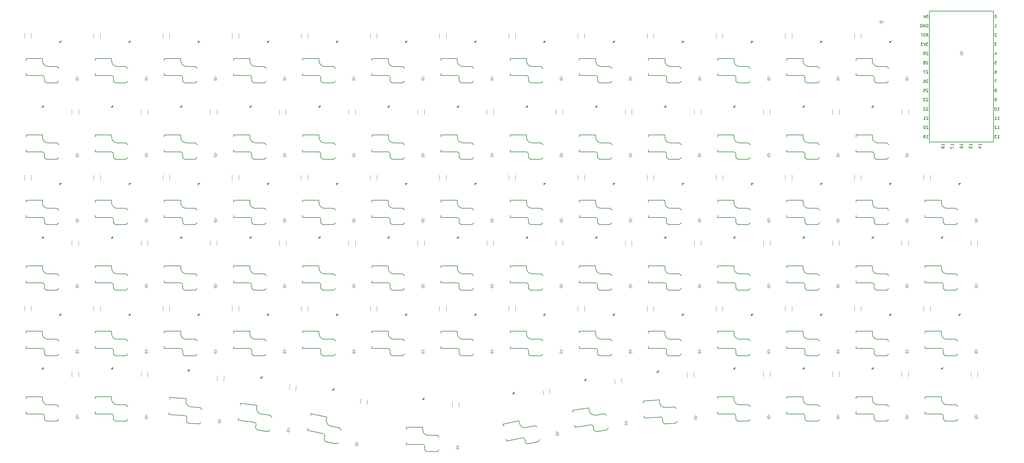
<source format=gbr>
%TF.GenerationSoftware,KiCad,Pcbnew,8.0.7*%
%TF.CreationDate,2025-01-24T18:11:27+01:00*%
%TF.ProjectId,eepyboard_rev3,65657079-626f-4617-9264-5f726576332e,1.2*%
%TF.SameCoordinates,Original*%
%TF.FileFunction,Legend,Bot*%
%TF.FilePolarity,Positive*%
%FSLAX46Y46*%
G04 Gerber Fmt 4.6, Leading zero omitted, Abs format (unit mm)*
G04 Created by KiCad (PCBNEW 8.0.7) date 2025-01-24 18:11:27*
%MOMM*%
%LPD*%
G01*
G04 APERTURE LIST*
%ADD10C,0.150000*%
%ADD11C,0.100000*%
%ADD12C,0.120000*%
G04 APERTURE END LIST*
D10*
X335144954Y-76884385D02*
X335106858Y-76846290D01*
X335106858Y-76846290D02*
X335030668Y-76808195D01*
X335030668Y-76808195D02*
X334840192Y-76808195D01*
X334840192Y-76808195D02*
X334764001Y-76846290D01*
X334764001Y-76846290D02*
X334725906Y-76884385D01*
X334725906Y-76884385D02*
X334687811Y-76960576D01*
X334687811Y-76960576D02*
X334687811Y-77036766D01*
X334687811Y-77036766D02*
X334725906Y-77151052D01*
X334725906Y-77151052D02*
X335183049Y-77608195D01*
X335183049Y-77608195D02*
X334687811Y-77608195D01*
X334725906Y-84428195D02*
X335106858Y-84428195D01*
X335106858Y-84428195D02*
X335144954Y-84809147D01*
X335144954Y-84809147D02*
X335106858Y-84771052D01*
X335106858Y-84771052D02*
X335030668Y-84732957D01*
X335030668Y-84732957D02*
X334840192Y-84732957D01*
X334840192Y-84732957D02*
X334764001Y-84771052D01*
X334764001Y-84771052D02*
X334725906Y-84809147D01*
X334725906Y-84809147D02*
X334687811Y-84885338D01*
X334687811Y-84885338D02*
X334687811Y-85075814D01*
X334687811Y-85075814D02*
X334725906Y-85152004D01*
X334725906Y-85152004D02*
X334764001Y-85190100D01*
X334764001Y-85190100D02*
X334840192Y-85228195D01*
X334840192Y-85228195D02*
X335030668Y-85228195D01*
X335030668Y-85228195D02*
X335106858Y-85190100D01*
X335106858Y-85190100D02*
X335144954Y-85152004D01*
X316345681Y-84504385D02*
X316307585Y-84466290D01*
X316307585Y-84466290D02*
X316231395Y-84428195D01*
X316231395Y-84428195D02*
X316040919Y-84428195D01*
X316040919Y-84428195D02*
X315964728Y-84466290D01*
X315964728Y-84466290D02*
X315926633Y-84504385D01*
X315926633Y-84504385D02*
X315888538Y-84580576D01*
X315888538Y-84580576D02*
X315888538Y-84656766D01*
X315888538Y-84656766D02*
X315926633Y-84771052D01*
X315926633Y-84771052D02*
X316383776Y-85228195D01*
X316383776Y-85228195D02*
X315888538Y-85228195D01*
X315431395Y-84771052D02*
X315507585Y-84732957D01*
X315507585Y-84732957D02*
X315545680Y-84694861D01*
X315545680Y-84694861D02*
X315583776Y-84618671D01*
X315583776Y-84618671D02*
X315583776Y-84580576D01*
X315583776Y-84580576D02*
X315545680Y-84504385D01*
X315545680Y-84504385D02*
X315507585Y-84466290D01*
X315507585Y-84466290D02*
X315431395Y-84428195D01*
X315431395Y-84428195D02*
X315279014Y-84428195D01*
X315279014Y-84428195D02*
X315202823Y-84466290D01*
X315202823Y-84466290D02*
X315164728Y-84504385D01*
X315164728Y-84504385D02*
X315126633Y-84580576D01*
X315126633Y-84580576D02*
X315126633Y-84618671D01*
X315126633Y-84618671D02*
X315164728Y-84694861D01*
X315164728Y-84694861D02*
X315202823Y-84732957D01*
X315202823Y-84732957D02*
X315279014Y-84771052D01*
X315279014Y-84771052D02*
X315431395Y-84771052D01*
X315431395Y-84771052D02*
X315507585Y-84809147D01*
X315507585Y-84809147D02*
X315545680Y-84847242D01*
X315545680Y-84847242D02*
X315583776Y-84923433D01*
X315583776Y-84923433D02*
X315583776Y-85075814D01*
X315583776Y-85075814D02*
X315545680Y-85152004D01*
X315545680Y-85152004D02*
X315507585Y-85190100D01*
X315507585Y-85190100D02*
X315431395Y-85228195D01*
X315431395Y-85228195D02*
X315279014Y-85228195D01*
X315279014Y-85228195D02*
X315202823Y-85190100D01*
X315202823Y-85190100D02*
X315164728Y-85152004D01*
X315164728Y-85152004D02*
X315126633Y-85075814D01*
X315126633Y-85075814D02*
X315126633Y-84923433D01*
X315126633Y-84923433D02*
X315164728Y-84847242D01*
X315164728Y-84847242D02*
X315202823Y-84809147D01*
X315202823Y-84809147D02*
X315279014Y-84771052D01*
X316345681Y-81964385D02*
X316307585Y-81926290D01*
X316307585Y-81926290D02*
X316231395Y-81888195D01*
X316231395Y-81888195D02*
X316040919Y-81888195D01*
X316040919Y-81888195D02*
X315964728Y-81926290D01*
X315964728Y-81926290D02*
X315926633Y-81964385D01*
X315926633Y-81964385D02*
X315888538Y-82040576D01*
X315888538Y-82040576D02*
X315888538Y-82116766D01*
X315888538Y-82116766D02*
X315926633Y-82231052D01*
X315926633Y-82231052D02*
X316383776Y-82688195D01*
X316383776Y-82688195D02*
X315888538Y-82688195D01*
X315507585Y-82688195D02*
X315355204Y-82688195D01*
X315355204Y-82688195D02*
X315279014Y-82650100D01*
X315279014Y-82650100D02*
X315240918Y-82612004D01*
X315240918Y-82612004D02*
X315164728Y-82497719D01*
X315164728Y-82497719D02*
X315126633Y-82345338D01*
X315126633Y-82345338D02*
X315126633Y-82040576D01*
X315126633Y-82040576D02*
X315164728Y-81964385D01*
X315164728Y-81964385D02*
X315202823Y-81926290D01*
X315202823Y-81926290D02*
X315279014Y-81888195D01*
X315279014Y-81888195D02*
X315431395Y-81888195D01*
X315431395Y-81888195D02*
X315507585Y-81926290D01*
X315507585Y-81926290D02*
X315545680Y-81964385D01*
X315545680Y-81964385D02*
X315583776Y-82040576D01*
X315583776Y-82040576D02*
X315583776Y-82231052D01*
X315583776Y-82231052D02*
X315545680Y-82307242D01*
X315545680Y-82307242D02*
X315507585Y-82345338D01*
X315507585Y-82345338D02*
X315431395Y-82383433D01*
X315431395Y-82383433D02*
X315279014Y-82383433D01*
X315279014Y-82383433D02*
X315202823Y-82345338D01*
X315202823Y-82345338D02*
X315164728Y-82307242D01*
X315164728Y-82307242D02*
X315126633Y-82231052D01*
X335183049Y-89508195D02*
X334649715Y-89508195D01*
X334649715Y-89508195D02*
X334992573Y-90308195D01*
X335449716Y-97928195D02*
X335906859Y-97928195D01*
X335678287Y-97928195D02*
X335678287Y-97128195D01*
X335678287Y-97128195D02*
X335754478Y-97242480D01*
X335754478Y-97242480D02*
X335830668Y-97318671D01*
X335830668Y-97318671D02*
X335906859Y-97356766D01*
X334954477Y-97128195D02*
X334878287Y-97128195D01*
X334878287Y-97128195D02*
X334802096Y-97166290D01*
X334802096Y-97166290D02*
X334764001Y-97204385D01*
X334764001Y-97204385D02*
X334725906Y-97280576D01*
X334725906Y-97280576D02*
X334687811Y-97432957D01*
X334687811Y-97432957D02*
X334687811Y-97623433D01*
X334687811Y-97623433D02*
X334725906Y-97775814D01*
X334725906Y-97775814D02*
X334764001Y-97852004D01*
X334764001Y-97852004D02*
X334802096Y-97890100D01*
X334802096Y-97890100D02*
X334878287Y-97928195D01*
X334878287Y-97928195D02*
X334954477Y-97928195D01*
X334954477Y-97928195D02*
X335030668Y-97890100D01*
X335030668Y-97890100D02*
X335068763Y-97852004D01*
X335068763Y-97852004D02*
X335106858Y-97775814D01*
X335106858Y-97775814D02*
X335144954Y-97623433D01*
X335144954Y-97623433D02*
X335144954Y-97432957D01*
X335144954Y-97432957D02*
X335106858Y-97280576D01*
X335106858Y-97280576D02*
X335068763Y-97204385D01*
X335068763Y-97204385D02*
X335030668Y-97166290D01*
X335030668Y-97166290D02*
X334954477Y-97128195D01*
X334764001Y-86968195D02*
X334916382Y-86968195D01*
X334916382Y-86968195D02*
X334992573Y-87006290D01*
X334992573Y-87006290D02*
X335030668Y-87044385D01*
X335030668Y-87044385D02*
X335106858Y-87158671D01*
X335106858Y-87158671D02*
X335144954Y-87311052D01*
X335144954Y-87311052D02*
X335144954Y-87615814D01*
X335144954Y-87615814D02*
X335106858Y-87692004D01*
X335106858Y-87692004D02*
X335068763Y-87730100D01*
X335068763Y-87730100D02*
X334992573Y-87768195D01*
X334992573Y-87768195D02*
X334840192Y-87768195D01*
X334840192Y-87768195D02*
X334764001Y-87730100D01*
X334764001Y-87730100D02*
X334725906Y-87692004D01*
X334725906Y-87692004D02*
X334687811Y-87615814D01*
X334687811Y-87615814D02*
X334687811Y-87425338D01*
X334687811Y-87425338D02*
X334725906Y-87349147D01*
X334725906Y-87349147D02*
X334764001Y-87311052D01*
X334764001Y-87311052D02*
X334840192Y-87272957D01*
X334840192Y-87272957D02*
X334992573Y-87272957D01*
X334992573Y-87272957D02*
X335068763Y-87311052D01*
X335068763Y-87311052D02*
X335106858Y-87349147D01*
X335106858Y-87349147D02*
X335144954Y-87425338D01*
X315888538Y-105548195D02*
X316345681Y-105548195D01*
X316117109Y-105548195D02*
X316117109Y-104748195D01*
X316117109Y-104748195D02*
X316193300Y-104862480D01*
X316193300Y-104862480D02*
X316269490Y-104938671D01*
X316269490Y-104938671D02*
X316345681Y-104976766D01*
X315507585Y-105548195D02*
X315355204Y-105548195D01*
X315355204Y-105548195D02*
X315279014Y-105510100D01*
X315279014Y-105510100D02*
X315240918Y-105472004D01*
X315240918Y-105472004D02*
X315164728Y-105357719D01*
X315164728Y-105357719D02*
X315126633Y-105205338D01*
X315126633Y-105205338D02*
X315126633Y-104900576D01*
X315126633Y-104900576D02*
X315164728Y-104824385D01*
X315164728Y-104824385D02*
X315202823Y-104786290D01*
X315202823Y-104786290D02*
X315279014Y-104748195D01*
X315279014Y-104748195D02*
X315431395Y-104748195D01*
X315431395Y-104748195D02*
X315507585Y-104786290D01*
X315507585Y-104786290D02*
X315545680Y-104824385D01*
X315545680Y-104824385D02*
X315583776Y-104900576D01*
X315583776Y-104900576D02*
X315583776Y-105091052D01*
X315583776Y-105091052D02*
X315545680Y-105167242D01*
X315545680Y-105167242D02*
X315507585Y-105205338D01*
X315507585Y-105205338D02*
X315431395Y-105243433D01*
X315431395Y-105243433D02*
X315279014Y-105243433D01*
X315279014Y-105243433D02*
X315202823Y-105205338D01*
X315202823Y-105205338D02*
X315164728Y-105167242D01*
X315164728Y-105167242D02*
X315126633Y-105091052D01*
X316345681Y-89584385D02*
X316307585Y-89546290D01*
X316307585Y-89546290D02*
X316231395Y-89508195D01*
X316231395Y-89508195D02*
X316040919Y-89508195D01*
X316040919Y-89508195D02*
X315964728Y-89546290D01*
X315964728Y-89546290D02*
X315926633Y-89584385D01*
X315926633Y-89584385D02*
X315888538Y-89660576D01*
X315888538Y-89660576D02*
X315888538Y-89736766D01*
X315888538Y-89736766D02*
X315926633Y-89851052D01*
X315926633Y-89851052D02*
X316383776Y-90308195D01*
X316383776Y-90308195D02*
X315888538Y-90308195D01*
X315202823Y-89508195D02*
X315355204Y-89508195D01*
X315355204Y-89508195D02*
X315431395Y-89546290D01*
X315431395Y-89546290D02*
X315469490Y-89584385D01*
X315469490Y-89584385D02*
X315545680Y-89698671D01*
X315545680Y-89698671D02*
X315583776Y-89851052D01*
X315583776Y-89851052D02*
X315583776Y-90155814D01*
X315583776Y-90155814D02*
X315545680Y-90232004D01*
X315545680Y-90232004D02*
X315507585Y-90270100D01*
X315507585Y-90270100D02*
X315431395Y-90308195D01*
X315431395Y-90308195D02*
X315279014Y-90308195D01*
X315279014Y-90308195D02*
X315202823Y-90270100D01*
X315202823Y-90270100D02*
X315164728Y-90232004D01*
X315164728Y-90232004D02*
X315126633Y-90155814D01*
X315126633Y-90155814D02*
X315126633Y-89965338D01*
X315126633Y-89965338D02*
X315164728Y-89889147D01*
X315164728Y-89889147D02*
X315202823Y-89851052D01*
X315202823Y-89851052D02*
X315279014Y-89812957D01*
X315279014Y-89812957D02*
X315431395Y-89812957D01*
X315431395Y-89812957D02*
X315507585Y-89851052D01*
X315507585Y-89851052D02*
X315545680Y-89889147D01*
X315545680Y-89889147D02*
X315583776Y-89965338D01*
X316345681Y-94664385D02*
X316307585Y-94626290D01*
X316307585Y-94626290D02*
X316231395Y-94588195D01*
X316231395Y-94588195D02*
X316040919Y-94588195D01*
X316040919Y-94588195D02*
X315964728Y-94626290D01*
X315964728Y-94626290D02*
X315926633Y-94664385D01*
X315926633Y-94664385D02*
X315888538Y-94740576D01*
X315888538Y-94740576D02*
X315888538Y-94816766D01*
X315888538Y-94816766D02*
X315926633Y-94931052D01*
X315926633Y-94931052D02*
X316383776Y-95388195D01*
X316383776Y-95388195D02*
X315888538Y-95388195D01*
X315621871Y-94588195D02*
X315126633Y-94588195D01*
X315126633Y-94588195D02*
X315393299Y-94892957D01*
X315393299Y-94892957D02*
X315279014Y-94892957D01*
X315279014Y-94892957D02*
X315202823Y-94931052D01*
X315202823Y-94931052D02*
X315164728Y-94969147D01*
X315164728Y-94969147D02*
X315126633Y-95045338D01*
X315126633Y-95045338D02*
X315126633Y-95235814D01*
X315126633Y-95235814D02*
X315164728Y-95312004D01*
X315164728Y-95312004D02*
X315202823Y-95350100D01*
X315202823Y-95350100D02*
X315279014Y-95388195D01*
X315279014Y-95388195D02*
X315507585Y-95388195D01*
X315507585Y-95388195D02*
X315583776Y-95350100D01*
X315583776Y-95350100D02*
X315621871Y-95312004D01*
X328419041Y-107594107D02*
X328419041Y-107136964D01*
X328419041Y-107365536D02*
X327619041Y-107365536D01*
X327619041Y-107365536D02*
X327733326Y-107289345D01*
X327733326Y-107289345D02*
X327809517Y-107213155D01*
X327809517Y-107213155D02*
X327847612Y-107136964D01*
X327619041Y-108317917D02*
X327619041Y-107936965D01*
X327619041Y-107936965D02*
X327999993Y-107898869D01*
X327999993Y-107898869D02*
X327961898Y-107936965D01*
X327961898Y-107936965D02*
X327923803Y-108013155D01*
X327923803Y-108013155D02*
X327923803Y-108203631D01*
X327923803Y-108203631D02*
X327961898Y-108279822D01*
X327961898Y-108279822D02*
X327999993Y-108317917D01*
X327999993Y-108317917D02*
X328076184Y-108356012D01*
X328076184Y-108356012D02*
X328266660Y-108356012D01*
X328266660Y-108356012D02*
X328342850Y-108317917D01*
X328342850Y-108317917D02*
X328380946Y-108279822D01*
X328380946Y-108279822D02*
X328419041Y-108203631D01*
X328419041Y-108203631D02*
X328419041Y-108013155D01*
X328419041Y-108013155D02*
X328380946Y-107936965D01*
X328380946Y-107936965D02*
X328342850Y-107898869D01*
X334992573Y-92391052D02*
X335068763Y-92352957D01*
X335068763Y-92352957D02*
X335106858Y-92314861D01*
X335106858Y-92314861D02*
X335144954Y-92238671D01*
X335144954Y-92238671D02*
X335144954Y-92200576D01*
X335144954Y-92200576D02*
X335106858Y-92124385D01*
X335106858Y-92124385D02*
X335068763Y-92086290D01*
X335068763Y-92086290D02*
X334992573Y-92048195D01*
X334992573Y-92048195D02*
X334840192Y-92048195D01*
X334840192Y-92048195D02*
X334764001Y-92086290D01*
X334764001Y-92086290D02*
X334725906Y-92124385D01*
X334725906Y-92124385D02*
X334687811Y-92200576D01*
X334687811Y-92200576D02*
X334687811Y-92238671D01*
X334687811Y-92238671D02*
X334725906Y-92314861D01*
X334725906Y-92314861D02*
X334764001Y-92352957D01*
X334764001Y-92352957D02*
X334840192Y-92391052D01*
X334840192Y-92391052D02*
X334992573Y-92391052D01*
X334992573Y-92391052D02*
X335068763Y-92429147D01*
X335068763Y-92429147D02*
X335106858Y-92467242D01*
X335106858Y-92467242D02*
X335144954Y-92543433D01*
X335144954Y-92543433D02*
X335144954Y-92695814D01*
X335144954Y-92695814D02*
X335106858Y-92772004D01*
X335106858Y-92772004D02*
X335068763Y-92810100D01*
X335068763Y-92810100D02*
X334992573Y-92848195D01*
X334992573Y-92848195D02*
X334840192Y-92848195D01*
X334840192Y-92848195D02*
X334764001Y-92810100D01*
X334764001Y-92810100D02*
X334725906Y-92772004D01*
X334725906Y-92772004D02*
X334687811Y-92695814D01*
X334687811Y-92695814D02*
X334687811Y-92543433D01*
X334687811Y-92543433D02*
X334725906Y-92467242D01*
X334725906Y-92467242D02*
X334764001Y-92429147D01*
X334764001Y-92429147D02*
X334840192Y-92391052D01*
X316345681Y-87044385D02*
X316307585Y-87006290D01*
X316307585Y-87006290D02*
X316231395Y-86968195D01*
X316231395Y-86968195D02*
X316040919Y-86968195D01*
X316040919Y-86968195D02*
X315964728Y-87006290D01*
X315964728Y-87006290D02*
X315926633Y-87044385D01*
X315926633Y-87044385D02*
X315888538Y-87120576D01*
X315888538Y-87120576D02*
X315888538Y-87196766D01*
X315888538Y-87196766D02*
X315926633Y-87311052D01*
X315926633Y-87311052D02*
X316383776Y-87768195D01*
X316383776Y-87768195D02*
X315888538Y-87768195D01*
X315621871Y-86968195D02*
X315088537Y-86968195D01*
X315088537Y-86968195D02*
X315431395Y-87768195D01*
X316345681Y-102284385D02*
X316307585Y-102246290D01*
X316307585Y-102246290D02*
X316231395Y-102208195D01*
X316231395Y-102208195D02*
X316040919Y-102208195D01*
X316040919Y-102208195D02*
X315964728Y-102246290D01*
X315964728Y-102246290D02*
X315926633Y-102284385D01*
X315926633Y-102284385D02*
X315888538Y-102360576D01*
X315888538Y-102360576D02*
X315888538Y-102436766D01*
X315888538Y-102436766D02*
X315926633Y-102551052D01*
X315926633Y-102551052D02*
X316383776Y-103008195D01*
X316383776Y-103008195D02*
X315888538Y-103008195D01*
X315393299Y-102208195D02*
X315317109Y-102208195D01*
X315317109Y-102208195D02*
X315240918Y-102246290D01*
X315240918Y-102246290D02*
X315202823Y-102284385D01*
X315202823Y-102284385D02*
X315164728Y-102360576D01*
X315164728Y-102360576D02*
X315126633Y-102512957D01*
X315126633Y-102512957D02*
X315126633Y-102703433D01*
X315126633Y-102703433D02*
X315164728Y-102855814D01*
X315164728Y-102855814D02*
X315202823Y-102932004D01*
X315202823Y-102932004D02*
X315240918Y-102970100D01*
X315240918Y-102970100D02*
X315317109Y-103008195D01*
X315317109Y-103008195D02*
X315393299Y-103008195D01*
X315393299Y-103008195D02*
X315469490Y-102970100D01*
X315469490Y-102970100D02*
X315507585Y-102932004D01*
X315507585Y-102932004D02*
X315545680Y-102855814D01*
X315545680Y-102855814D02*
X315583776Y-102703433D01*
X315583776Y-102703433D02*
X315583776Y-102512957D01*
X315583776Y-102512957D02*
X315545680Y-102360576D01*
X315545680Y-102360576D02*
X315507585Y-102284385D01*
X315507585Y-102284385D02*
X315469490Y-102246290D01*
X315469490Y-102246290D02*
X315393299Y-102208195D01*
X315850442Y-77608195D02*
X316117109Y-77227242D01*
X316307585Y-77608195D02*
X316307585Y-76808195D01*
X316307585Y-76808195D02*
X316002823Y-76808195D01*
X316002823Y-76808195D02*
X315926633Y-76846290D01*
X315926633Y-76846290D02*
X315888538Y-76884385D01*
X315888538Y-76884385D02*
X315850442Y-76960576D01*
X315850442Y-76960576D02*
X315850442Y-77074861D01*
X315850442Y-77074861D02*
X315888538Y-77151052D01*
X315888538Y-77151052D02*
X315926633Y-77189147D01*
X315926633Y-77189147D02*
X316002823Y-77227242D01*
X316002823Y-77227242D02*
X316307585Y-77227242D01*
X315545681Y-77570100D02*
X315431395Y-77608195D01*
X315431395Y-77608195D02*
X315240919Y-77608195D01*
X315240919Y-77608195D02*
X315164728Y-77570100D01*
X315164728Y-77570100D02*
X315126633Y-77532004D01*
X315126633Y-77532004D02*
X315088538Y-77455814D01*
X315088538Y-77455814D02*
X315088538Y-77379623D01*
X315088538Y-77379623D02*
X315126633Y-77303433D01*
X315126633Y-77303433D02*
X315164728Y-77265338D01*
X315164728Y-77265338D02*
X315240919Y-77227242D01*
X315240919Y-77227242D02*
X315393300Y-77189147D01*
X315393300Y-77189147D02*
X315469490Y-77151052D01*
X315469490Y-77151052D02*
X315507585Y-77112957D01*
X315507585Y-77112957D02*
X315545681Y-77036766D01*
X315545681Y-77036766D02*
X315545681Y-76960576D01*
X315545681Y-76960576D02*
X315507585Y-76884385D01*
X315507585Y-76884385D02*
X315469490Y-76846290D01*
X315469490Y-76846290D02*
X315393300Y-76808195D01*
X315393300Y-76808195D02*
X315202823Y-76808195D01*
X315202823Y-76808195D02*
X315088538Y-76846290D01*
X314859966Y-76808195D02*
X314402823Y-76808195D01*
X314631395Y-77608195D02*
X314631395Y-76808195D01*
X315926633Y-71728195D02*
X316307585Y-71728195D01*
X316307585Y-71728195D02*
X316345681Y-72109147D01*
X316345681Y-72109147D02*
X316307585Y-72071052D01*
X316307585Y-72071052D02*
X316231395Y-72032957D01*
X316231395Y-72032957D02*
X316040919Y-72032957D01*
X316040919Y-72032957D02*
X315964728Y-72071052D01*
X315964728Y-72071052D02*
X315926633Y-72109147D01*
X315926633Y-72109147D02*
X315888538Y-72185338D01*
X315888538Y-72185338D02*
X315888538Y-72375814D01*
X315888538Y-72375814D02*
X315926633Y-72452004D01*
X315926633Y-72452004D02*
X315964728Y-72490100D01*
X315964728Y-72490100D02*
X316040919Y-72528195D01*
X316040919Y-72528195D02*
X316231395Y-72528195D01*
X316231395Y-72528195D02*
X316307585Y-72490100D01*
X316307585Y-72490100D02*
X316345681Y-72452004D01*
X315659966Y-71728195D02*
X315393299Y-72528195D01*
X315393299Y-72528195D02*
X315126633Y-71728195D01*
X330959041Y-107594107D02*
X330959041Y-107136964D01*
X330959041Y-107365536D02*
X330159041Y-107365536D01*
X330159041Y-107365536D02*
X330273326Y-107289345D01*
X330273326Y-107289345D02*
X330349517Y-107213155D01*
X330349517Y-107213155D02*
X330387612Y-107136964D01*
X330425707Y-108279822D02*
X330959041Y-108279822D01*
X330120946Y-108089346D02*
X330692374Y-107898869D01*
X330692374Y-107898869D02*
X330692374Y-108394108D01*
X315888538Y-74306290D02*
X315964728Y-74268195D01*
X315964728Y-74268195D02*
X316079014Y-74268195D01*
X316079014Y-74268195D02*
X316193300Y-74306290D01*
X316193300Y-74306290D02*
X316269490Y-74382480D01*
X316269490Y-74382480D02*
X316307585Y-74458671D01*
X316307585Y-74458671D02*
X316345681Y-74611052D01*
X316345681Y-74611052D02*
X316345681Y-74725338D01*
X316345681Y-74725338D02*
X316307585Y-74877719D01*
X316307585Y-74877719D02*
X316269490Y-74953909D01*
X316269490Y-74953909D02*
X316193300Y-75030100D01*
X316193300Y-75030100D02*
X316079014Y-75068195D01*
X316079014Y-75068195D02*
X316002823Y-75068195D01*
X316002823Y-75068195D02*
X315888538Y-75030100D01*
X315888538Y-75030100D02*
X315850442Y-74992004D01*
X315850442Y-74992004D02*
X315850442Y-74725338D01*
X315850442Y-74725338D02*
X316002823Y-74725338D01*
X315507585Y-75068195D02*
X315507585Y-74268195D01*
X315507585Y-74268195D02*
X315050442Y-75068195D01*
X315050442Y-75068195D02*
X315050442Y-74268195D01*
X314669490Y-75068195D02*
X314669490Y-74268195D01*
X314669490Y-74268195D02*
X314479014Y-74268195D01*
X314479014Y-74268195D02*
X314364728Y-74306290D01*
X314364728Y-74306290D02*
X314288538Y-74382480D01*
X314288538Y-74382480D02*
X314250443Y-74458671D01*
X314250443Y-74458671D02*
X314212347Y-74611052D01*
X314212347Y-74611052D02*
X314212347Y-74725338D01*
X314212347Y-74725338D02*
X314250443Y-74877719D01*
X314250443Y-74877719D02*
X314288538Y-74953909D01*
X314288538Y-74953909D02*
X314364728Y-75030100D01*
X314364728Y-75030100D02*
X314479014Y-75068195D01*
X314479014Y-75068195D02*
X314669490Y-75068195D01*
X334687811Y-75068195D02*
X335144954Y-75068195D01*
X334916382Y-75068195D02*
X334916382Y-74268195D01*
X334916382Y-74268195D02*
X334992573Y-74382480D01*
X334992573Y-74382480D02*
X335068763Y-74458671D01*
X335068763Y-74458671D02*
X335144954Y-74496766D01*
X316345681Y-99744385D02*
X316307585Y-99706290D01*
X316307585Y-99706290D02*
X316231395Y-99668195D01*
X316231395Y-99668195D02*
X316040919Y-99668195D01*
X316040919Y-99668195D02*
X315964728Y-99706290D01*
X315964728Y-99706290D02*
X315926633Y-99744385D01*
X315926633Y-99744385D02*
X315888538Y-99820576D01*
X315888538Y-99820576D02*
X315888538Y-99896766D01*
X315888538Y-99896766D02*
X315926633Y-100011052D01*
X315926633Y-100011052D02*
X316383776Y-100468195D01*
X316383776Y-100468195D02*
X315888538Y-100468195D01*
X315126633Y-100468195D02*
X315583776Y-100468195D01*
X315355204Y-100468195D02*
X315355204Y-99668195D01*
X315355204Y-99668195D02*
X315431395Y-99782480D01*
X315431395Y-99782480D02*
X315507585Y-99858671D01*
X315507585Y-99858671D02*
X315583776Y-99896766D01*
X334954477Y-71728195D02*
X334878287Y-71728195D01*
X334878287Y-71728195D02*
X334802096Y-71766290D01*
X334802096Y-71766290D02*
X334764001Y-71804385D01*
X334764001Y-71804385D02*
X334725906Y-71880576D01*
X334725906Y-71880576D02*
X334687811Y-72032957D01*
X334687811Y-72032957D02*
X334687811Y-72223433D01*
X334687811Y-72223433D02*
X334725906Y-72375814D01*
X334725906Y-72375814D02*
X334764001Y-72452004D01*
X334764001Y-72452004D02*
X334802096Y-72490100D01*
X334802096Y-72490100D02*
X334878287Y-72528195D01*
X334878287Y-72528195D02*
X334954477Y-72528195D01*
X334954477Y-72528195D02*
X335030668Y-72490100D01*
X335030668Y-72490100D02*
X335068763Y-72452004D01*
X335068763Y-72452004D02*
X335106858Y-72375814D01*
X335106858Y-72375814D02*
X335144954Y-72223433D01*
X335144954Y-72223433D02*
X335144954Y-72032957D01*
X335144954Y-72032957D02*
X335106858Y-71880576D01*
X335106858Y-71880576D02*
X335068763Y-71804385D01*
X335068763Y-71804385D02*
X335030668Y-71766290D01*
X335030668Y-71766290D02*
X334954477Y-71728195D01*
X335183049Y-79348195D02*
X334687811Y-79348195D01*
X334687811Y-79348195D02*
X334954477Y-79652957D01*
X334954477Y-79652957D02*
X334840192Y-79652957D01*
X334840192Y-79652957D02*
X334764001Y-79691052D01*
X334764001Y-79691052D02*
X334725906Y-79729147D01*
X334725906Y-79729147D02*
X334687811Y-79805338D01*
X334687811Y-79805338D02*
X334687811Y-79995814D01*
X334687811Y-79995814D02*
X334725906Y-80072004D01*
X334725906Y-80072004D02*
X334764001Y-80110100D01*
X334764001Y-80110100D02*
X334840192Y-80148195D01*
X334840192Y-80148195D02*
X335068763Y-80148195D01*
X335068763Y-80148195D02*
X335144954Y-80110100D01*
X335144954Y-80110100D02*
X335183049Y-80072004D01*
X335068763Y-95388195D02*
X334916382Y-95388195D01*
X334916382Y-95388195D02*
X334840192Y-95350100D01*
X334840192Y-95350100D02*
X334802096Y-95312004D01*
X334802096Y-95312004D02*
X334725906Y-95197719D01*
X334725906Y-95197719D02*
X334687811Y-95045338D01*
X334687811Y-95045338D02*
X334687811Y-94740576D01*
X334687811Y-94740576D02*
X334725906Y-94664385D01*
X334725906Y-94664385D02*
X334764001Y-94626290D01*
X334764001Y-94626290D02*
X334840192Y-94588195D01*
X334840192Y-94588195D02*
X334992573Y-94588195D01*
X334992573Y-94588195D02*
X335068763Y-94626290D01*
X335068763Y-94626290D02*
X335106858Y-94664385D01*
X335106858Y-94664385D02*
X335144954Y-94740576D01*
X335144954Y-94740576D02*
X335144954Y-94931052D01*
X335144954Y-94931052D02*
X335106858Y-95007242D01*
X335106858Y-95007242D02*
X335068763Y-95045338D01*
X335068763Y-95045338D02*
X334992573Y-95083433D01*
X334992573Y-95083433D02*
X334840192Y-95083433D01*
X334840192Y-95083433D02*
X334764001Y-95045338D01*
X334764001Y-95045338D02*
X334725906Y-95007242D01*
X334725906Y-95007242D02*
X334687811Y-94931052D01*
X335449716Y-100468195D02*
X335906859Y-100468195D01*
X335678287Y-100468195D02*
X335678287Y-99668195D01*
X335678287Y-99668195D02*
X335754478Y-99782480D01*
X335754478Y-99782480D02*
X335830668Y-99858671D01*
X335830668Y-99858671D02*
X335906859Y-99896766D01*
X334687811Y-100468195D02*
X335144954Y-100468195D01*
X334916382Y-100468195D02*
X334916382Y-99668195D01*
X334916382Y-99668195D02*
X334992573Y-99782480D01*
X334992573Y-99782480D02*
X335068763Y-99858671D01*
X335068763Y-99858671D02*
X335144954Y-99896766D01*
X316345681Y-97204385D02*
X316307585Y-97166290D01*
X316307585Y-97166290D02*
X316231395Y-97128195D01*
X316231395Y-97128195D02*
X316040919Y-97128195D01*
X316040919Y-97128195D02*
X315964728Y-97166290D01*
X315964728Y-97166290D02*
X315926633Y-97204385D01*
X315926633Y-97204385D02*
X315888538Y-97280576D01*
X315888538Y-97280576D02*
X315888538Y-97356766D01*
X315888538Y-97356766D02*
X315926633Y-97471052D01*
X315926633Y-97471052D02*
X316383776Y-97928195D01*
X316383776Y-97928195D02*
X315888538Y-97928195D01*
X315583776Y-97204385D02*
X315545680Y-97166290D01*
X315545680Y-97166290D02*
X315469490Y-97128195D01*
X315469490Y-97128195D02*
X315279014Y-97128195D01*
X315279014Y-97128195D02*
X315202823Y-97166290D01*
X315202823Y-97166290D02*
X315164728Y-97204385D01*
X315164728Y-97204385D02*
X315126633Y-97280576D01*
X315126633Y-97280576D02*
X315126633Y-97356766D01*
X315126633Y-97356766D02*
X315164728Y-97471052D01*
X315164728Y-97471052D02*
X315621871Y-97928195D01*
X315621871Y-97928195D02*
X315126633Y-97928195D01*
X335449716Y-103008195D02*
X335906859Y-103008195D01*
X335678287Y-103008195D02*
X335678287Y-102208195D01*
X335678287Y-102208195D02*
X335754478Y-102322480D01*
X335754478Y-102322480D02*
X335830668Y-102398671D01*
X335830668Y-102398671D02*
X335906859Y-102436766D01*
X335144954Y-102284385D02*
X335106858Y-102246290D01*
X335106858Y-102246290D02*
X335030668Y-102208195D01*
X335030668Y-102208195D02*
X334840192Y-102208195D01*
X334840192Y-102208195D02*
X334764001Y-102246290D01*
X334764001Y-102246290D02*
X334725906Y-102284385D01*
X334725906Y-102284385D02*
X334687811Y-102360576D01*
X334687811Y-102360576D02*
X334687811Y-102436766D01*
X334687811Y-102436766D02*
X334725906Y-102551052D01*
X334725906Y-102551052D02*
X335183049Y-103008195D01*
X335183049Y-103008195D02*
X334687811Y-103008195D01*
X325879041Y-107594107D02*
X325879041Y-107136964D01*
X325879041Y-107365536D02*
X325079041Y-107365536D01*
X325079041Y-107365536D02*
X325193326Y-107289345D01*
X325193326Y-107289345D02*
X325269517Y-107213155D01*
X325269517Y-107213155D02*
X325307612Y-107136964D01*
X325079041Y-108279822D02*
X325079041Y-108127441D01*
X325079041Y-108127441D02*
X325117136Y-108051250D01*
X325117136Y-108051250D02*
X325155231Y-108013155D01*
X325155231Y-108013155D02*
X325269517Y-107936965D01*
X325269517Y-107936965D02*
X325421898Y-107898869D01*
X325421898Y-107898869D02*
X325726660Y-107898869D01*
X325726660Y-107898869D02*
X325802850Y-107936965D01*
X325802850Y-107936965D02*
X325840946Y-107975060D01*
X325840946Y-107975060D02*
X325879041Y-108051250D01*
X325879041Y-108051250D02*
X325879041Y-108203631D01*
X325879041Y-108203631D02*
X325840946Y-108279822D01*
X325840946Y-108279822D02*
X325802850Y-108317917D01*
X325802850Y-108317917D02*
X325726660Y-108356012D01*
X325726660Y-108356012D02*
X325536184Y-108356012D01*
X325536184Y-108356012D02*
X325459993Y-108317917D01*
X325459993Y-108317917D02*
X325421898Y-108279822D01*
X325421898Y-108279822D02*
X325383803Y-108203631D01*
X325383803Y-108203631D02*
X325383803Y-108051250D01*
X325383803Y-108051250D02*
X325421898Y-107975060D01*
X325421898Y-107975060D02*
X325459993Y-107936965D01*
X325459993Y-107936965D02*
X325536184Y-107898869D01*
X316345681Y-92124385D02*
X316307585Y-92086290D01*
X316307585Y-92086290D02*
X316231395Y-92048195D01*
X316231395Y-92048195D02*
X316040919Y-92048195D01*
X316040919Y-92048195D02*
X315964728Y-92086290D01*
X315964728Y-92086290D02*
X315926633Y-92124385D01*
X315926633Y-92124385D02*
X315888538Y-92200576D01*
X315888538Y-92200576D02*
X315888538Y-92276766D01*
X315888538Y-92276766D02*
X315926633Y-92391052D01*
X315926633Y-92391052D02*
X316383776Y-92848195D01*
X316383776Y-92848195D02*
X315888538Y-92848195D01*
X315164728Y-92048195D02*
X315545680Y-92048195D01*
X315545680Y-92048195D02*
X315583776Y-92429147D01*
X315583776Y-92429147D02*
X315545680Y-92391052D01*
X315545680Y-92391052D02*
X315469490Y-92352957D01*
X315469490Y-92352957D02*
X315279014Y-92352957D01*
X315279014Y-92352957D02*
X315202823Y-92391052D01*
X315202823Y-92391052D02*
X315164728Y-92429147D01*
X315164728Y-92429147D02*
X315126633Y-92505338D01*
X315126633Y-92505338D02*
X315126633Y-92695814D01*
X315126633Y-92695814D02*
X315164728Y-92772004D01*
X315164728Y-92772004D02*
X315202823Y-92810100D01*
X315202823Y-92810100D02*
X315279014Y-92848195D01*
X315279014Y-92848195D02*
X315469490Y-92848195D01*
X315469490Y-92848195D02*
X315545680Y-92810100D01*
X315545680Y-92810100D02*
X315583776Y-92772004D01*
X320799041Y-107594107D02*
X320799041Y-107136964D01*
X320799041Y-107365536D02*
X319999041Y-107365536D01*
X319999041Y-107365536D02*
X320113326Y-107289345D01*
X320113326Y-107289345D02*
X320189517Y-107213155D01*
X320189517Y-107213155D02*
X320227612Y-107136964D01*
X320341898Y-108051250D02*
X320303803Y-107975060D01*
X320303803Y-107975060D02*
X320265707Y-107936965D01*
X320265707Y-107936965D02*
X320189517Y-107898869D01*
X320189517Y-107898869D02*
X320151422Y-107898869D01*
X320151422Y-107898869D02*
X320075231Y-107936965D01*
X320075231Y-107936965D02*
X320037136Y-107975060D01*
X320037136Y-107975060D02*
X319999041Y-108051250D01*
X319999041Y-108051250D02*
X319999041Y-108203631D01*
X319999041Y-108203631D02*
X320037136Y-108279822D01*
X320037136Y-108279822D02*
X320075231Y-108317917D01*
X320075231Y-108317917D02*
X320151422Y-108356012D01*
X320151422Y-108356012D02*
X320189517Y-108356012D01*
X320189517Y-108356012D02*
X320265707Y-108317917D01*
X320265707Y-108317917D02*
X320303803Y-108279822D01*
X320303803Y-108279822D02*
X320341898Y-108203631D01*
X320341898Y-108203631D02*
X320341898Y-108051250D01*
X320341898Y-108051250D02*
X320379993Y-107975060D01*
X320379993Y-107975060D02*
X320418088Y-107936965D01*
X320418088Y-107936965D02*
X320494279Y-107898869D01*
X320494279Y-107898869D02*
X320646660Y-107898869D01*
X320646660Y-107898869D02*
X320722850Y-107936965D01*
X320722850Y-107936965D02*
X320760946Y-107975060D01*
X320760946Y-107975060D02*
X320799041Y-108051250D01*
X320799041Y-108051250D02*
X320799041Y-108203631D01*
X320799041Y-108203631D02*
X320760946Y-108279822D01*
X320760946Y-108279822D02*
X320722850Y-108317917D01*
X320722850Y-108317917D02*
X320646660Y-108356012D01*
X320646660Y-108356012D02*
X320494279Y-108356012D01*
X320494279Y-108356012D02*
X320418088Y-108317917D01*
X320418088Y-108317917D02*
X320379993Y-108279822D01*
X320379993Y-108279822D02*
X320341898Y-108203631D01*
X323339041Y-107594107D02*
X323339041Y-107136964D01*
X323339041Y-107365536D02*
X322539041Y-107365536D01*
X322539041Y-107365536D02*
X322653326Y-107289345D01*
X322653326Y-107289345D02*
X322729517Y-107213155D01*
X322729517Y-107213155D02*
X322767612Y-107136964D01*
X322539041Y-107860774D02*
X322539041Y-108394108D01*
X322539041Y-108394108D02*
X323339041Y-108051250D01*
X335449716Y-105548195D02*
X335906859Y-105548195D01*
X335678287Y-105548195D02*
X335678287Y-104748195D01*
X335678287Y-104748195D02*
X335754478Y-104862480D01*
X335754478Y-104862480D02*
X335830668Y-104938671D01*
X335830668Y-104938671D02*
X335906859Y-104976766D01*
X335183049Y-104748195D02*
X334687811Y-104748195D01*
X334687811Y-104748195D02*
X334954477Y-105052957D01*
X334954477Y-105052957D02*
X334840192Y-105052957D01*
X334840192Y-105052957D02*
X334764001Y-105091052D01*
X334764001Y-105091052D02*
X334725906Y-105129147D01*
X334725906Y-105129147D02*
X334687811Y-105205338D01*
X334687811Y-105205338D02*
X334687811Y-105395814D01*
X334687811Y-105395814D02*
X334725906Y-105472004D01*
X334725906Y-105472004D02*
X334764001Y-105510100D01*
X334764001Y-105510100D02*
X334840192Y-105548195D01*
X334840192Y-105548195D02*
X335068763Y-105548195D01*
X335068763Y-105548195D02*
X335144954Y-105510100D01*
X335144954Y-105510100D02*
X335183049Y-105472004D01*
X316383776Y-79348195D02*
X315888538Y-79348195D01*
X315888538Y-79348195D02*
X316155204Y-79652957D01*
X316155204Y-79652957D02*
X316040919Y-79652957D01*
X316040919Y-79652957D02*
X315964728Y-79691052D01*
X315964728Y-79691052D02*
X315926633Y-79729147D01*
X315926633Y-79729147D02*
X315888538Y-79805338D01*
X315888538Y-79805338D02*
X315888538Y-79995814D01*
X315888538Y-79995814D02*
X315926633Y-80072004D01*
X315926633Y-80072004D02*
X315964728Y-80110100D01*
X315964728Y-80110100D02*
X316040919Y-80148195D01*
X316040919Y-80148195D02*
X316269490Y-80148195D01*
X316269490Y-80148195D02*
X316345681Y-80110100D01*
X316345681Y-80110100D02*
X316383776Y-80072004D01*
X315659966Y-79348195D02*
X315393299Y-80148195D01*
X315393299Y-80148195D02*
X315126633Y-79348195D01*
X314936157Y-79348195D02*
X314440919Y-79348195D01*
X314440919Y-79348195D02*
X314707585Y-79652957D01*
X314707585Y-79652957D02*
X314593300Y-79652957D01*
X314593300Y-79652957D02*
X314517109Y-79691052D01*
X314517109Y-79691052D02*
X314479014Y-79729147D01*
X314479014Y-79729147D02*
X314440919Y-79805338D01*
X314440919Y-79805338D02*
X314440919Y-79995814D01*
X314440919Y-79995814D02*
X314479014Y-80072004D01*
X314479014Y-80072004D02*
X314517109Y-80110100D01*
X314517109Y-80110100D02*
X314593300Y-80148195D01*
X314593300Y-80148195D02*
X314821871Y-80148195D01*
X314821871Y-80148195D02*
X314898062Y-80110100D01*
X314898062Y-80110100D02*
X314936157Y-80072004D01*
X334764001Y-82154861D02*
X334764001Y-82688195D01*
X334954477Y-81850100D02*
X335144954Y-82421528D01*
X335144954Y-82421528D02*
X334649715Y-82421528D01*
%TO.C,S43*%
X258516746Y-176675901D02*
X258516746Y-177175901D01*
X258516746Y-180775900D02*
X258516747Y-181375901D01*
X258516747Y-181375901D02*
X263016746Y-181375901D01*
X263016746Y-176675901D02*
X258516746Y-176675901D01*
X263016747Y-177375901D02*
X263016746Y-176675901D01*
X263516746Y-181875901D02*
X263516746Y-182875901D01*
X264016746Y-183375901D02*
X263516746Y-182875901D01*
X267016746Y-178875901D02*
X264516744Y-178875901D01*
X267016746Y-183375901D02*
X264016746Y-183375901D01*
X267516746Y-179375901D02*
X267016746Y-178875901D01*
X267516746Y-182875901D02*
X267016746Y-183375901D01*
X263016746Y-181375901D02*
G75*
G02*
X263516747Y-181875901I1J-500000D01*
G01*
X264516744Y-178875901D02*
G75*
G02*
X263016746Y-177375901I2J1500000D01*
G01*
D11*
%TO.C,LED18*%
X229716748Y-118475901D02*
X229716748Y-117875901D01*
X230316748Y-117875901D01*
X229716748Y-118475901D01*
G36*
X229716748Y-118475901D02*
G01*
X229716748Y-117875901D01*
X230316748Y-117875901D01*
X229716748Y-118475901D01*
G37*
%TO.C,LED24*%
X286716749Y-118475902D02*
X286716749Y-117875902D01*
X287316749Y-117875902D01*
X286716749Y-118475902D01*
G36*
X286716749Y-118475902D02*
G01*
X286716749Y-117875902D01*
X287316749Y-117875902D01*
X286716749Y-118475902D01*
G37*
%TO.C,LED41*%
X305716751Y-79475901D02*
X305716751Y-78875901D01*
X306316751Y-78875901D01*
X305716751Y-79475901D01*
G36*
X305716751Y-79475901D02*
G01*
X305716751Y-78875901D01*
X306316751Y-78875901D01*
X305716751Y-79475901D01*
G37*
%TO.C,LED69*%
X282316747Y-97075898D02*
X281716747Y-97075898D01*
X282316747Y-96475898D01*
X282316747Y-97075898D01*
G36*
X282316747Y-97075898D02*
G01*
X281716747Y-97075898D01*
X282316747Y-96475898D01*
X282316747Y-97075898D01*
G37*
D10*
%TO.C,S62*%
X107705977Y-181557112D02*
X112195014Y-181871016D01*
X107747829Y-180958573D02*
X107705977Y-181557112D01*
X108033831Y-176868561D02*
X107998953Y-177367343D01*
X112474041Y-177880760D02*
X112522869Y-177182465D01*
X112522869Y-177182465D02*
X108033831Y-176868561D01*
X112658918Y-182404676D02*
X112589161Y-183402240D01*
X113053065Y-183935901D02*
X112589161Y-183402240D01*
X116045757Y-184145170D02*
X113053065Y-183935901D01*
X116359661Y-179656132D02*
X113865749Y-179481740D01*
X116579417Y-183681266D02*
X116045757Y-184145170D01*
X116823565Y-180189794D02*
X116359661Y-179656132D01*
X112195014Y-181871016D02*
G75*
G02*
X112658918Y-182404676I-34878J-498782D01*
G01*
X113865749Y-179481740D02*
G75*
G02*
X112474040Y-177880760I104637J1496346D01*
G01*
%TO.C,S73*%
X144516748Y-83675900D02*
X144516748Y-84175900D01*
X144516748Y-87775899D02*
X144516749Y-88375900D01*
X144516749Y-88375900D02*
X149016748Y-88375900D01*
X149016748Y-83675900D02*
X144516748Y-83675900D01*
X149016749Y-84375900D02*
X149016748Y-83675900D01*
X149516748Y-88875900D02*
X149516748Y-89875900D01*
X150016748Y-90375900D02*
X149516748Y-89875900D01*
X153016748Y-85875900D02*
X150516746Y-85875900D01*
X153016748Y-90375900D02*
X150016748Y-90375900D01*
X153516748Y-86375900D02*
X153016748Y-85875900D01*
X153516748Y-89875900D02*
X153016748Y-90375900D01*
X149016748Y-88375900D02*
G75*
G02*
X149516749Y-88875900I1J-500000D01*
G01*
X150516746Y-85875900D02*
G75*
G02*
X149016748Y-84375900I2J1500000D01*
G01*
D11*
%TO.C,LED54*%
X168316748Y-133075900D02*
X167716748Y-133075900D01*
X168316748Y-132475900D01*
X168316748Y-133075900D01*
G36*
X168316748Y-133075900D02*
G01*
X167716748Y-133075900D01*
X168316748Y-132475900D01*
X168316748Y-133075900D01*
G37*
%TO.C,LED8*%
X134716745Y-118475900D02*
X134716745Y-117875900D01*
X135316745Y-117875900D01*
X134716745Y-118475900D01*
G36*
X134716745Y-118475900D02*
G01*
X134716745Y-117875900D01*
X135316745Y-117875900D01*
X134716745Y-118475900D01*
G37*
%TO.C,LED39*%
X267716746Y-79475901D02*
X267716746Y-78875901D01*
X268316746Y-78875901D01*
X267716746Y-79475901D01*
G36*
X267716746Y-79475901D02*
G01*
X267716746Y-78875901D01*
X268316746Y-78875901D01*
X267716746Y-79475901D01*
G37*
D10*
%TO.C,S4*%
X68516746Y-122675898D02*
X68516746Y-123175898D01*
X68516746Y-126775897D02*
X68516747Y-127375898D01*
X68516747Y-127375898D02*
X73016746Y-127375898D01*
X73016746Y-122675898D02*
X68516746Y-122675898D01*
X73016747Y-123375898D02*
X73016746Y-122675898D01*
X73516746Y-127875898D02*
X73516746Y-128875898D01*
X74016746Y-129375898D02*
X73516746Y-128875898D01*
X77016746Y-124875898D02*
X74516744Y-124875898D01*
X77016746Y-129375898D02*
X74016746Y-129375898D01*
X77516746Y-125375898D02*
X77016746Y-124875898D01*
X77516746Y-128875898D02*
X77016746Y-129375898D01*
X73016746Y-127375898D02*
G75*
G02*
X73516747Y-127875898I1J-500000D01*
G01*
X74516744Y-124875898D02*
G75*
G02*
X73016746Y-123375898I2J1500000D01*
G01*
%TO.C,S41*%
X239516746Y-122675902D02*
X239516746Y-123175902D01*
X239516746Y-126775901D02*
X239516747Y-127375902D01*
X239516747Y-127375902D02*
X244016746Y-127375902D01*
X244016746Y-122675902D02*
X239516746Y-122675902D01*
X244016747Y-123375902D02*
X244016746Y-122675902D01*
X244516746Y-127875902D02*
X244516746Y-128875902D01*
X245016746Y-129375902D02*
X244516746Y-128875902D01*
X248016746Y-124875902D02*
X245516744Y-124875902D01*
X248016746Y-129375902D02*
X245016746Y-129375902D01*
X248516746Y-125375902D02*
X248016746Y-124875902D01*
X248516746Y-128875902D02*
X248016746Y-129375902D01*
X244016746Y-127375902D02*
G75*
G02*
X244516747Y-127875902I1J-500000D01*
G01*
X245516744Y-124875902D02*
G75*
G02*
X244016746Y-123375902I2J1500000D01*
G01*
D11*
%TO.C,LED23*%
X286716748Y-154475898D02*
X286716748Y-153875898D01*
X287316748Y-153875898D01*
X286716748Y-154475898D01*
G36*
X286716748Y-154475898D02*
G01*
X286716748Y-153875898D01*
X287316748Y-153875898D01*
X286716748Y-154475898D01*
G37*
D10*
%TO.C,S72*%
X125516747Y-83675901D02*
X125516747Y-84175901D01*
X125516747Y-87775900D02*
X125516748Y-88375901D01*
X125516748Y-88375901D02*
X130016747Y-88375901D01*
X130016747Y-83675901D02*
X125516747Y-83675901D01*
X130016748Y-84375901D02*
X130016747Y-83675901D01*
X130516747Y-88875901D02*
X130516747Y-89875901D01*
X131016747Y-90375901D02*
X130516747Y-89875901D01*
X134016747Y-85875901D02*
X131516745Y-85875901D01*
X134016747Y-90375901D02*
X131016747Y-90375901D01*
X134516747Y-86375901D02*
X134016747Y-85875901D01*
X134516747Y-89875901D02*
X134016747Y-90375901D01*
X130016747Y-88375901D02*
G75*
G02*
X130516748Y-88875901I1J-500000D01*
G01*
X131516745Y-85875901D02*
G75*
G02*
X130016747Y-84375901I2J1500000D01*
G01*
D11*
%TO.C,LED38*%
X248716748Y-79475899D02*
X248716748Y-78875899D01*
X249316748Y-78875899D01*
X248716748Y-79475899D01*
G36*
X248716748Y-79475899D02*
G01*
X248716748Y-78875899D01*
X249316748Y-78875899D01*
X248716748Y-79475899D01*
G37*
%TO.C,LED55*%
X168316749Y-97075897D02*
X167716749Y-97075897D01*
X168316749Y-96475897D01*
X168316749Y-97075897D01*
G36*
X168316749Y-97075897D02*
G01*
X167716749Y-97075897D01*
X168316749Y-96475897D01*
X168316749Y-97075897D01*
G37*
%TO.C,LED58*%
X206316749Y-133075898D02*
X205716749Y-133075898D01*
X206316749Y-132475898D01*
X206316749Y-133075898D01*
G36*
X206316749Y-133075898D02*
G01*
X205716749Y-133075898D01*
X206316749Y-132475898D01*
X206316749Y-133075898D01*
G37*
D10*
%TO.C,S6*%
X87516749Y-176675898D02*
X87516749Y-177175898D01*
X87516749Y-180775897D02*
X87516750Y-181375898D01*
X87516750Y-181375898D02*
X92016749Y-181375898D01*
X92016749Y-176675898D02*
X87516749Y-176675898D01*
X92016750Y-177375898D02*
X92016749Y-176675898D01*
X92516749Y-181875898D02*
X92516749Y-182875898D01*
X93016749Y-183375898D02*
X92516749Y-182875898D01*
X96016749Y-178875898D02*
X93516747Y-178875898D01*
X96016749Y-183375898D02*
X93016749Y-183375898D01*
X96516749Y-179375898D02*
X96016749Y-178875898D01*
X96516749Y-182875898D02*
X96016749Y-183375898D01*
X92016749Y-181375898D02*
G75*
G02*
X92516750Y-181875898I1J-500000D01*
G01*
X93516747Y-178875898D02*
G75*
G02*
X92016749Y-177375898I2J1500000D01*
G01*
D11*
%TO.C,LED28*%
X324716747Y-118475899D02*
X324716747Y-117875899D01*
X325316747Y-117875899D01*
X324716747Y-118475899D01*
G36*
X324716747Y-118475899D02*
G01*
X324716747Y-117875899D01*
X325316747Y-117875899D01*
X324716747Y-118475899D01*
G37*
D10*
%TO.C,S27*%
X182516746Y-158675901D02*
X182516746Y-159175901D01*
X182516746Y-162775900D02*
X182516747Y-163375901D01*
X182516747Y-163375901D02*
X187016746Y-163375901D01*
X187016746Y-158675901D02*
X182516746Y-158675901D01*
X187016747Y-159375901D02*
X187016746Y-158675901D01*
X187516746Y-163875901D02*
X187516746Y-164875901D01*
X188016746Y-165375901D02*
X187516746Y-164875901D01*
X191016746Y-160875901D02*
X188516744Y-160875901D01*
X191016746Y-165375901D02*
X188016746Y-165375901D01*
X191516746Y-161375901D02*
X191016746Y-160875901D01*
X191516746Y-164875901D02*
X191016746Y-165375901D01*
X187016746Y-163375901D02*
G75*
G02*
X187516747Y-163875901I1J-500000D01*
G01*
X188516744Y-160875901D02*
G75*
G02*
X187016746Y-159375901I2J1500000D01*
G01*
%TO.C,S49*%
X277516747Y-158675904D02*
X277516747Y-159175904D01*
X277516747Y-162775903D02*
X277516748Y-163375904D01*
X277516748Y-163375904D02*
X282016747Y-163375904D01*
X282016747Y-158675904D02*
X277516747Y-158675904D01*
X282016748Y-159375904D02*
X282016747Y-158675904D01*
X282516747Y-163875904D02*
X282516747Y-164875904D01*
X283016747Y-165375904D02*
X282516747Y-164875904D01*
X286016747Y-160875904D02*
X283516745Y-160875904D01*
X286016747Y-165375904D02*
X283016747Y-165375904D01*
X286516747Y-161375904D02*
X286016747Y-160875904D01*
X286516747Y-164875904D02*
X286016747Y-165375904D01*
X282016747Y-163375904D02*
G75*
G02*
X282516748Y-163875904I1J-500000D01*
G01*
X283516745Y-160875904D02*
G75*
G02*
X282016747Y-159375904I2J1500000D01*
G01*
%TO.C,S58*%
X315516747Y-176675899D02*
X315516747Y-177175899D01*
X315516747Y-180775898D02*
X315516748Y-181375899D01*
X315516748Y-181375899D02*
X320016747Y-181375899D01*
X320016747Y-176675899D02*
X315516747Y-176675899D01*
X320016748Y-177375899D02*
X320016747Y-176675899D01*
X320516747Y-181875899D02*
X320516747Y-182875899D01*
X321016747Y-183375899D02*
X320516747Y-182875899D01*
X324016747Y-178875899D02*
X321516745Y-178875899D01*
X324016747Y-183375899D02*
X321016747Y-183375899D01*
X324516747Y-179375899D02*
X324016747Y-178875899D01*
X324516747Y-182875899D02*
X324016747Y-183375899D01*
X320016747Y-181375899D02*
G75*
G02*
X320516748Y-181875899I1J-500000D01*
G01*
X321516745Y-178875899D02*
G75*
G02*
X320016747Y-177375899I2J1500000D01*
G01*
%TO.C,S77*%
X220516749Y-83675899D02*
X220516749Y-84175899D01*
X220516749Y-87775898D02*
X220516750Y-88375899D01*
X220516750Y-88375899D02*
X225016749Y-88375899D01*
X225016749Y-83675899D02*
X220516749Y-83675899D01*
X225016750Y-84375899D02*
X225016749Y-83675899D01*
X225516749Y-88875899D02*
X225516749Y-89875899D01*
X226016749Y-90375899D02*
X225516749Y-89875899D01*
X229016749Y-85875899D02*
X226516747Y-85875899D01*
X229016749Y-90375899D02*
X226016749Y-90375899D01*
X229516749Y-86375899D02*
X229016749Y-85875899D01*
X229516749Y-89875899D02*
X229016749Y-90375899D01*
X225016749Y-88375899D02*
G75*
G02*
X225516750Y-88875899I1J-500000D01*
G01*
X226516747Y-85875899D02*
G75*
G02*
X225016749Y-84375899I2J1500000D01*
G01*
D11*
%TO.C,LED40*%
X286716748Y-79475902D02*
X286716748Y-78875902D01*
X287316748Y-78875902D01*
X286716748Y-79475902D01*
G36*
X286716748Y-79475902D02*
G01*
X286716748Y-78875902D01*
X287316748Y-78875902D01*
X286716748Y-79475902D01*
G37*
D10*
%TO.C,S11*%
X106516747Y-158675904D02*
X106516747Y-159175904D01*
X106516747Y-162775903D02*
X106516748Y-163375904D01*
X106516748Y-163375904D02*
X111016747Y-163375904D01*
X111016747Y-158675904D02*
X106516747Y-158675904D01*
X111016748Y-159375904D02*
X111016747Y-158675904D01*
X111516747Y-163875904D02*
X111516747Y-164875904D01*
X112016747Y-165375904D02*
X111516747Y-164875904D01*
X115016747Y-160875904D02*
X112516745Y-160875904D01*
X115016747Y-165375904D02*
X112016747Y-165375904D01*
X115516747Y-161375904D02*
X115016747Y-160875904D01*
X115516747Y-164875904D02*
X115016747Y-165375904D01*
X111016747Y-163375904D02*
G75*
G02*
X111516748Y-163875904I1J-500000D01*
G01*
X112516745Y-160875904D02*
G75*
G02*
X111016747Y-159375904I2J1500000D01*
G01*
%TO.C,S7*%
X87516748Y-158675903D02*
X87516748Y-159175903D01*
X87516748Y-162775902D02*
X87516749Y-163375903D01*
X87516749Y-163375903D02*
X92016748Y-163375903D01*
X92016748Y-158675903D02*
X87516748Y-158675903D01*
X92016749Y-159375903D02*
X92016748Y-158675903D01*
X92516748Y-163875903D02*
X92516748Y-164875903D01*
X93016748Y-165375903D02*
X92516748Y-164875903D01*
X96016748Y-160875903D02*
X93516746Y-160875903D01*
X96016748Y-165375903D02*
X93016748Y-165375903D01*
X96516748Y-161375903D02*
X96016748Y-160875903D01*
X96516748Y-164875903D02*
X96016748Y-165375903D01*
X92016748Y-163375903D02*
G75*
G02*
X92516749Y-163875903I1J-500000D01*
G01*
X93516746Y-160875903D02*
G75*
G02*
X92016748Y-159375903I2J1500000D01*
G01*
%TO.C,S18*%
X125516745Y-104675900D02*
X125516745Y-105175900D01*
X125516745Y-108775899D02*
X125516746Y-109375900D01*
X125516746Y-109375900D02*
X130016745Y-109375900D01*
X130016745Y-104675900D02*
X125516745Y-104675900D01*
X130016746Y-105375900D02*
X130016745Y-104675900D01*
X130516745Y-109875900D02*
X130516745Y-110875900D01*
X131016745Y-111375900D02*
X130516745Y-110875900D01*
X134016745Y-106875900D02*
X131516743Y-106875900D01*
X134016745Y-111375900D02*
X131016745Y-111375900D01*
X134516745Y-107375900D02*
X134016745Y-106875900D01*
X134516745Y-110875900D02*
X134016745Y-111375900D01*
X130016745Y-109375900D02*
G75*
G02*
X130516746Y-109875900I1J-500000D01*
G01*
X131516743Y-106875900D02*
G75*
G02*
X130016745Y-105375900I2J1500000D01*
G01*
%TO.C,S34*%
X201516749Y-104675899D02*
X201516749Y-105175899D01*
X201516749Y-108775898D02*
X201516750Y-109375899D01*
X201516750Y-109375899D02*
X206016749Y-109375899D01*
X206016749Y-104675899D02*
X201516749Y-104675899D01*
X206016750Y-105375899D02*
X206016749Y-104675899D01*
X206516749Y-109875899D02*
X206516749Y-110875899D01*
X207016749Y-111375899D02*
X206516749Y-110875899D01*
X210016749Y-106875899D02*
X207516747Y-106875899D01*
X210016749Y-111375899D02*
X207016749Y-111375899D01*
X210516749Y-107375899D02*
X210016749Y-106875899D01*
X210516749Y-110875899D02*
X210016749Y-111375899D01*
X206016749Y-109375899D02*
G75*
G02*
X206516750Y-109875899I1J-500000D01*
G01*
X207516747Y-106875899D02*
G75*
G02*
X206016749Y-105375899I2J1500000D01*
G01*
%TO.C,S70*%
X87516743Y-83675900D02*
X87516743Y-84175900D01*
X87516743Y-87775899D02*
X87516744Y-88375900D01*
X87516744Y-88375900D02*
X92016743Y-88375900D01*
X92016743Y-83675900D02*
X87516743Y-83675900D01*
X92016744Y-84375900D02*
X92016743Y-83675900D01*
X92516743Y-88875900D02*
X92516743Y-89875900D01*
X93016743Y-90375900D02*
X92516743Y-89875900D01*
X96016743Y-85875900D02*
X93516741Y-85875900D01*
X96016743Y-90375900D02*
X93016743Y-90375900D01*
X96516743Y-86375900D02*
X96016743Y-85875900D01*
X96516743Y-89875900D02*
X96016743Y-90375900D01*
X92016743Y-88375900D02*
G75*
G02*
X92516744Y-88875900I1J-500000D01*
G01*
X93516741Y-85875900D02*
G75*
G02*
X92016743Y-84375900I2J1500000D01*
G01*
%TO.C,S35*%
X220516746Y-158675903D02*
X220516746Y-159175903D01*
X220516746Y-162775902D02*
X220516747Y-163375903D01*
X220516747Y-163375903D02*
X225016746Y-163375903D01*
X225016746Y-158675903D02*
X220516746Y-158675903D01*
X225016747Y-159375903D02*
X225016746Y-158675903D01*
X225516746Y-163875903D02*
X225516746Y-164875903D01*
X226016746Y-165375903D02*
X225516746Y-164875903D01*
X229016746Y-160875903D02*
X226516744Y-160875903D01*
X229016746Y-165375903D02*
X226016746Y-165375903D01*
X229516746Y-161375903D02*
X229016746Y-160875903D01*
X229516746Y-164875903D02*
X229016746Y-165375903D01*
X225016746Y-163375903D02*
G75*
G02*
X225516747Y-163875903I1J-500000D01*
G01*
X226516744Y-160875903D02*
G75*
G02*
X225016746Y-159375903I2J1500000D01*
G01*
%TO.C,S37*%
X220516746Y-122675902D02*
X220516746Y-123175902D01*
X220516746Y-126775901D02*
X220516747Y-127375902D01*
X220516747Y-127375902D02*
X225016746Y-127375902D01*
X225016746Y-122675902D02*
X220516746Y-122675902D01*
X225016747Y-123375902D02*
X225016746Y-122675902D01*
X225516746Y-127875902D02*
X225516746Y-128875902D01*
X226016746Y-129375902D02*
X225516746Y-128875902D01*
X229016746Y-124875902D02*
X226516744Y-124875902D01*
X229016746Y-129375902D02*
X226016746Y-129375902D01*
X229516746Y-125375902D02*
X229016746Y-124875902D01*
X229516746Y-128875902D02*
X229016746Y-129375902D01*
X225016746Y-127375902D02*
G75*
G02*
X225516747Y-127875902I1J-500000D01*
G01*
X226516744Y-124875902D02*
G75*
G02*
X225016746Y-123375902I2J1500000D01*
G01*
D11*
%TO.C,LED66*%
X263316744Y-97075901D02*
X262716744Y-97075901D01*
X263316744Y-96475901D01*
X263316744Y-97075901D01*
G36*
X263316744Y-97075901D02*
G01*
X262716744Y-97075901D01*
X263316744Y-96475901D01*
X263316744Y-97075901D01*
G37*
%TO.C,LED74*%
X320316746Y-133075903D02*
X319716746Y-133075903D01*
X320316746Y-132475903D01*
X320316746Y-133075903D01*
G36*
X320316746Y-133075903D02*
G01*
X319716746Y-133075903D01*
X320316746Y-132475903D01*
X320316746Y-133075903D01*
G37*
D10*
%TO.C,S76*%
X201516750Y-83675900D02*
X201516750Y-84175900D01*
X201516750Y-87775899D02*
X201516751Y-88375900D01*
X201516751Y-88375900D02*
X206016750Y-88375900D01*
X206016750Y-83675900D02*
X201516750Y-83675900D01*
X206016751Y-84375900D02*
X206016750Y-83675900D01*
X206516750Y-88875900D02*
X206516750Y-89875900D01*
X207016750Y-90375900D02*
X206516750Y-89875900D01*
X210016750Y-85875900D02*
X207516748Y-85875900D01*
X210016750Y-90375900D02*
X207016750Y-90375900D01*
X210516750Y-86375900D02*
X210016750Y-85875900D01*
X210516750Y-89875900D02*
X210016750Y-90375900D01*
X206016750Y-88375900D02*
G75*
G02*
X206516751Y-88875900I1J-500000D01*
G01*
X207516748Y-85875900D02*
G75*
G02*
X206016750Y-84375900I2J1500000D01*
G01*
D11*
%TO.C,LED13*%
X191716747Y-154475898D02*
X191716747Y-153875898D01*
X192316747Y-153875898D01*
X191716747Y-154475898D01*
G36*
X191716747Y-154475898D02*
G01*
X191716747Y-153875898D01*
X192316747Y-153875898D01*
X191716747Y-154475898D01*
G37*
%TO.C,LED14*%
X191716746Y-118475901D02*
X191716746Y-117875901D01*
X192316746Y-117875901D01*
X191716746Y-118475901D01*
G36*
X191716746Y-118475901D02*
G01*
X191716746Y-117875901D01*
X192316746Y-117875901D01*
X191716746Y-118475901D01*
G37*
D10*
%TO.C,S15*%
X125516746Y-158675902D02*
X125516746Y-159175902D01*
X125516746Y-162775901D02*
X125516747Y-163375902D01*
X125516747Y-163375902D02*
X130016746Y-163375902D01*
X130016746Y-158675902D02*
X125516746Y-158675902D01*
X130016747Y-159375902D02*
X130016746Y-158675902D01*
X130516746Y-163875902D02*
X130516746Y-164875902D01*
X131016746Y-165375902D02*
X130516746Y-164875902D01*
X134016746Y-160875902D02*
X131516744Y-160875902D01*
X134016746Y-165375902D02*
X131016746Y-165375902D01*
X134516746Y-161375902D02*
X134016746Y-160875902D01*
X134516746Y-164875902D02*
X134016746Y-165375902D01*
X130016746Y-163375902D02*
G75*
G02*
X130516747Y-163875902I1J-500000D01*
G01*
X131516744Y-160875902D02*
G75*
G02*
X130016746Y-159375902I2J1500000D01*
G01*
%TO.C,S44*%
X258516746Y-158675902D02*
X258516746Y-159175902D01*
X258516746Y-162775901D02*
X258516747Y-163375902D01*
X258516747Y-163375902D02*
X263016746Y-163375902D01*
X263016746Y-158675902D02*
X258516746Y-158675902D01*
X263016747Y-159375902D02*
X263016746Y-158675902D01*
X263516746Y-163875902D02*
X263516746Y-164875902D01*
X264016746Y-165375902D02*
X263516746Y-164875902D01*
X267016746Y-160875902D02*
X264516744Y-160875902D01*
X267016746Y-165375902D02*
X264016746Y-165375902D01*
X267516746Y-161375902D02*
X267016746Y-160875902D01*
X267516746Y-164875902D02*
X267016746Y-165375902D01*
X263016746Y-163375902D02*
G75*
G02*
X263516747Y-163875902I1J-500000D01*
G01*
X264516744Y-160875902D02*
G75*
G02*
X263016746Y-159375902I2J1500000D01*
G01*
D11*
%TO.C,LED19*%
X248716747Y-154475902D02*
X248716747Y-153875902D01*
X249316747Y-153875902D01*
X248716747Y-154475902D01*
G36*
X248716747Y-154475902D02*
G01*
X248716747Y-153875902D01*
X249316747Y-153875902D01*
X248716747Y-154475902D01*
G37*
D10*
%TO.C,S52*%
X277516750Y-104675898D02*
X277516750Y-105175898D01*
X277516750Y-108775897D02*
X277516751Y-109375898D01*
X277516751Y-109375898D02*
X282016750Y-109375898D01*
X282016750Y-104675898D02*
X277516750Y-104675898D01*
X282016751Y-105375898D02*
X282016750Y-104675898D01*
X282516750Y-109875898D02*
X282516750Y-110875898D01*
X283016750Y-111375898D02*
X282516750Y-110875898D01*
X286016750Y-106875898D02*
X283516748Y-106875898D01*
X286016750Y-111375898D02*
X283016750Y-111375898D01*
X286516750Y-107375898D02*
X286016750Y-106875898D01*
X286516750Y-110875898D02*
X286016750Y-111375898D01*
X282016750Y-109375898D02*
G75*
G02*
X282516751Y-109875898I1J-500000D01*
G01*
X283516748Y-106875898D02*
G75*
G02*
X282016750Y-105375898I2J1500000D01*
G01*
D11*
%TO.C,LED9*%
X153716746Y-154475900D02*
X153716746Y-153875900D01*
X154316746Y-153875900D01*
X153716746Y-154475900D01*
G36*
X153716746Y-154475900D02*
G01*
X153716746Y-153875900D01*
X154316746Y-153875900D01*
X153716746Y-154475900D01*
G37*
%TO.C,LED46*%
X92316748Y-133075903D02*
X91716748Y-133075903D01*
X92316748Y-132475903D01*
X92316748Y-133075903D01*
G36*
X92316748Y-133075903D02*
G01*
X91716748Y-133075903D01*
X92316748Y-132475903D01*
X92316748Y-133075903D01*
G37*
%TO.C,LED50*%
X130316747Y-133075902D02*
X129716747Y-133075902D01*
X130316747Y-132475902D01*
X130316747Y-133075902D01*
G36*
X130316747Y-133075902D02*
G01*
X129716747Y-133075902D01*
X130316747Y-132475902D01*
X130316747Y-133075902D01*
G37*
D10*
%TO.C,S68*%
X173016749Y-185067395D02*
X173016749Y-185567395D01*
X173016749Y-189167394D02*
X173016750Y-189767395D01*
X173016750Y-189767395D02*
X177516749Y-189767395D01*
X177516749Y-185067395D02*
X173016749Y-185067395D01*
X177516750Y-185767395D02*
X177516749Y-185067395D01*
X178016749Y-190267395D02*
X178016749Y-191267395D01*
X178516749Y-191767395D02*
X178016749Y-191267395D01*
X181516749Y-187267395D02*
X179016747Y-187267395D01*
X181516749Y-191767395D02*
X178516749Y-191767395D01*
X182016749Y-187767395D02*
X181516749Y-187267395D01*
X182016749Y-191267395D02*
X181516749Y-191767395D01*
X177516749Y-189767395D02*
G75*
G02*
X178016750Y-190267395I1J-500000D01*
G01*
X179016747Y-187267395D02*
G75*
G02*
X177516749Y-185767395I2J1500000D01*
G01*
D11*
%TO.C,LED48*%
X111316746Y-133075901D02*
X110716746Y-133075901D01*
X111316746Y-132475901D01*
X111316746Y-133075901D01*
G36*
X111316746Y-133075901D02*
G01*
X110716746Y-133075901D01*
X111316746Y-132475901D01*
X111316746Y-133075901D01*
G37*
%TO.C,LED62*%
X244316745Y-133075901D02*
X243716745Y-133075901D01*
X244316745Y-132475901D01*
X244316745Y-133075901D01*
G36*
X244316745Y-133075901D02*
G01*
X243716745Y-133075901D01*
X244316745Y-132475901D01*
X244316745Y-133075901D01*
G37*
D10*
%TO.C,S21*%
X144516748Y-122675902D02*
X144516748Y-123175902D01*
X144516748Y-126775901D02*
X144516749Y-127375902D01*
X144516749Y-127375902D02*
X149016748Y-127375902D01*
X149016748Y-122675902D02*
X144516748Y-122675902D01*
X149016749Y-123375902D02*
X149016748Y-122675902D01*
X149516748Y-127875902D02*
X149516748Y-128875902D01*
X150016748Y-129375902D02*
X149516748Y-128875902D01*
X153016748Y-124875902D02*
X150516746Y-124875902D01*
X153016748Y-129375902D02*
X150016748Y-129375902D01*
X153516748Y-125375902D02*
X153016748Y-124875902D01*
X153516748Y-128875902D02*
X153016748Y-129375902D01*
X149016748Y-127375902D02*
G75*
G02*
X149516749Y-127875902I1J-500000D01*
G01*
X150516746Y-124875902D02*
G75*
G02*
X149016748Y-123375902I2J1500000D01*
G01*
D11*
%TO.C,LED21*%
X267716747Y-154475900D02*
X267716747Y-153875900D01*
X268316747Y-153875900D01*
X267716747Y-154475900D01*
G36*
X267716747Y-154475900D02*
G01*
X267716747Y-153875900D01*
X268316747Y-153875900D01*
X267716747Y-154475900D01*
G37*
%TO.C,LED35*%
X191716746Y-79475897D02*
X191716746Y-78875897D01*
X192316746Y-78875897D01*
X191716746Y-79475897D01*
G36*
X191716746Y-79475897D02*
G01*
X191716746Y-78875897D01*
X192316746Y-78875897D01*
X191716746Y-79475897D01*
G37*
D10*
%TO.C,S67*%
X199549162Y-184239994D02*
X199653118Y-184729068D01*
X200401600Y-188250399D02*
X200526347Y-188837288D01*
X200526347Y-188837288D02*
X204928011Y-187901685D01*
X203950827Y-183304392D02*
X199549162Y-184239994D01*
X204096365Y-183989095D02*
X203950827Y-183304392D01*
X205521041Y-188286803D02*
X205728953Y-189264951D01*
X206321982Y-189650069D02*
X205728953Y-189264951D01*
X208320823Y-184624670D02*
X205875454Y-185144449D01*
X208913852Y-185009788D02*
X208320823Y-184624670D01*
X209256425Y-189026337D02*
X206321982Y-189650069D01*
X209641543Y-188433304D02*
X209256425Y-189026337D01*
X204928011Y-187901685D02*
G75*
G02*
X205521041Y-188286803I103956J-489074D01*
G01*
X205875454Y-185144449D02*
G75*
G02*
X204096364Y-183989095I-311868J1467222D01*
G01*
D11*
%TO.C,LED27*%
X324716749Y-154475901D02*
X324716749Y-153875901D01*
X325316749Y-153875901D01*
X324716749Y-154475901D01*
G36*
X324716749Y-154475901D02*
G01*
X324716749Y-153875901D01*
X325316749Y-153875901D01*
X324716749Y-154475901D01*
G37*
D10*
%TO.C,S42*%
X239516746Y-104675898D02*
X239516746Y-105175898D01*
X239516746Y-108775897D02*
X239516747Y-109375898D01*
X239516747Y-109375898D02*
X244016746Y-109375898D01*
X244016746Y-104675898D02*
X239516746Y-104675898D01*
X244016747Y-105375898D02*
X244016746Y-104675898D01*
X244516746Y-109875898D02*
X244516746Y-110875898D01*
X245016746Y-111375898D02*
X244516746Y-110875898D01*
X248016746Y-106875898D02*
X245516744Y-106875898D01*
X248016746Y-111375898D02*
X245016746Y-111375898D01*
X248516746Y-107375898D02*
X248016746Y-106875898D01*
X248516746Y-110875898D02*
X248016746Y-111375898D01*
X244016746Y-109375898D02*
G75*
G02*
X244516747Y-109875898I1J-500000D01*
G01*
X245516744Y-106875898D02*
G75*
G02*
X244016746Y-105375898I2J1500000D01*
G01*
D11*
%TO.C,LED81*%
X177816745Y-177467399D02*
X177216745Y-177467399D01*
X177816745Y-176867399D01*
X177816745Y-177467399D01*
G36*
X177816745Y-177467399D02*
G01*
X177216745Y-177467399D01*
X177816745Y-176867399D01*
X177816745Y-177467399D01*
G37*
%TO.C,LED57*%
X187316747Y-97075902D02*
X186716747Y-97075902D01*
X187316747Y-96475902D01*
X187316747Y-97075902D01*
G36*
X187316747Y-97075902D02*
G01*
X186716747Y-97075902D01*
X187316747Y-96475902D01*
X187316747Y-97075902D01*
G37*
%TO.C,LED67*%
X282316749Y-169075902D02*
X281716749Y-169075902D01*
X282316749Y-168475902D01*
X282316749Y-169075902D01*
G36*
X282316749Y-169075902D02*
G01*
X281716749Y-169075902D01*
X282316749Y-168475902D01*
X282316749Y-169075902D01*
G37*
D10*
%TO.C,S63*%
X126835819Y-183076452D02*
X131292026Y-183702732D01*
X126919323Y-182482292D02*
X126835819Y-183076452D01*
X127489933Y-178422193D02*
X127420348Y-178917327D01*
X131717573Y-184267453D02*
X131578400Y-185257721D01*
X131848718Y-179741660D02*
X131946139Y-179048472D01*
X131946139Y-179048472D02*
X127489933Y-178422193D01*
X132003947Y-185822443D02*
X131578400Y-185257721D01*
X134974752Y-186239961D02*
X132003947Y-185822443D01*
X135539472Y-185814413D02*
X134974752Y-186239961D01*
X135601031Y-181783755D02*
X133125360Y-181435822D01*
X136026578Y-182348477D02*
X135601031Y-181783755D01*
X131292026Y-183702732D02*
G75*
G02*
X131717574Y-184267453I-69586J-495134D01*
G01*
X133125360Y-181435822D02*
G75*
G02*
X131848718Y-179741660I208760J1485402D01*
G01*
%TO.C,S16*%
X125516751Y-140675903D02*
X125516751Y-141175903D01*
X125516751Y-144775902D02*
X125516752Y-145375903D01*
X125516752Y-145375903D02*
X130016751Y-145375903D01*
X130016751Y-140675903D02*
X125516751Y-140675903D01*
X130016752Y-141375903D02*
X130016751Y-140675903D01*
X130516751Y-145875903D02*
X130516751Y-146875903D01*
X131016751Y-147375903D02*
X130516751Y-146875903D01*
X134016751Y-142875903D02*
X131516749Y-142875903D01*
X134016751Y-147375903D02*
X131016751Y-147375903D01*
X134516751Y-143375903D02*
X134016751Y-142875903D01*
X134516751Y-146875903D02*
X134016751Y-147375903D01*
X130016751Y-145375903D02*
G75*
G02*
X130516752Y-145875903I1J-500000D01*
G01*
X131516749Y-142875903D02*
G75*
G02*
X130016751Y-141375903I2J1500000D01*
G01*
%TO.C,S75*%
X182516751Y-83675897D02*
X182516751Y-84175897D01*
X182516751Y-87775896D02*
X182516752Y-88375897D01*
X182516752Y-88375897D02*
X187016751Y-88375897D01*
X187016751Y-83675897D02*
X182516751Y-83675897D01*
X187016752Y-84375897D02*
X187016751Y-83675897D01*
X187516751Y-88875897D02*
X187516751Y-89875897D01*
X188016751Y-90375897D02*
X187516751Y-89875897D01*
X191016751Y-85875897D02*
X188516749Y-85875897D01*
X191016751Y-90375897D02*
X188016751Y-90375897D01*
X191516751Y-86375897D02*
X191016751Y-85875897D01*
X191516751Y-89875897D02*
X191016751Y-90375897D01*
X187016751Y-88375897D02*
G75*
G02*
X187516752Y-88875897I1J-500000D01*
G01*
X188516749Y-85875897D02*
G75*
G02*
X187016751Y-84375897I2J1500000D01*
G01*
D11*
%TO.C,LED36*%
X210716745Y-79475898D02*
X210716745Y-78875898D01*
X211316745Y-78875898D01*
X210716745Y-79475898D01*
G36*
X210716745Y-79475898D02*
G01*
X210716745Y-78875898D01*
X211316745Y-78875898D01*
X210716745Y-79475898D01*
G37*
D10*
%TO.C,S66*%
X218679809Y-180370621D02*
X218749396Y-180865755D01*
X219250419Y-184430719D02*
X219333923Y-185024881D01*
X219333923Y-185024881D02*
X223790129Y-184398602D01*
X223136015Y-179744342D02*
X218679809Y-180370621D01*
X223233437Y-180437530D02*
X223136015Y-179744342D01*
X224354850Y-184824149D02*
X224494023Y-185814417D01*
X225058743Y-186239965D02*
X224494023Y-185814417D01*
X227403269Y-181366239D02*
X224927596Y-181714172D01*
X227967989Y-181791787D02*
X227403269Y-181366239D01*
X228029548Y-185822447D02*
X225058743Y-186239965D01*
X228455095Y-185257725D02*
X228029548Y-185822447D01*
X223790129Y-184398602D02*
G75*
G02*
X224354850Y-184824149I69587J-495134D01*
G01*
X224927596Y-181714172D02*
G75*
G02*
X223233437Y-180437530I-208757J1485402D01*
G01*
D11*
%TO.C,LED33*%
X153716744Y-79475900D02*
X153716744Y-78875900D01*
X154316744Y-78875900D01*
X153716744Y-79475900D01*
G36*
X153716744Y-79475900D02*
G01*
X153716744Y-78875900D01*
X154316744Y-78875900D01*
X153716744Y-79475900D01*
G37*
D10*
%TO.C,S30*%
X182516745Y-104675901D02*
X182516745Y-105175901D01*
X182516745Y-108775900D02*
X182516746Y-109375901D01*
X182516746Y-109375901D02*
X187016745Y-109375901D01*
X187016745Y-104675901D02*
X182516745Y-104675901D01*
X187016746Y-105375901D02*
X187016745Y-104675901D01*
X187516745Y-109875901D02*
X187516745Y-110875901D01*
X188016745Y-111375901D02*
X187516745Y-110875901D01*
X191016745Y-106875901D02*
X188516743Y-106875901D01*
X191016745Y-111375901D02*
X188016745Y-111375901D01*
X191516745Y-107375901D02*
X191016745Y-106875901D01*
X191516745Y-110875901D02*
X191016745Y-111375901D01*
X187016745Y-109375901D02*
G75*
G02*
X187516746Y-109875901I1J-500000D01*
G01*
X188516743Y-106875901D02*
G75*
G02*
X187016745Y-105375901I2J1500000D01*
G01*
D11*
%TO.C,LED70*%
X301316745Y-169075899D02*
X300716745Y-169075899D01*
X301316745Y-168475899D01*
X301316745Y-169075899D01*
G36*
X301316745Y-169075899D02*
G01*
X300716745Y-169075899D01*
X301316745Y-168475899D01*
X301316745Y-169075899D01*
G37*
D10*
%TO.C,MCU1*%
X316716746Y-70675900D02*
X334316746Y-70675900D01*
X316716746Y-106675900D02*
X316716746Y-70675900D01*
X334316746Y-70675900D02*
X334316746Y-106675900D01*
X334316746Y-106675900D02*
X316716746Y-106675900D01*
D11*
%TO.C,LED26*%
X305716751Y-118475899D02*
X305716751Y-117875899D01*
X306316751Y-117875899D01*
X305716751Y-118475899D01*
G36*
X305716751Y-118475899D02*
G01*
X305716751Y-117875899D01*
X306316751Y-117875899D01*
X305716751Y-118475899D01*
G37*
%TO.C,LED72*%
X301316746Y-97075900D02*
X300716746Y-97075900D01*
X301316746Y-96475900D01*
X301316746Y-97075900D01*
G36*
X301316746Y-97075900D02*
G01*
X300716746Y-97075900D01*
X301316746Y-96475900D01*
X301316746Y-97075900D01*
G37*
D10*
%TO.C,S59*%
X315516745Y-158675902D02*
X315516745Y-159175902D01*
X315516745Y-162775901D02*
X315516746Y-163375902D01*
X315516746Y-163375902D02*
X320016745Y-163375902D01*
X320016745Y-158675902D02*
X315516745Y-158675902D01*
X320016746Y-159375902D02*
X320016745Y-158675902D01*
X320516745Y-163875902D02*
X320516745Y-164875902D01*
X321016745Y-165375902D02*
X320516745Y-164875902D01*
X324016745Y-160875902D02*
X321516743Y-160875902D01*
X324016745Y-165375902D02*
X321016745Y-165375902D01*
X324516745Y-161375902D02*
X324016745Y-160875902D01*
X324516745Y-164875902D02*
X324016745Y-165375902D01*
X320016745Y-163375902D02*
G75*
G02*
X320516746Y-163875902I1J-500000D01*
G01*
X321516743Y-160875902D02*
G75*
G02*
X320016745Y-159375902I2J1500000D01*
G01*
%TO.C,S14*%
X106516746Y-104675901D02*
X106516746Y-105175901D01*
X106516746Y-108775900D02*
X106516747Y-109375901D01*
X106516747Y-109375901D02*
X111016746Y-109375901D01*
X111016746Y-104675901D02*
X106516746Y-104675901D01*
X111016747Y-105375901D02*
X111016746Y-104675901D01*
X111516746Y-109875901D02*
X111516746Y-110875901D01*
X112016746Y-111375901D02*
X111516746Y-110875901D01*
X115016746Y-106875901D02*
X112516744Y-106875901D01*
X115016746Y-111375901D02*
X112016746Y-111375901D01*
X115516746Y-107375901D02*
X115016746Y-106875901D01*
X115516746Y-110875901D02*
X115016746Y-111375901D01*
X111016746Y-109375901D02*
G75*
G02*
X111516747Y-109875901I1J-500000D01*
G01*
X112516744Y-106875901D02*
G75*
G02*
X111016746Y-105375901I2J1500000D01*
G01*
D11*
%TO.C,LED49*%
X111316749Y-97075898D02*
X110716749Y-97075898D01*
X111316749Y-96475898D01*
X111316749Y-97075898D01*
G36*
X111316749Y-97075898D02*
G01*
X110716749Y-97075898D01*
X111316749Y-96475898D01*
X111316749Y-97075898D01*
G37*
D10*
%TO.C,S12*%
X106516748Y-140675903D02*
X106516748Y-141175903D01*
X106516748Y-144775902D02*
X106516749Y-145375903D01*
X106516749Y-145375903D02*
X111016748Y-145375903D01*
X111016748Y-140675903D02*
X106516748Y-140675903D01*
X111016749Y-141375903D02*
X111016748Y-140675903D01*
X111516748Y-145875903D02*
X111516748Y-146875903D01*
X112016748Y-147375903D02*
X111516748Y-146875903D01*
X115016748Y-142875903D02*
X112516746Y-142875903D01*
X115016748Y-147375903D02*
X112016748Y-147375903D01*
X115516748Y-143375903D02*
X115016748Y-142875903D01*
X115516748Y-146875903D02*
X115016748Y-147375903D01*
X111016748Y-145375903D02*
G75*
G02*
X111516749Y-145875903I1J-500000D01*
G01*
X112516746Y-142875903D02*
G75*
G02*
X111016748Y-141375903I2J1500000D01*
G01*
D11*
%TO.C,LED15*%
X210716746Y-154475901D02*
X210716746Y-153875901D01*
X211316746Y-153875901D01*
X210716746Y-154475901D01*
G36*
X210716746Y-154475901D02*
G01*
X210716746Y-153875901D01*
X211316746Y-153875901D01*
X210716746Y-154475901D01*
G37*
%TO.C,LED59*%
X206316749Y-97075901D02*
X205716749Y-97075901D01*
X206316749Y-96475901D01*
X206316749Y-97075901D01*
G36*
X206316749Y-97075901D02*
G01*
X205716749Y-97075901D01*
X206316749Y-96475901D01*
X206316749Y-97075901D01*
G37*
D10*
%TO.C,S61*%
X315516748Y-122675896D02*
X315516748Y-123175896D01*
X315516748Y-126775895D02*
X315516749Y-127375896D01*
X315516749Y-127375896D02*
X320016748Y-127375896D01*
X320016748Y-122675896D02*
X315516748Y-122675896D01*
X320016749Y-123375896D02*
X320016748Y-122675896D01*
X320516748Y-127875896D02*
X320516748Y-128875896D01*
X321016748Y-129375896D02*
X320516748Y-128875896D01*
X324016748Y-124875896D02*
X321516746Y-124875896D01*
X324016748Y-129375896D02*
X321016748Y-129375896D01*
X324516748Y-125375896D02*
X324016748Y-124875896D01*
X324516748Y-128875896D02*
X324016748Y-129375896D01*
X320016748Y-127375896D02*
G75*
G02*
X320516749Y-127875896I1J-500000D01*
G01*
X321516746Y-124875896D02*
G75*
G02*
X320016748Y-123375896I2J1500000D01*
G01*
D11*
%TO.C,LED45*%
X92316748Y-169075900D02*
X91716748Y-169075900D01*
X92316748Y-168475900D01*
X92316748Y-169075900D01*
G36*
X92316748Y-169075900D02*
G01*
X91716748Y-169075900D01*
X92316748Y-168475900D01*
X92316748Y-169075900D01*
G37*
D10*
%TO.C,S60*%
X315516747Y-140675902D02*
X315516747Y-141175902D01*
X315516747Y-144775901D02*
X315516748Y-145375902D01*
X315516748Y-145375902D02*
X320016747Y-145375902D01*
X320016747Y-140675902D02*
X315516747Y-140675902D01*
X320016748Y-141375902D02*
X320016747Y-140675902D01*
X320516747Y-145875902D02*
X320516747Y-146875902D01*
X321016747Y-147375902D02*
X320516747Y-146875902D01*
X324016747Y-142875902D02*
X321516745Y-142875902D01*
X324016747Y-147375902D02*
X321016747Y-147375902D01*
X324516747Y-143375902D02*
X324016747Y-142875902D01*
X324516747Y-146875902D02*
X324016747Y-147375902D01*
X320016747Y-145375902D02*
G75*
G02*
X320516748Y-145875902I1J-500000D01*
G01*
X321516745Y-142875902D02*
G75*
G02*
X320016747Y-141375902I2J1500000D01*
G01*
%TO.C,S64*%
X145813083Y-185926523D02*
X150214748Y-186862128D01*
X145937830Y-185339637D02*
X145813083Y-185926523D01*
X146790268Y-181329232D02*
X146686312Y-181818305D01*
X150599867Y-187455159D02*
X150391954Y-188433305D01*
X150777073Y-189026336D02*
X150391954Y-188433305D01*
X151046394Y-182949537D02*
X151191932Y-182264834D01*
X151191932Y-182264834D02*
X146790268Y-181329232D01*
X153711515Y-189650070D02*
X150777073Y-189026336D01*
X154304544Y-189264952D02*
X153711515Y-189650070D01*
X154647117Y-185248406D02*
X152201747Y-184728626D01*
X155032235Y-185841437D02*
X154647117Y-185248406D01*
X150214748Y-186862128D02*
G75*
G02*
X150599865Y-187455159I-103957J-489074D01*
G01*
X152201747Y-184728626D02*
G75*
G02*
X151046395Y-182949537I311869J1467221D01*
G01*
%TO.C,S53*%
X296516750Y-176675900D02*
X296516750Y-177175900D01*
X296516750Y-180775899D02*
X296516751Y-181375900D01*
X296516751Y-181375900D02*
X301016750Y-181375900D01*
X301016750Y-176675900D02*
X296516750Y-176675900D01*
X301016751Y-177375900D02*
X301016750Y-176675900D01*
X301516750Y-181875900D02*
X301516750Y-182875900D01*
X302016750Y-183375900D02*
X301516750Y-182875900D01*
X305016750Y-178875900D02*
X302516748Y-178875900D01*
X305016750Y-183375900D02*
X302016750Y-183375900D01*
X305516750Y-179375900D02*
X305016750Y-178875900D01*
X305516750Y-182875900D02*
X305016750Y-183375900D01*
X301016750Y-181375900D02*
G75*
G02*
X301516751Y-181875900I1J-500000D01*
G01*
X302516748Y-178875900D02*
G75*
G02*
X301016750Y-177375900I2J1500000D01*
G01*
D11*
%TO.C,LED1*%
X77716745Y-154475902D02*
X77716745Y-153875902D01*
X78316745Y-153875902D01*
X77716745Y-154475902D01*
G36*
X77716745Y-154475902D02*
G01*
X77716745Y-153875902D01*
X78316745Y-153875902D01*
X77716745Y-154475902D01*
G37*
%TO.C,LED43*%
X73316748Y-133075904D02*
X72716748Y-133075904D01*
X73316748Y-132475904D01*
X73316748Y-133075904D01*
G36*
X73316748Y-133075904D02*
G01*
X72716748Y-133075904D01*
X73316748Y-132475904D01*
X73316748Y-133075904D01*
G37*
D10*
%TO.C,S24*%
X163516745Y-140675901D02*
X163516745Y-141175901D01*
X163516745Y-144775900D02*
X163516746Y-145375901D01*
X163516746Y-145375901D02*
X168016745Y-145375901D01*
X168016745Y-140675901D02*
X163516745Y-140675901D01*
X168016746Y-141375901D02*
X168016745Y-140675901D01*
X168516745Y-145875901D02*
X168516745Y-146875901D01*
X169016745Y-147375901D02*
X168516745Y-146875901D01*
X172016745Y-142875901D02*
X169516743Y-142875901D01*
X172016745Y-147375901D02*
X169016745Y-147375901D01*
X172516745Y-143375901D02*
X172016745Y-142875901D01*
X172516745Y-146875901D02*
X172016745Y-147375901D01*
X168016745Y-145375901D02*
G75*
G02*
X168516746Y-145875901I1J-500000D01*
G01*
X169516743Y-142875901D02*
G75*
G02*
X168016745Y-141375901I2J1500000D01*
G01*
D11*
%TO.C,LED17*%
X229716749Y-154475903D02*
X229716749Y-153875903D01*
X230316749Y-153875903D01*
X229716749Y-154475903D01*
G36*
X229716749Y-154475903D02*
G01*
X229716749Y-153875903D01*
X230316749Y-153875903D01*
X229716749Y-154475903D01*
G37*
%TO.C,LED47*%
X92316747Y-97075899D02*
X91716747Y-97075899D01*
X92316747Y-96475899D01*
X92316747Y-97075899D01*
G36*
X92316747Y-97075899D02*
G01*
X91716747Y-97075899D01*
X92316747Y-96475899D01*
X92316747Y-97075899D01*
G37*
%TO.C,LED12*%
X172716749Y-118475903D02*
X172716749Y-117875903D01*
X173316749Y-117875903D01*
X172716749Y-118475903D01*
G36*
X172716749Y-118475903D02*
G01*
X172716749Y-117875903D01*
X173316749Y-117875903D01*
X172716749Y-118475903D01*
G37*
%TO.C,LED65*%
X263316746Y-133075903D02*
X262716746Y-133075903D01*
X263316746Y-132475903D01*
X263316746Y-133075903D01*
G36*
X263316746Y-133075903D02*
G01*
X262716746Y-133075903D01*
X263316746Y-132475903D01*
X263316746Y-133075903D01*
G37*
%TO.C,LED56*%
X187316747Y-133075899D02*
X186716747Y-133075899D01*
X187316747Y-132475899D01*
X187316747Y-133075899D01*
G36*
X187316747Y-133075899D02*
G01*
X186716747Y-133075899D01*
X187316747Y-132475899D01*
X187316747Y-133075899D01*
G37*
%TO.C,LED80*%
X202664141Y-175808100D02*
X202077252Y-175932851D01*
X202539394Y-175221212D01*
X202664141Y-175808100D01*
G36*
X202664141Y-175808100D02*
G01*
X202077252Y-175932851D01*
X202539394Y-175221212D01*
X202664141Y-175808100D01*
G37*
%TO.C,LED5*%
X115716747Y-154475900D02*
X115716747Y-153875900D01*
X116316747Y-153875900D01*
X115716747Y-154475900D01*
G36*
X115716747Y-154475900D02*
G01*
X115716747Y-153875900D01*
X116316747Y-153875900D01*
X115716747Y-154475900D01*
G37*
%TO.C,LED60*%
X225316744Y-133075898D02*
X224716744Y-133075898D01*
X225316744Y-132475898D01*
X225316744Y-133075898D01*
G36*
X225316744Y-133075898D02*
G01*
X224716744Y-133075898D01*
X225316744Y-132475898D01*
X225316744Y-133075898D01*
G37*
D10*
%TO.C,S56*%
X296516747Y-122675898D02*
X296516747Y-123175898D01*
X296516747Y-126775897D02*
X296516748Y-127375898D01*
X296516748Y-127375898D02*
X301016747Y-127375898D01*
X301016747Y-122675898D02*
X296516747Y-122675898D01*
X301016748Y-123375898D02*
X301016747Y-122675898D01*
X301516747Y-127875898D02*
X301516747Y-128875898D01*
X302016747Y-129375898D02*
X301516747Y-128875898D01*
X305016747Y-124875898D02*
X302516745Y-124875898D01*
X305016747Y-129375898D02*
X302016747Y-129375898D01*
X305516747Y-125375898D02*
X305016747Y-124875898D01*
X305516747Y-128875898D02*
X305016747Y-129375898D01*
X301016747Y-127375898D02*
G75*
G02*
X301516748Y-127875898I1J-500000D01*
G01*
X302516745Y-124875898D02*
G75*
G02*
X301016747Y-123375898I2J1500000D01*
G01*
D11*
%TO.C,LED76*%
X133300934Y-171564187D02*
X132706773Y-171480683D01*
X133384437Y-170970026D01*
X133300934Y-171564187D01*
G36*
X133300934Y-171564187D02*
G01*
X132706773Y-171480683D01*
X133384437Y-170970026D01*
X133300934Y-171564187D01*
G37*
D10*
%TO.C,S46*%
X258516745Y-122675898D02*
X258516745Y-123175898D01*
X258516745Y-126775897D02*
X258516746Y-127375898D01*
X258516746Y-127375898D02*
X263016745Y-127375898D01*
X263016745Y-122675898D02*
X258516745Y-122675898D01*
X263016746Y-123375898D02*
X263016745Y-122675898D01*
X263516745Y-127875898D02*
X263516745Y-128875898D01*
X264016745Y-129375898D02*
X263516745Y-128875898D01*
X267016745Y-124875898D02*
X264516743Y-124875898D01*
X267016745Y-129375898D02*
X264016745Y-129375898D01*
X267516745Y-125375898D02*
X267016745Y-124875898D01*
X267516745Y-128875898D02*
X267016745Y-129375898D01*
X263016745Y-127375898D02*
G75*
G02*
X263516746Y-127875898I1J-500000D01*
G01*
X264516743Y-124875898D02*
G75*
G02*
X263016745Y-123375898I2J1500000D01*
G01*
%TO.C,S80*%
X277516749Y-83675897D02*
X277516749Y-84175897D01*
X277516749Y-87775896D02*
X277516750Y-88375897D01*
X277516750Y-88375897D02*
X282016749Y-88375897D01*
X282016749Y-83675897D02*
X277516749Y-83675897D01*
X282016750Y-84375897D02*
X282016749Y-83675897D01*
X282516749Y-88875897D02*
X282516749Y-89875897D01*
X283016749Y-90375897D02*
X282516749Y-89875897D01*
X286016749Y-85875897D02*
X283516747Y-85875897D01*
X286016749Y-90375897D02*
X283016749Y-90375897D01*
X286516749Y-86375897D02*
X286016749Y-85875897D01*
X286516749Y-89875897D02*
X286016749Y-90375897D01*
X282016749Y-88375897D02*
G75*
G02*
X282516750Y-88875897I1J-500000D01*
G01*
X283516747Y-85875897D02*
G75*
G02*
X282016749Y-84375897I2J1500000D01*
G01*
D11*
%TO.C,LED75*%
X113352288Y-169621903D02*
X112753750Y-169580049D01*
X113394142Y-169023365D01*
X113352288Y-169621903D01*
G36*
X113352288Y-169621903D02*
G01*
X112753750Y-169580049D01*
X113394142Y-169023365D01*
X113352288Y-169621903D01*
G37*
D10*
%TO.C,S36*%
X220516749Y-140675900D02*
X220516749Y-141175900D01*
X220516749Y-144775899D02*
X220516750Y-145375900D01*
X220516750Y-145375900D02*
X225016749Y-145375900D01*
X225016749Y-140675900D02*
X220516749Y-140675900D01*
X225016750Y-141375900D02*
X225016749Y-140675900D01*
X225516749Y-145875900D02*
X225516749Y-146875900D01*
X226016749Y-147375900D02*
X225516749Y-146875900D01*
X229016749Y-142875900D02*
X226516747Y-142875900D01*
X229016749Y-147375900D02*
X226016749Y-147375900D01*
X229516749Y-143375900D02*
X229016749Y-142875900D01*
X229516749Y-146875900D02*
X229016749Y-147375900D01*
X225016749Y-145375900D02*
G75*
G02*
X225516750Y-145875900I1J-500000D01*
G01*
X226516747Y-142875900D02*
G75*
G02*
X225016749Y-141375900I2J1500000D01*
G01*
%TO.C,S33*%
X201516749Y-122675901D02*
X201516749Y-123175901D01*
X201516749Y-126775900D02*
X201516750Y-127375901D01*
X201516750Y-127375901D02*
X206016749Y-127375901D01*
X206016749Y-122675901D02*
X201516749Y-122675901D01*
X206016750Y-123375901D02*
X206016749Y-122675901D01*
X206516749Y-127875901D02*
X206516749Y-128875901D01*
X207016749Y-129375901D02*
X206516749Y-128875901D01*
X210016749Y-124875901D02*
X207516747Y-124875901D01*
X210016749Y-129375901D02*
X207016749Y-129375901D01*
X210516749Y-125375901D02*
X210016749Y-124875901D01*
X210516749Y-128875901D02*
X210016749Y-129375901D01*
X206016749Y-127375901D02*
G75*
G02*
X206516750Y-127875901I1J-500000D01*
G01*
X207516747Y-124875901D02*
G75*
G02*
X206016749Y-123375901I2J1500000D01*
G01*
%TO.C,S47*%
X258516748Y-104675897D02*
X258516748Y-105175897D01*
X258516748Y-108775896D02*
X258516749Y-109375897D01*
X258516749Y-109375897D02*
X263016748Y-109375897D01*
X263016748Y-104675897D02*
X258516748Y-104675897D01*
X263016749Y-105375897D02*
X263016748Y-104675897D01*
X263516748Y-109875897D02*
X263516748Y-110875897D01*
X264016748Y-111375897D02*
X263516748Y-110875897D01*
X267016748Y-106875897D02*
X264516746Y-106875897D01*
X267016748Y-111375897D02*
X264016748Y-111375897D01*
X267516748Y-107375897D02*
X267016748Y-106875897D01*
X267516748Y-110875897D02*
X267016748Y-111375897D01*
X263016748Y-109375897D02*
G75*
G02*
X263516749Y-109875897I1J-500000D01*
G01*
X264516746Y-106875897D02*
G75*
G02*
X263016748Y-105375897I2J1500000D01*
G01*
D11*
%TO.C,LED64*%
X263316748Y-169075901D02*
X262716748Y-169075901D01*
X263316748Y-168475901D01*
X263316748Y-169075901D01*
G36*
X263316748Y-169075901D02*
G01*
X262716748Y-169075901D01*
X263316748Y-168475901D01*
X263316748Y-169075901D01*
G37*
%TO.C,LED30*%
X96716746Y-79475902D02*
X96716746Y-78875902D01*
X97316746Y-78875902D01*
X96716746Y-79475902D01*
G36*
X96716746Y-79475902D02*
G01*
X96716746Y-78875902D01*
X97316746Y-78875902D01*
X96716746Y-79475902D01*
G37*
%TO.C,LED52*%
X149316745Y-133075901D02*
X148716745Y-133075901D01*
X149316745Y-132475901D01*
X149316745Y-133075901D01*
G36*
X149316745Y-133075901D02*
G01*
X148716745Y-133075901D01*
X149316745Y-132475901D01*
X149316745Y-133075901D01*
G37*
D10*
%TO.C,S22*%
X144516746Y-104675900D02*
X144516746Y-105175900D01*
X144516746Y-108775899D02*
X144516747Y-109375900D01*
X144516747Y-109375900D02*
X149016746Y-109375900D01*
X149016746Y-104675900D02*
X144516746Y-104675900D01*
X149016747Y-105375900D02*
X149016746Y-104675900D01*
X149516746Y-109875900D02*
X149516746Y-110875900D01*
X150016746Y-111375900D02*
X149516746Y-110875900D01*
X153016746Y-106875900D02*
X150516744Y-106875900D01*
X153016746Y-111375900D02*
X150016746Y-111375900D01*
X153516746Y-107375900D02*
X153016746Y-106875900D01*
X153516746Y-110875900D02*
X153016746Y-111375900D01*
X149016746Y-109375900D02*
G75*
G02*
X149516747Y-109875900I1J-500000D01*
G01*
X150516744Y-106875900D02*
G75*
G02*
X149016746Y-105375900I2J1500000D01*
G01*
%TO.C,S65*%
X238033765Y-177845154D02*
X238068644Y-178343936D01*
X238319767Y-181935166D02*
X238361622Y-182533705D01*
X238361622Y-182533705D02*
X242850659Y-182219801D01*
X242522804Y-177531250D02*
X238033765Y-177845154D01*
X242571634Y-178229545D02*
X242522804Y-177531250D01*
X243384319Y-182683705D02*
X243454076Y-183681269D01*
X243987736Y-184145173D02*
X243454076Y-183681269D01*
X246666524Y-179446865D02*
X244172612Y-179621257D01*
X246980428Y-183935904D02*
X243987736Y-184145173D01*
X247200184Y-179910769D02*
X246666524Y-179446865D01*
X247444332Y-183402243D02*
X246980428Y-183935904D01*
X242850659Y-182219801D02*
G75*
G02*
X243384320Y-182683705I34879J-498782D01*
G01*
X244172612Y-179621257D02*
G75*
G02*
X242571635Y-178229545I-104636J1496341D01*
G01*
D11*
%TO.C,LED31*%
X115716749Y-79475901D02*
X115716749Y-78875901D01*
X116316749Y-78875901D01*
X115716749Y-79475901D01*
G36*
X115716749Y-79475901D02*
G01*
X115716749Y-78875901D01*
X116316749Y-78875901D01*
X115716749Y-79475901D01*
G37*
D10*
%TO.C,S23*%
X163516748Y-158675901D02*
X163516748Y-159175901D01*
X163516748Y-162775900D02*
X163516749Y-163375901D01*
X163516749Y-163375901D02*
X168016748Y-163375901D01*
X168016748Y-158675901D02*
X163516748Y-158675901D01*
X168016749Y-159375901D02*
X168016748Y-158675901D01*
X168516748Y-163875901D02*
X168516748Y-164875901D01*
X169016748Y-165375901D02*
X168516748Y-164875901D01*
X172016748Y-160875901D02*
X169516746Y-160875901D01*
X172016748Y-165375901D02*
X169016748Y-165375901D01*
X172516748Y-161375901D02*
X172016748Y-160875901D01*
X172516748Y-164875901D02*
X172016748Y-165375901D01*
X168016748Y-163375901D02*
G75*
G02*
X168516749Y-163875901I1J-500000D01*
G01*
X169516746Y-160875901D02*
G75*
G02*
X168016748Y-159375901I2J1500000D01*
G01*
D11*
%TO.C,LED7*%
X134716748Y-154475901D02*
X134716748Y-153875901D01*
X135316748Y-153875901D01*
X134716748Y-154475901D01*
G36*
X134716748Y-154475901D02*
G01*
X134716748Y-153875901D01*
X135316748Y-153875901D01*
X134716748Y-154475901D01*
G37*
D10*
%TO.C,S71*%
X106516745Y-83675901D02*
X106516745Y-84175901D01*
X106516745Y-87775900D02*
X106516746Y-88375901D01*
X106516746Y-88375901D02*
X111016745Y-88375901D01*
X111016745Y-83675901D02*
X106516745Y-83675901D01*
X111016746Y-84375901D02*
X111016745Y-83675901D01*
X111516745Y-88875901D02*
X111516745Y-89875901D01*
X112016745Y-90375901D02*
X111516745Y-89875901D01*
X115016745Y-85875901D02*
X112516743Y-85875901D01*
X115016745Y-90375901D02*
X112016745Y-90375901D01*
X115516745Y-86375901D02*
X115016745Y-85875901D01*
X115516745Y-89875901D02*
X115016745Y-90375901D01*
X111016745Y-88375901D02*
G75*
G02*
X111516746Y-88875901I1J-500000D01*
G01*
X112516743Y-85875901D02*
G75*
G02*
X111016745Y-84375901I2J1500000D01*
G01*
%TO.C,S32*%
X201516747Y-140675900D02*
X201516747Y-141175900D01*
X201516747Y-144775899D02*
X201516748Y-145375900D01*
X201516748Y-145375900D02*
X206016747Y-145375900D01*
X206016747Y-140675900D02*
X201516747Y-140675900D01*
X206016748Y-141375900D02*
X206016747Y-140675900D01*
X206516747Y-145875900D02*
X206516747Y-146875900D01*
X207016747Y-147375900D02*
X206516747Y-146875900D01*
X210016747Y-142875900D02*
X207516745Y-142875900D01*
X210016747Y-147375900D02*
X207016747Y-147375900D01*
X210516747Y-143375900D02*
X210016747Y-142875900D01*
X210516747Y-146875900D02*
X210016747Y-147375900D01*
X206016747Y-145375900D02*
G75*
G02*
X206516748Y-145875900I1J-500000D01*
G01*
X207516745Y-142875900D02*
G75*
G02*
X206016747Y-141375900I2J1500000D01*
G01*
D11*
%TO.C,LED78*%
X242291925Y-169928833D02*
X241693387Y-169970686D01*
X242250071Y-169330294D01*
X242291925Y-169928833D01*
G36*
X242291925Y-169928833D02*
G01*
X241693387Y-169970686D01*
X242250071Y-169330294D01*
X242291925Y-169928833D01*
G37*
D10*
%TO.C,S20*%
X144516745Y-140675899D02*
X144516745Y-141175899D01*
X144516745Y-144775898D02*
X144516746Y-145375899D01*
X144516746Y-145375899D02*
X149016745Y-145375899D01*
X149016745Y-140675899D02*
X144516745Y-140675899D01*
X149016746Y-141375899D02*
X149016745Y-140675899D01*
X149516745Y-145875899D02*
X149516745Y-146875899D01*
X150016745Y-147375899D02*
X149516745Y-146875899D01*
X153016745Y-142875899D02*
X150516743Y-142875899D01*
X153016745Y-147375899D02*
X150016745Y-147375899D01*
X153516745Y-143375899D02*
X153016745Y-142875899D01*
X153516745Y-146875899D02*
X153016745Y-147375899D01*
X149016745Y-145375899D02*
G75*
G02*
X149516746Y-145875899I1J-500000D01*
G01*
X150516743Y-142875899D02*
G75*
G02*
X149016745Y-141375899I2J1500000D01*
G01*
%TO.C,S81*%
X296516746Y-83675902D02*
X296516746Y-84175902D01*
X296516746Y-87775901D02*
X296516747Y-88375902D01*
X296516747Y-88375902D02*
X301016746Y-88375902D01*
X301016746Y-83675902D02*
X296516746Y-83675902D01*
X301016747Y-84375902D02*
X301016746Y-83675902D01*
X301516746Y-88875902D02*
X301516746Y-89875902D01*
X302016746Y-90375902D02*
X301516746Y-89875902D01*
X305016746Y-85875902D02*
X302516744Y-85875902D01*
X305016746Y-90375902D02*
X302016746Y-90375902D01*
X305516746Y-86375902D02*
X305016746Y-85875902D01*
X305516746Y-89875902D02*
X305016746Y-90375902D01*
X301016746Y-88375902D02*
G75*
G02*
X301516747Y-88875902I1J-500000D01*
G01*
X302516744Y-85875902D02*
G75*
G02*
X301016746Y-84375902I2J1500000D01*
G01*
D11*
%TO.C,LED77*%
X153065503Y-174893290D02*
X152478614Y-174768543D01*
X153190250Y-174306401D01*
X153065503Y-174893290D01*
G36*
X153065503Y-174893290D02*
G01*
X152478614Y-174768543D01*
X153190250Y-174306401D01*
X153065503Y-174893290D01*
G37*
D10*
%TO.C,S5*%
X68516749Y-104675900D02*
X68516749Y-105175900D01*
X68516749Y-108775899D02*
X68516750Y-109375900D01*
X68516750Y-109375900D02*
X73016749Y-109375900D01*
X73016749Y-104675900D02*
X68516749Y-104675900D01*
X73016750Y-105375900D02*
X73016749Y-104675900D01*
X73516749Y-109875900D02*
X73516749Y-110875900D01*
X74016749Y-111375900D02*
X73516749Y-110875900D01*
X77016749Y-106875900D02*
X74516747Y-106875900D01*
X77016749Y-111375900D02*
X74016749Y-111375900D01*
X77516749Y-107375900D02*
X77016749Y-106875900D01*
X77516749Y-110875900D02*
X77016749Y-111375900D01*
X73016749Y-109375900D02*
G75*
G02*
X73516750Y-109875900I1J-500000D01*
G01*
X74516747Y-106875900D02*
G75*
G02*
X73016749Y-105375900I2J1500000D01*
G01*
D11*
%TO.C,LED10*%
X153716746Y-118475901D02*
X153716746Y-117875901D01*
X154316746Y-117875901D01*
X153716746Y-118475901D01*
G36*
X153716746Y-118475901D02*
G01*
X153716746Y-117875901D01*
X154316746Y-117875901D01*
X153716746Y-118475901D01*
G37*
%TO.C,LED25*%
X305716748Y-154475899D02*
X305716748Y-153875899D01*
X306316748Y-153875899D01*
X305716748Y-154475899D01*
G36*
X305716748Y-154475899D02*
G01*
X305716748Y-153875899D01*
X306316748Y-153875899D01*
X305716748Y-154475899D01*
G37*
D10*
%TO.C,S28*%
X182516745Y-140675900D02*
X182516745Y-141175900D01*
X182516745Y-144775899D02*
X182516746Y-145375900D01*
X182516746Y-145375900D02*
X187016745Y-145375900D01*
X187016745Y-140675900D02*
X182516745Y-140675900D01*
X187016746Y-141375900D02*
X187016745Y-140675900D01*
X187516745Y-145875900D02*
X187516745Y-146875900D01*
X188016745Y-147375900D02*
X187516745Y-146875900D01*
X191016745Y-142875900D02*
X188516743Y-142875900D01*
X191016745Y-147375900D02*
X188016745Y-147375900D01*
X191516745Y-143375900D02*
X191016745Y-142875900D01*
X191516745Y-146875900D02*
X191016745Y-147375900D01*
X187016745Y-145375900D02*
G75*
G02*
X187516746Y-145875900I1J-500000D01*
G01*
X188516743Y-142875900D02*
G75*
G02*
X187016745Y-141375900I2J1500000D01*
G01*
D11*
%TO.C,LED53*%
X149316747Y-97075902D02*
X148716747Y-97075902D01*
X149316747Y-96475902D01*
X149316747Y-97075902D01*
G36*
X149316747Y-97075902D02*
G01*
X148716747Y-97075902D01*
X149316747Y-96475902D01*
X149316747Y-97075902D01*
G37*
D10*
%TO.C,S26*%
X163516749Y-104675897D02*
X163516749Y-105175897D01*
X163516749Y-108775896D02*
X163516750Y-109375897D01*
X163516750Y-109375897D02*
X168016749Y-109375897D01*
X168016749Y-104675897D02*
X163516749Y-104675897D01*
X168016750Y-105375897D02*
X168016749Y-104675897D01*
X168516749Y-109875897D02*
X168516749Y-110875897D01*
X169016749Y-111375897D02*
X168516749Y-110875897D01*
X172016749Y-106875897D02*
X169516747Y-106875897D01*
X172016749Y-111375897D02*
X169016749Y-111375897D01*
X172516749Y-107375897D02*
X172016749Y-106875897D01*
X172516749Y-110875897D02*
X172016749Y-111375897D01*
X168016749Y-109375897D02*
G75*
G02*
X168516750Y-109875897I1J-500000D01*
G01*
X169516747Y-106875897D02*
G75*
G02*
X168016749Y-105375897I2J1500000D01*
G01*
D11*
%TO.C,LED6*%
X115716750Y-118475898D02*
X115716750Y-117875898D01*
X116316750Y-117875898D01*
X115716750Y-118475898D01*
G36*
X115716750Y-118475898D02*
G01*
X115716750Y-117875898D01*
X116316750Y-117875898D01*
X115716750Y-118475898D01*
G37*
%TO.C,LED73*%
X320316746Y-169075898D02*
X319716746Y-169075898D01*
X320316746Y-168475898D01*
X320316746Y-169075898D01*
G36*
X320316746Y-169075898D02*
G01*
X319716746Y-169075898D01*
X320316746Y-168475898D01*
X320316746Y-169075898D01*
G37*
%TO.C,LED2*%
X77716746Y-118475898D02*
X77716746Y-117875898D01*
X78316746Y-117875898D01*
X77716746Y-118475898D01*
G36*
X77716746Y-118475898D02*
G01*
X77716746Y-117875898D01*
X78316746Y-117875898D01*
X77716746Y-118475898D01*
G37*
D10*
%TO.C,S25*%
X163516747Y-122675902D02*
X163516747Y-123175902D01*
X163516747Y-126775901D02*
X163516748Y-127375902D01*
X163516748Y-127375902D02*
X168016747Y-127375902D01*
X168016747Y-122675902D02*
X163516747Y-122675902D01*
X168016748Y-123375902D02*
X168016747Y-122675902D01*
X168516747Y-127875902D02*
X168516747Y-128875902D01*
X169016747Y-129375902D02*
X168516747Y-128875902D01*
X172016747Y-124875902D02*
X169516745Y-124875902D01*
X172016747Y-129375902D02*
X169016747Y-129375902D01*
X172516747Y-125375902D02*
X172016747Y-124875902D01*
X172516747Y-128875902D02*
X172016747Y-129375902D01*
X168016747Y-127375902D02*
G75*
G02*
X168516748Y-127875902I1J-500000D01*
G01*
X169516745Y-124875902D02*
G75*
G02*
X168016747Y-123375902I2J1500000D01*
G01*
%TO.C,S45*%
X258516750Y-140675900D02*
X258516750Y-141175900D01*
X258516750Y-144775899D02*
X258516751Y-145375900D01*
X258516751Y-145375900D02*
X263016750Y-145375900D01*
X263016750Y-140675900D02*
X258516750Y-140675900D01*
X263016751Y-141375900D02*
X263016750Y-140675900D01*
X263516750Y-145875900D02*
X263516750Y-146875900D01*
X264016750Y-147375900D02*
X263516750Y-146875900D01*
X267016750Y-142875900D02*
X264516748Y-142875900D01*
X267016750Y-147375900D02*
X264016750Y-147375900D01*
X267516750Y-143375900D02*
X267016750Y-142875900D01*
X267516750Y-146875900D02*
X267016750Y-147375900D01*
X263016750Y-145375900D02*
G75*
G02*
X263516751Y-145875900I1J-500000D01*
G01*
X264516748Y-142875900D02*
G75*
G02*
X263016750Y-141375900I2J1500000D01*
G01*
D11*
%TO.C,LED68*%
X282316748Y-133075902D02*
X281716748Y-133075902D01*
X282316748Y-132475902D01*
X282316748Y-133075902D01*
G36*
X282316748Y-133075902D02*
G01*
X281716748Y-133075902D01*
X282316748Y-132475902D01*
X282316748Y-133075902D01*
G37*
D10*
%TO.C,S9*%
X87516748Y-122675899D02*
X87516748Y-123175899D01*
X87516748Y-126775898D02*
X87516749Y-127375899D01*
X87516749Y-127375899D02*
X92016748Y-127375899D01*
X92016748Y-122675899D02*
X87516748Y-122675899D01*
X92016749Y-123375899D02*
X92016748Y-122675899D01*
X92516748Y-127875899D02*
X92516748Y-128875899D01*
X93016748Y-129375899D02*
X92516748Y-128875899D01*
X96016748Y-124875899D02*
X93516746Y-124875899D01*
X96016748Y-129375899D02*
X93016748Y-129375899D01*
X96516748Y-125375899D02*
X96016748Y-124875899D01*
X96516748Y-128875899D02*
X96016748Y-129375899D01*
X92016748Y-127375899D02*
G75*
G02*
X92516749Y-127875899I1J-500000D01*
G01*
X93516746Y-124875899D02*
G75*
G02*
X92016748Y-123375899I2J1500000D01*
G01*
%TO.C,S38*%
X220516747Y-104675902D02*
X220516747Y-105175902D01*
X220516747Y-108775901D02*
X220516748Y-109375902D01*
X220516748Y-109375902D02*
X225016747Y-109375902D01*
X225016747Y-104675902D02*
X220516747Y-104675902D01*
X225016748Y-105375902D02*
X225016747Y-104675902D01*
X225516747Y-109875902D02*
X225516747Y-110875902D01*
X226016747Y-111375902D02*
X225516747Y-110875902D01*
X229016747Y-106875902D02*
X226516745Y-106875902D01*
X229016747Y-111375902D02*
X226016747Y-111375902D01*
X229516747Y-107375902D02*
X229016747Y-106875902D01*
X229516747Y-110875902D02*
X229016747Y-111375902D01*
X225016747Y-109375902D02*
G75*
G02*
X225516748Y-109875902I1J-500000D01*
G01*
X226516745Y-106875902D02*
G75*
G02*
X225016747Y-105375902I2J1500000D01*
G01*
D11*
%TO.C,LED34*%
X172716747Y-79475897D02*
X172716747Y-78875897D01*
X173316747Y-78875897D01*
X172716747Y-79475897D01*
G36*
X172716747Y-79475897D02*
G01*
X172716747Y-78875897D01*
X173316747Y-78875897D01*
X172716747Y-79475897D01*
G37*
%TO.C,LED20*%
X248716751Y-118475901D02*
X248716751Y-117875901D01*
X249316751Y-117875901D01*
X248716751Y-118475901D01*
G36*
X248716751Y-118475901D02*
G01*
X248716751Y-117875901D01*
X249316751Y-117875901D01*
X248716751Y-118475901D01*
G37*
D10*
%TO.C,S8*%
X87516746Y-140675901D02*
X87516746Y-141175901D01*
X87516746Y-144775900D02*
X87516747Y-145375901D01*
X87516747Y-145375901D02*
X92016746Y-145375901D01*
X92016746Y-140675901D02*
X87516746Y-140675901D01*
X92016747Y-141375901D02*
X92016746Y-140675901D01*
X92516746Y-145875901D02*
X92516746Y-146875901D01*
X93016746Y-147375901D02*
X92516746Y-146875901D01*
X96016746Y-142875901D02*
X93516744Y-142875901D01*
X96016746Y-147375901D02*
X93016746Y-147375901D01*
X96516746Y-143375901D02*
X96016746Y-142875901D01*
X96516746Y-146875901D02*
X96016746Y-147375901D01*
X92016746Y-145375901D02*
G75*
G02*
X92516747Y-145875901I1J-500000D01*
G01*
X93516744Y-142875901D02*
G75*
G02*
X92016746Y-141375901I2J1500000D01*
G01*
%TO.C,S39*%
X239516747Y-158675900D02*
X239516747Y-159175900D01*
X239516747Y-162775899D02*
X239516748Y-163375900D01*
X239516748Y-163375900D02*
X244016747Y-163375900D01*
X244016747Y-158675900D02*
X239516747Y-158675900D01*
X244016748Y-159375900D02*
X244016747Y-158675900D01*
X244516747Y-163875900D02*
X244516747Y-164875900D01*
X245016747Y-165375900D02*
X244516747Y-164875900D01*
X248016747Y-160875900D02*
X245516745Y-160875900D01*
X248016747Y-165375900D02*
X245016747Y-165375900D01*
X248516747Y-161375900D02*
X248016747Y-160875900D01*
X248516747Y-164875900D02*
X248016747Y-165375900D01*
X244016747Y-163375900D02*
G75*
G02*
X244516748Y-163875900I1J-500000D01*
G01*
X245516745Y-160875900D02*
G75*
G02*
X244016747Y-159375900I2J1500000D01*
G01*
%TO.C,S40*%
X239516751Y-140675899D02*
X239516751Y-141175899D01*
X239516751Y-144775898D02*
X239516752Y-145375899D01*
X239516752Y-145375899D02*
X244016751Y-145375899D01*
X244016751Y-140675899D02*
X239516751Y-140675899D01*
X244016752Y-141375899D02*
X244016751Y-140675899D01*
X244516751Y-145875899D02*
X244516751Y-146875899D01*
X245016751Y-147375899D02*
X244516751Y-146875899D01*
X248016751Y-142875899D02*
X245516749Y-142875899D01*
X248016751Y-147375899D02*
X245016751Y-147375899D01*
X248516751Y-143375899D02*
X248016751Y-142875899D01*
X248516751Y-146875899D02*
X248016751Y-147375899D01*
X244016751Y-145375899D02*
G75*
G02*
X244516752Y-145875899I1J-500000D01*
G01*
X245516749Y-142875899D02*
G75*
G02*
X244016751Y-141375899I2J1500000D01*
G01*
%TO.C,S54*%
X296516744Y-158675903D02*
X296516744Y-159175903D01*
X296516744Y-162775902D02*
X296516745Y-163375903D01*
X296516745Y-163375903D02*
X301016744Y-163375903D01*
X301016744Y-158675903D02*
X296516744Y-158675903D01*
X301016745Y-159375903D02*
X301016744Y-158675903D01*
X301516744Y-163875903D02*
X301516744Y-164875903D01*
X302016744Y-165375903D02*
X301516744Y-164875903D01*
X305016744Y-160875903D02*
X302516742Y-160875903D01*
X305016744Y-165375903D02*
X302016744Y-165375903D01*
X305516744Y-161375903D02*
X305016744Y-160875903D01*
X305516744Y-164875903D02*
X305016744Y-165375903D01*
X301016744Y-163375903D02*
G75*
G02*
X301516745Y-163875903I1J-500000D01*
G01*
X302516742Y-160875903D02*
G75*
G02*
X301016744Y-159375903I2J1500000D01*
G01*
D11*
%TO.C,LED51*%
X130316748Y-97075900D02*
X129716748Y-97075900D01*
X130316748Y-96475900D01*
X130316748Y-97075900D01*
G36*
X130316748Y-97075900D02*
G01*
X129716748Y-97075900D01*
X130316748Y-96475900D01*
X130316748Y-97075900D01*
G37*
%TO.C,LED29*%
X77716750Y-79475900D02*
X77716750Y-78875900D01*
X78316750Y-78875900D01*
X77716750Y-79475900D01*
G36*
X77716750Y-79475900D02*
G01*
X77716750Y-78875900D01*
X78316750Y-78875900D01*
X77716750Y-79475900D01*
G37*
%TO.C,LED22*%
X267716753Y-118475900D02*
X267716753Y-117875900D01*
X268316753Y-117875900D01*
X267716753Y-118475900D01*
G36*
X267716753Y-118475900D02*
G01*
X267716753Y-117875900D01*
X268316753Y-117875900D01*
X267716753Y-118475900D01*
G37*
%TO.C,LED61*%
X225316747Y-97075899D02*
X224716747Y-97075899D01*
X225316747Y-96475899D01*
X225316747Y-97075899D01*
G36*
X225316747Y-97075899D02*
G01*
X224716747Y-97075899D01*
X225316747Y-96475899D01*
X225316747Y-97075899D01*
G37*
D10*
%TO.C,S17*%
X125516746Y-122675902D02*
X125516746Y-123175902D01*
X125516746Y-126775901D02*
X125516747Y-127375902D01*
X125516747Y-127375902D02*
X130016746Y-127375902D01*
X130016746Y-122675902D02*
X125516746Y-122675902D01*
X130016747Y-123375902D02*
X130016746Y-122675902D01*
X130516746Y-127875902D02*
X130516746Y-128875902D01*
X131016746Y-129375902D02*
X130516746Y-128875902D01*
X134016746Y-124875902D02*
X131516744Y-124875902D01*
X134016746Y-129375902D02*
X131016746Y-129375902D01*
X134516746Y-125375902D02*
X134016746Y-124875902D01*
X134516746Y-128875902D02*
X134016746Y-129375902D01*
X130016746Y-127375902D02*
G75*
G02*
X130516747Y-127875902I1J-500000D01*
G01*
X131516744Y-124875902D02*
G75*
G02*
X130016746Y-123375902I2J1500000D01*
G01*
%TO.C,S19*%
X144516747Y-158675903D02*
X144516747Y-159175903D01*
X144516747Y-162775902D02*
X144516748Y-163375903D01*
X144516748Y-163375903D02*
X149016747Y-163375903D01*
X149016747Y-158675903D02*
X144516747Y-158675903D01*
X149016748Y-159375903D02*
X149016747Y-158675903D01*
X149516747Y-163875903D02*
X149516747Y-164875903D01*
X150016747Y-165375903D02*
X149516747Y-164875903D01*
X153016747Y-160875903D02*
X150516745Y-160875903D01*
X153016747Y-165375903D02*
X150016747Y-165375903D01*
X153516747Y-161375903D02*
X153016747Y-160875903D01*
X153516747Y-164875903D02*
X153016747Y-165375903D01*
X149016747Y-163375903D02*
G75*
G02*
X149516748Y-163875903I1J-500000D01*
G01*
X150516745Y-160875903D02*
G75*
G02*
X149016747Y-159375903I2J1500000D01*
G01*
D11*
%TO.C,LED44*%
X73316747Y-97075900D02*
X72716747Y-97075900D01*
X73316747Y-96475900D01*
X73316747Y-97075900D01*
G36*
X73316747Y-97075900D02*
G01*
X72716747Y-97075900D01*
X73316747Y-96475900D01*
X73316747Y-97075900D01*
G37*
%TO.C,LED32*%
X134716749Y-79475901D02*
X134716749Y-78875901D01*
X135316749Y-78875901D01*
X134716749Y-79475901D01*
G36*
X134716749Y-79475901D02*
G01*
X134716749Y-78875901D01*
X135316749Y-78875901D01*
X134716749Y-79475901D01*
G37*
D10*
%TO.C,S2*%
X68516749Y-158675901D02*
X68516749Y-159175901D01*
X68516749Y-162775900D02*
X68516750Y-163375901D01*
X68516750Y-163375901D02*
X73016749Y-163375901D01*
X73016749Y-158675901D02*
X68516749Y-158675901D01*
X73016750Y-159375901D02*
X73016749Y-158675901D01*
X73516749Y-163875901D02*
X73516749Y-164875901D01*
X74016749Y-165375901D02*
X73516749Y-164875901D01*
X77016749Y-160875901D02*
X74516747Y-160875901D01*
X77016749Y-165375901D02*
X74016749Y-165375901D01*
X77516749Y-161375901D02*
X77016749Y-160875901D01*
X77516749Y-164875901D02*
X77016749Y-165375901D01*
X73016749Y-163375901D02*
G75*
G02*
X73516750Y-163875901I1J-500000D01*
G01*
X74516747Y-160875901D02*
G75*
G02*
X73016749Y-159375901I2J1500000D01*
G01*
%TO.C,S48*%
X277516748Y-176675899D02*
X277516748Y-177175899D01*
X277516748Y-180775898D02*
X277516749Y-181375899D01*
X277516749Y-181375899D02*
X282016748Y-181375899D01*
X282016748Y-176675899D02*
X277516748Y-176675899D01*
X282016749Y-177375899D02*
X282016748Y-176675899D01*
X282516748Y-181875899D02*
X282516748Y-182875899D01*
X283016748Y-183375899D02*
X282516748Y-182875899D01*
X286016748Y-178875899D02*
X283516746Y-178875899D01*
X286016748Y-183375899D02*
X283016748Y-183375899D01*
X286516748Y-179375899D02*
X286016748Y-178875899D01*
X286516748Y-182875899D02*
X286016748Y-183375899D01*
X282016748Y-181375899D02*
G75*
G02*
X282516749Y-181875899I1J-500000D01*
G01*
X283516746Y-178875899D02*
G75*
G02*
X282016748Y-177375899I2J1500000D01*
G01*
%TO.C,S79*%
X258516749Y-83675898D02*
X258516749Y-84175898D01*
X258516749Y-87775897D02*
X258516750Y-88375898D01*
X258516750Y-88375898D02*
X263016749Y-88375898D01*
X263016749Y-83675898D02*
X258516749Y-83675898D01*
X263016750Y-84375898D02*
X263016749Y-83675898D01*
X263516749Y-88875898D02*
X263516749Y-89875898D01*
X264016749Y-90375898D02*
X263516749Y-89875898D01*
X267016749Y-85875898D02*
X264516747Y-85875898D01*
X267016749Y-90375898D02*
X264016749Y-90375898D01*
X267516749Y-86375898D02*
X267016749Y-85875898D01*
X267516749Y-89875898D02*
X267016749Y-90375898D01*
X263016749Y-88375898D02*
G75*
G02*
X263516750Y-88875898I1J-500000D01*
G01*
X264516747Y-85875898D02*
G75*
G02*
X263016749Y-84375898I2J1500000D01*
G01*
D11*
%TO.C,LED63*%
X244316745Y-97075900D02*
X243716745Y-97075900D01*
X244316745Y-96475900D01*
X244316745Y-97075900D01*
G36*
X244316745Y-97075900D02*
G01*
X243716745Y-97075900D01*
X244316745Y-96475900D01*
X244316745Y-97075900D01*
G37*
%TO.C,LED37*%
X229716747Y-79475899D02*
X229716747Y-78875899D01*
X230316747Y-78875899D01*
X229716747Y-79475899D01*
G36*
X229716747Y-79475899D02*
G01*
X229716747Y-78875899D01*
X230316747Y-78875899D01*
X229716747Y-79475899D01*
G37*
D10*
%TO.C,S50*%
X277516751Y-140675900D02*
X277516751Y-141175900D01*
X277516751Y-144775899D02*
X277516752Y-145375900D01*
X277516752Y-145375900D02*
X282016751Y-145375900D01*
X282016751Y-140675900D02*
X277516751Y-140675900D01*
X282016752Y-141375900D02*
X282016751Y-140675900D01*
X282516751Y-145875900D02*
X282516751Y-146875900D01*
X283016751Y-147375900D02*
X282516751Y-146875900D01*
X286016751Y-142875900D02*
X283516749Y-142875900D01*
X286016751Y-147375900D02*
X283016751Y-147375900D01*
X286516751Y-143375900D02*
X286016751Y-142875900D01*
X286516751Y-146875900D02*
X286016751Y-147375900D01*
X282016751Y-145375900D02*
G75*
G02*
X282516752Y-145875900I1J-500000D01*
G01*
X283516749Y-142875900D02*
G75*
G02*
X282016751Y-141375900I2J1500000D01*
G01*
%TO.C,S3*%
X68516749Y-140675902D02*
X68516749Y-141175902D01*
X68516749Y-144775901D02*
X68516750Y-145375902D01*
X68516750Y-145375902D02*
X73016749Y-145375902D01*
X73016749Y-140675902D02*
X68516749Y-140675902D01*
X73016750Y-141375902D02*
X73016749Y-140675902D01*
X73516749Y-145875902D02*
X73516749Y-146875902D01*
X74016749Y-147375902D02*
X73516749Y-146875902D01*
X77016749Y-142875902D02*
X74516747Y-142875902D01*
X77016749Y-147375902D02*
X74016749Y-147375902D01*
X77516749Y-143375902D02*
X77016749Y-142875902D01*
X77516749Y-146875902D02*
X77016749Y-147375902D01*
X73016749Y-145375902D02*
G75*
G02*
X73516750Y-145875902I1J-500000D01*
G01*
X74516747Y-142875902D02*
G75*
G02*
X73016749Y-141375902I2J1500000D01*
G01*
%TO.C,S74*%
X163516748Y-83675897D02*
X163516748Y-84175897D01*
X163516748Y-87775896D02*
X163516749Y-88375897D01*
X163516749Y-88375897D02*
X168016748Y-88375897D01*
X168016748Y-83675897D02*
X163516748Y-83675897D01*
X168016749Y-84375897D02*
X168016748Y-83675897D01*
X168516748Y-88875897D02*
X168516748Y-89875897D01*
X169016748Y-90375897D02*
X168516748Y-89875897D01*
X172016748Y-85875897D02*
X169516746Y-85875897D01*
X172016748Y-90375897D02*
X169016748Y-90375897D01*
X172516748Y-86375897D02*
X172016748Y-85875897D01*
X172516748Y-89875897D02*
X172016748Y-90375897D01*
X168016748Y-88375897D02*
G75*
G02*
X168516749Y-88875897I1J-500000D01*
G01*
X169516746Y-85875897D02*
G75*
G02*
X168016748Y-84375897I2J1500000D01*
G01*
D11*
%TO.C,LED71*%
X301316747Y-133075904D02*
X300716747Y-133075904D01*
X301316747Y-132475904D01*
X301316747Y-133075904D01*
G36*
X301316747Y-133075904D02*
G01*
X300716747Y-133075904D01*
X301316747Y-132475904D01*
X301316747Y-133075904D01*
G37*
%TO.C,LED16*%
X210716749Y-118475902D02*
X210716749Y-117875902D01*
X211316749Y-117875902D01*
X210716749Y-118475902D01*
G36*
X210716749Y-118475902D02*
G01*
X210716749Y-117875902D01*
X211316749Y-117875902D01*
X210716749Y-118475902D01*
G37*
%TO.C,LED3*%
X96716745Y-154475901D02*
X96716745Y-153875901D01*
X97316745Y-153875901D01*
X96716745Y-154475901D01*
G36*
X96716745Y-154475901D02*
G01*
X96716745Y-153875901D01*
X97316745Y-153875901D01*
X96716745Y-154475901D01*
G37*
%TO.C,LED79*%
X222375383Y-172176550D02*
X221781221Y-172260057D01*
X222291879Y-171582389D01*
X222375383Y-172176550D01*
G36*
X222375383Y-172176550D02*
G01*
X221781221Y-172260057D01*
X222291879Y-171582389D01*
X222375383Y-172176550D01*
G37*
D10*
%TO.C,S69*%
X68516746Y-83675902D02*
X68516746Y-84175902D01*
X68516746Y-87775901D02*
X68516747Y-88375902D01*
X68516747Y-88375902D02*
X73016746Y-88375902D01*
X73016746Y-83675902D02*
X68516746Y-83675902D01*
X73016747Y-84375902D02*
X73016746Y-83675902D01*
X73516746Y-88875902D02*
X73516746Y-89875902D01*
X74016746Y-90375902D02*
X73516746Y-89875902D01*
X77016746Y-85875902D02*
X74516744Y-85875902D01*
X77016746Y-90375902D02*
X74016746Y-90375902D01*
X77516746Y-86375902D02*
X77016746Y-85875902D01*
X77516746Y-89875902D02*
X77016746Y-90375902D01*
X73016746Y-88375902D02*
G75*
G02*
X73516747Y-88875902I1J-500000D01*
G01*
X74516744Y-85875902D02*
G75*
G02*
X73016746Y-84375902I2J1500000D01*
G01*
%TO.C,S31*%
X201516747Y-158675900D02*
X201516747Y-159175900D01*
X201516747Y-162775899D02*
X201516748Y-163375900D01*
X201516748Y-163375900D02*
X206016747Y-163375900D01*
X206016747Y-158675900D02*
X201516747Y-158675900D01*
X206016748Y-159375900D02*
X206016747Y-158675900D01*
X206516747Y-163875900D02*
X206516747Y-164875900D01*
X207016747Y-165375900D02*
X206516747Y-164875900D01*
X210016747Y-160875900D02*
X207516745Y-160875900D01*
X210016747Y-165375900D02*
X207016747Y-165375900D01*
X210516747Y-161375900D02*
X210016747Y-160875900D01*
X210516747Y-164875900D02*
X210016747Y-165375900D01*
X206016747Y-163375900D02*
G75*
G02*
X206516748Y-163875900I1J-500000D01*
G01*
X207516745Y-160875900D02*
G75*
G02*
X206016747Y-159375900I2J1500000D01*
G01*
%TO.C,S57*%
X296516748Y-104675899D02*
X296516748Y-105175899D01*
X296516748Y-108775898D02*
X296516749Y-109375899D01*
X296516749Y-109375899D02*
X301016748Y-109375899D01*
X301016748Y-104675899D02*
X296516748Y-104675899D01*
X301016749Y-105375899D02*
X301016748Y-104675899D01*
X301516748Y-109875899D02*
X301516748Y-110875899D01*
X302016748Y-111375899D02*
X301516748Y-110875899D01*
X305016748Y-106875899D02*
X302516746Y-106875899D01*
X305016748Y-111375899D02*
X302016748Y-111375899D01*
X305516748Y-107375899D02*
X305016748Y-106875899D01*
X305516748Y-110875899D02*
X305016748Y-111375899D01*
X301016748Y-109375899D02*
G75*
G02*
X301516749Y-109875899I1J-500000D01*
G01*
X302516746Y-106875899D02*
G75*
G02*
X301016748Y-105375899I2J1500000D01*
G01*
%TO.C,S10*%
X87516748Y-104675899D02*
X87516748Y-105175899D01*
X87516748Y-108775898D02*
X87516749Y-109375899D01*
X87516749Y-109375899D02*
X92016748Y-109375899D01*
X92016748Y-104675899D02*
X87516748Y-104675899D01*
X92016749Y-105375899D02*
X92016748Y-104675899D01*
X92516748Y-109875899D02*
X92516748Y-110875899D01*
X93016748Y-111375899D02*
X92516748Y-110875899D01*
X96016748Y-106875899D02*
X93516746Y-106875899D01*
X96016748Y-111375899D02*
X93016748Y-111375899D01*
X96516748Y-107375899D02*
X96016748Y-106875899D01*
X96516748Y-110875899D02*
X96016748Y-111375899D01*
X92016748Y-109375899D02*
G75*
G02*
X92516749Y-109875899I1J-500000D01*
G01*
X93516746Y-106875899D02*
G75*
G02*
X92016748Y-105375899I2J1500000D01*
G01*
%TO.C,S78*%
X239516751Y-83675900D02*
X239516751Y-84175900D01*
X239516751Y-87775899D02*
X239516752Y-88375900D01*
X239516752Y-88375900D02*
X244016751Y-88375900D01*
X244016751Y-83675900D02*
X239516751Y-83675900D01*
X244016752Y-84375900D02*
X244016751Y-83675900D01*
X244516751Y-88875900D02*
X244516751Y-89875900D01*
X245016751Y-90375900D02*
X244516751Y-89875900D01*
X248016751Y-85875900D02*
X245516749Y-85875900D01*
X248016751Y-90375900D02*
X245016751Y-90375900D01*
X248516751Y-86375900D02*
X248016751Y-85875900D01*
X248516751Y-89875900D02*
X248016751Y-90375900D01*
X244016751Y-88375900D02*
G75*
G02*
X244516752Y-88875900I1J-500000D01*
G01*
X245516749Y-85875900D02*
G75*
G02*
X244016751Y-84375900I2J1500000D01*
G01*
D11*
%TO.C,LED4*%
X96716748Y-118475899D02*
X96716748Y-117875899D01*
X97316748Y-117875899D01*
X96716748Y-118475899D01*
G36*
X96716748Y-118475899D02*
G01*
X96716748Y-117875899D01*
X97316748Y-117875899D01*
X96716748Y-118475899D01*
G37*
D10*
%TO.C,S51*%
X277516744Y-122675898D02*
X277516744Y-123175898D01*
X277516744Y-126775897D02*
X277516745Y-127375898D01*
X277516745Y-127375898D02*
X282016744Y-127375898D01*
X282016744Y-122675898D02*
X277516744Y-122675898D01*
X282016745Y-123375898D02*
X282016744Y-122675898D01*
X282516744Y-127875898D02*
X282516744Y-128875898D01*
X283016744Y-129375898D02*
X282516744Y-128875898D01*
X286016744Y-124875898D02*
X283516742Y-124875898D01*
X286016744Y-129375898D02*
X283016744Y-129375898D01*
X286516744Y-125375898D02*
X286016744Y-124875898D01*
X286516744Y-128875898D02*
X286016744Y-129375898D01*
X282016744Y-127375898D02*
G75*
G02*
X282516745Y-127875898I1J-500000D01*
G01*
X283516742Y-124875898D02*
G75*
G02*
X282016744Y-123375898I2J1500000D01*
G01*
D11*
%TO.C,LED42*%
X73316747Y-169075899D02*
X72716747Y-169075899D01*
X73316747Y-168475899D01*
X73316747Y-169075899D01*
G36*
X73316747Y-169075899D02*
G01*
X72716747Y-169075899D01*
X73316747Y-168475899D01*
X73316747Y-169075899D01*
G37*
D10*
%TO.C,S13*%
X106516747Y-122675901D02*
X106516747Y-123175901D01*
X106516747Y-126775900D02*
X106516748Y-127375901D01*
X106516748Y-127375901D02*
X111016747Y-127375901D01*
X111016747Y-122675901D02*
X106516747Y-122675901D01*
X111016748Y-123375901D02*
X111016747Y-122675901D01*
X111516747Y-127875901D02*
X111516747Y-128875901D01*
X112016747Y-129375901D02*
X111516747Y-128875901D01*
X115016747Y-124875901D02*
X112516745Y-124875901D01*
X115016747Y-129375901D02*
X112016747Y-129375901D01*
X115516747Y-125375901D02*
X115016747Y-124875901D01*
X115516747Y-128875901D02*
X115016747Y-129375901D01*
X111016747Y-127375901D02*
G75*
G02*
X111516748Y-127875901I1J-500000D01*
G01*
X112516745Y-124875901D02*
G75*
G02*
X111016747Y-123375901I2J1500000D01*
G01*
%TO.C,S1*%
X68516744Y-176675901D02*
X68516744Y-177175901D01*
X68516744Y-180775900D02*
X68516745Y-181375901D01*
X68516745Y-181375901D02*
X73016744Y-181375901D01*
X73016744Y-176675901D02*
X68516744Y-176675901D01*
X73016745Y-177375901D02*
X73016744Y-176675901D01*
X73516744Y-181875901D02*
X73516744Y-182875901D01*
X74016744Y-183375901D02*
X73516744Y-182875901D01*
X77016744Y-178875901D02*
X74516742Y-178875901D01*
X77016744Y-183375901D02*
X74016744Y-183375901D01*
X77516744Y-179375901D02*
X77016744Y-178875901D01*
X77516744Y-182875901D02*
X77016744Y-183375901D01*
X73016744Y-181375901D02*
G75*
G02*
X73516745Y-181875901I1J-500000D01*
G01*
X74516742Y-178875901D02*
G75*
G02*
X73016744Y-177375901I2J1500000D01*
G01*
D11*
%TO.C,LED11*%
X172716753Y-154475900D02*
X172716753Y-153875900D01*
X173316753Y-153875900D01*
X172716753Y-154475900D01*
G36*
X172716753Y-154475900D02*
G01*
X172716753Y-153875900D01*
X173316753Y-153875900D01*
X172716753Y-154475900D01*
G37*
D12*
%TO.C,C58*%
X214106745Y-133714649D02*
X214106745Y-135137153D01*
X215926745Y-133714649D02*
X215926745Y-135137153D01*
%TO.C,C72*%
X309106746Y-97714651D02*
X309106746Y-99137155D01*
X310926746Y-97714651D02*
X310926746Y-99137155D01*
%TO.C,C80*%
X210416716Y-174813253D02*
X210712471Y-176204674D01*
X212196945Y-174434856D02*
X212492700Y-175826277D01*
D11*
%TO.C,D20*%
X158116746Y-145925901D02*
X158916748Y-145925901D01*
X158516747Y-145925901D02*
X158516747Y-145425901D01*
X158516747Y-146525901D02*
X157966749Y-146525904D01*
X158516747Y-146525901D02*
X158116746Y-145925901D01*
X158516747Y-146525901D02*
X159066747Y-146525905D01*
X158516747Y-146925901D02*
X158516747Y-146525901D01*
X158916748Y-145925901D02*
X158516747Y-146525901D01*
%TO.C,D15*%
X139116748Y-163925899D02*
X139916750Y-163925899D01*
X139516749Y-163925899D02*
X139516749Y-163425899D01*
X139516749Y-164525899D02*
X138966751Y-164525902D01*
X139516749Y-164525899D02*
X139116748Y-163925899D01*
X139516749Y-164525899D02*
X140066749Y-164525903D01*
X139516749Y-164925899D02*
X139516749Y-164525899D01*
X139916750Y-163925899D02*
X139516749Y-164525899D01*
D12*
%TO.C,C18*%
X220106747Y-117137154D02*
X220106747Y-115714650D01*
X221926747Y-117137154D02*
X221926747Y-115714650D01*
%TO.C,C71*%
X309106746Y-133714650D02*
X309106746Y-135137154D01*
X310926746Y-133714650D02*
X310926746Y-135137154D01*
D11*
%TO.C,D46*%
X272116748Y-127925901D02*
X272916750Y-127925901D01*
X272516749Y-127925901D02*
X272516749Y-127425901D01*
X272516749Y-128525901D02*
X271966751Y-128525904D01*
X272516749Y-128525901D02*
X272116748Y-127925901D01*
X272516749Y-128525901D02*
X273066749Y-128525905D01*
X272516749Y-128925901D02*
X272516749Y-128525901D01*
X272916750Y-127925901D02*
X272516749Y-128525901D01*
D12*
%TO.C,C51*%
X138106745Y-97714650D02*
X138106745Y-99137154D01*
X139926745Y-97714650D02*
X139926745Y-99137154D01*
D11*
%TO.C,D70*%
X101116745Y-88925901D02*
X101916747Y-88925901D01*
X101516746Y-88925901D02*
X101516746Y-88425901D01*
X101516746Y-89525901D02*
X100966748Y-89525904D01*
X101516746Y-89525901D02*
X101116745Y-88925901D01*
X101516746Y-89525901D02*
X102066746Y-89525905D01*
X101516746Y-89925901D02*
X101516746Y-89525901D01*
X101916747Y-88925901D02*
X101516746Y-89525901D01*
%TO.C,D29*%
X196116747Y-127925900D02*
X196916749Y-127925900D01*
X196516748Y-127925900D02*
X196516748Y-127425900D01*
X196516748Y-128525900D02*
X195966750Y-128525903D01*
X196516748Y-128525900D02*
X196116747Y-127925900D01*
X196516748Y-128525900D02*
X197066748Y-128525904D01*
X196516748Y-128925900D02*
X196516748Y-128525900D01*
X196916749Y-127925900D02*
X196516748Y-128525900D01*
D12*
%TO.C,C41*%
X296106745Y-78137152D02*
X296106745Y-76714648D01*
X297926745Y-78137152D02*
X297926745Y-76714648D01*
D11*
%TO.C,D34*%
X215116746Y-109925900D02*
X215916748Y-109925900D01*
X215516747Y-109925900D02*
X215516747Y-109425900D01*
X215516747Y-110525900D02*
X214966749Y-110525903D01*
X215516747Y-110525900D02*
X215116746Y-109925900D01*
X215516747Y-110525900D02*
X216066747Y-110525904D01*
X215516747Y-110925900D02*
X215516747Y-110525900D01*
X215916748Y-109925900D02*
X215516747Y-110525900D01*
%TO.C,D30*%
X196116746Y-109925899D02*
X196916748Y-109925899D01*
X196516747Y-109925899D02*
X196516747Y-109425899D01*
X196516747Y-110525899D02*
X195966749Y-110525902D01*
X196516747Y-110525899D02*
X196116746Y-109925899D01*
X196516747Y-110525899D02*
X197066747Y-110525903D01*
X196516747Y-110925899D02*
X196516747Y-110525899D01*
X196916748Y-109925899D02*
X196516747Y-110525899D01*
D12*
%TO.C,C57*%
X195106749Y-97714646D02*
X195106749Y-99137150D01*
X196926749Y-97714646D02*
X196926749Y-99137150D01*
D11*
%TO.C,D78*%
X253116750Y-88925902D02*
X253916752Y-88925902D01*
X253516751Y-88925902D02*
X253516751Y-88425902D01*
X253516751Y-89525902D02*
X252966753Y-89525905D01*
X253516751Y-89525902D02*
X253116750Y-88925902D01*
X253516751Y-89525902D02*
X254066751Y-89525906D01*
X253516751Y-89925902D02*
X253516751Y-89525902D01*
X253916752Y-88925902D02*
X253516751Y-89525902D01*
%TO.C,D50*%
X291116748Y-145925899D02*
X291916750Y-145925899D01*
X291516749Y-145925899D02*
X291516749Y-145425899D01*
X291516749Y-146525899D02*
X290966751Y-146525902D01*
X291516749Y-146525899D02*
X291116748Y-145925899D01*
X291516749Y-146525899D02*
X292066749Y-146525903D01*
X291516749Y-146925899D02*
X291516749Y-146525899D01*
X291916750Y-145925899D02*
X291516749Y-146525899D01*
D12*
%TO.C,C37*%
X220106750Y-78137154D02*
X220106750Y-76714650D01*
X221926750Y-78137154D02*
X221926750Y-76714650D01*
%TO.C,C13*%
X182106748Y-153137150D02*
X182106748Y-151714646D01*
X183926748Y-153137150D02*
X183926748Y-151714646D01*
D11*
%TO.C,D73*%
X158116747Y-88925902D02*
X158916749Y-88925902D01*
X158516748Y-88925902D02*
X158516748Y-88425902D01*
X158516748Y-89525902D02*
X157966750Y-89525905D01*
X158516748Y-89525902D02*
X158116747Y-88925902D01*
X158516748Y-89525902D02*
X159066748Y-89525906D01*
X158516748Y-89925902D02*
X158516748Y-89525902D01*
X158916749Y-88925902D02*
X158516748Y-89525902D01*
D12*
%TO.C,C55*%
X176106748Y-97714650D02*
X176106748Y-99137154D01*
X177926748Y-97714650D02*
X177926748Y-99137154D01*
%TO.C,C40*%
X277106745Y-78137152D02*
X277106745Y-76714648D01*
X278926745Y-78137152D02*
X278926745Y-76714648D01*
%TO.C,C70*%
X309106750Y-169714648D02*
X309106750Y-171137152D01*
X310926750Y-169714648D02*
X310926750Y-171137152D01*
D11*
%TO.C,D75*%
X196116749Y-88925903D02*
X196916751Y-88925903D01*
X196516750Y-88925903D02*
X196516750Y-88425903D01*
X196516750Y-89525903D02*
X195966752Y-89525906D01*
X196516750Y-89525903D02*
X196116749Y-88925903D01*
X196516750Y-89525903D02*
X197066750Y-89525907D01*
X196516750Y-89925903D02*
X196516750Y-89525903D01*
X196916751Y-88925903D02*
X196516750Y-89525903D01*
%TO.C,D10*%
X101116747Y-109925901D02*
X101916749Y-109925901D01*
X101516748Y-109925901D02*
X101516748Y-109425901D01*
X101516748Y-110525901D02*
X100966750Y-110525904D01*
X101516748Y-110525901D02*
X101116747Y-109925901D01*
X101516748Y-110525901D02*
X102066748Y-110525905D01*
X101516748Y-110925901D02*
X101516748Y-110525901D01*
X101916749Y-109925901D02*
X101516748Y-110525901D01*
%TO.C,D83*%
X302766747Y-73667577D02*
X303166747Y-73667577D01*
X303166747Y-73667577D02*
X303166744Y-73117579D01*
X303166747Y-73667577D02*
X303166743Y-74217577D01*
X303166747Y-73667577D02*
X303766747Y-73267576D01*
X303766747Y-73267576D02*
X303766747Y-74067578D01*
X303766747Y-73667577D02*
X304266747Y-73667577D01*
X303766747Y-74067578D02*
X303166747Y-73667577D01*
%TO.C,D6*%
X101116745Y-181925901D02*
X101916747Y-181925901D01*
X101516746Y-181925901D02*
X101516746Y-181425901D01*
X101516746Y-182525901D02*
X100966748Y-182525904D01*
X101516746Y-182525901D02*
X101116745Y-181925901D01*
X101516746Y-182525901D02*
X102066746Y-182525905D01*
X101516746Y-182925901D02*
X101516746Y-182525901D01*
X101916747Y-181925901D02*
X101516746Y-182525901D01*
D12*
%TO.C,C52*%
X157106744Y-133714649D02*
X157106744Y-135137153D01*
X158926744Y-133714649D02*
X158926744Y-135137153D01*
%TO.C,C26*%
X296106747Y-117137149D02*
X296106747Y-115714645D01*
X297926747Y-117137149D02*
X297926747Y-115714645D01*
%TO.C,C6*%
X106106747Y-117137153D02*
X106106747Y-115714649D01*
X107926747Y-117137153D02*
X107926747Y-115714649D01*
%TO.C,C28*%
X315106745Y-117137151D02*
X315106745Y-115714647D01*
X316926745Y-117137151D02*
X316926745Y-115714647D01*
D11*
%TO.C,D21*%
X158116742Y-127925900D02*
X158916744Y-127925900D01*
X158516743Y-127925900D02*
X158516743Y-127425900D01*
X158516743Y-128525900D02*
X157966745Y-128525903D01*
X158516743Y-128525900D02*
X158116742Y-127925900D01*
X158516743Y-128525900D02*
X159066743Y-128525904D01*
X158516743Y-128925900D02*
X158516743Y-128525900D01*
X158916744Y-127925900D02*
X158516743Y-128525900D01*
D12*
%TO.C,C66*%
X271106747Y-97714650D02*
X271106747Y-99137154D01*
X272926747Y-97714650D02*
X272926747Y-99137154D01*
D11*
%TO.C,D3*%
X82116746Y-145925898D02*
X82916748Y-145925898D01*
X82516747Y-145925898D02*
X82516747Y-145425898D01*
X82516747Y-146525898D02*
X81966749Y-146525901D01*
X82516747Y-146525898D02*
X82116746Y-145925898D01*
X82516747Y-146525898D02*
X83066747Y-146525902D01*
X82516747Y-146925898D02*
X82516747Y-146525898D01*
X82916748Y-145925898D02*
X82516747Y-146525898D01*
%TO.C,D36*%
X234116749Y-145925902D02*
X234916751Y-145925902D01*
X234516750Y-145925902D02*
X234516750Y-145425902D01*
X234516750Y-146525902D02*
X233966752Y-146525905D01*
X234516750Y-146525902D02*
X234116749Y-145925902D01*
X234516750Y-146525902D02*
X235066750Y-146525906D01*
X234516750Y-146925902D02*
X234516750Y-146525902D01*
X234916751Y-145925902D02*
X234516750Y-146525902D01*
%TO.C,D45*%
X272116746Y-145925899D02*
X272916748Y-145925899D01*
X272516747Y-145925899D02*
X272516747Y-145425899D01*
X272516747Y-146525899D02*
X271966749Y-146525902D01*
X272516747Y-146525899D02*
X272116746Y-145925899D01*
X272516747Y-146525899D02*
X273066747Y-146525903D01*
X272516747Y-146925899D02*
X272516747Y-146525899D01*
X272916748Y-145925899D02*
X272516747Y-146525899D01*
%TO.C,D35*%
X234116745Y-163925898D02*
X234916747Y-163925898D01*
X234516746Y-163925898D02*
X234516746Y-163425898D01*
X234516746Y-164525898D02*
X233966748Y-164525901D01*
X234516746Y-164525898D02*
X234116745Y-163925898D01*
X234516746Y-164525898D02*
X235066746Y-164525902D01*
X234516746Y-164925898D02*
X234516746Y-164525898D01*
X234916747Y-163925898D02*
X234516746Y-164525898D01*
%TO.C,D48*%
X291116749Y-181925901D02*
X291916751Y-181925901D01*
X291516750Y-181925901D02*
X291516750Y-181425901D01*
X291516750Y-182525901D02*
X290966752Y-182525904D01*
X291516750Y-182525901D02*
X291116749Y-181925901D01*
X291516750Y-182525901D02*
X292066750Y-182525905D01*
X291516750Y-182925901D02*
X291516750Y-182525901D01*
X291916751Y-181925901D02*
X291516750Y-182525901D01*
D12*
%TO.C,C76*%
X140926226Y-173280877D02*
X140728252Y-174689540D01*
X142728514Y-173534170D02*
X142530540Y-174942833D01*
D11*
%TO.C,D38*%
X234116743Y-109925898D02*
X234916745Y-109925898D01*
X234516744Y-109925898D02*
X234516744Y-109425898D01*
X234516744Y-110525898D02*
X233966746Y-110525901D01*
X234516744Y-110525898D02*
X234116743Y-109925898D01*
X234516744Y-110525898D02*
X235066744Y-110525902D01*
X234516744Y-110925898D02*
X234516744Y-110525898D01*
X234916745Y-109925898D02*
X234516744Y-110525898D01*
%TO.C,D13*%
X120116747Y-127925901D02*
X120916749Y-127925901D01*
X120516748Y-127925901D02*
X120516748Y-127425901D01*
X120516748Y-128525901D02*
X119966750Y-128525904D01*
X120516748Y-128525901D02*
X120116747Y-127925901D01*
X120516748Y-128525901D02*
X121066748Y-128525905D01*
X120516748Y-128925901D02*
X120516748Y-128525901D01*
X120916749Y-127925901D02*
X120516748Y-128525901D01*
%TO.C,D66*%
X232878114Y-183676771D02*
X233670329Y-183565433D01*
X233274222Y-183621102D02*
X233204635Y-183125968D01*
X233357726Y-184215263D02*
X232813076Y-184291808D01*
X233357726Y-184215263D02*
X232878114Y-183676771D01*
X233357726Y-184215263D02*
X233902373Y-184138718D01*
X233413395Y-184611370D02*
X233357726Y-184215263D01*
X233670329Y-183565433D02*
X233357726Y-184215263D01*
%TO.C,D43*%
X272116746Y-181925901D02*
X272916748Y-181925901D01*
X272516747Y-181925901D02*
X272516747Y-181425901D01*
X272516747Y-182525901D02*
X271966749Y-182525904D01*
X272516747Y-182525901D02*
X272116746Y-181925901D01*
X272516747Y-182525901D02*
X273066747Y-182525905D01*
X272516747Y-182925901D02*
X272516747Y-182525901D01*
X272916748Y-181925901D02*
X272516747Y-182525901D01*
D12*
%TO.C,C21*%
X258106746Y-153137154D02*
X258106746Y-151714650D01*
X259926746Y-153137154D02*
X259926746Y-151714650D01*
D11*
%TO.C,D11*%
X120116744Y-163925897D02*
X120916746Y-163925897D01*
X120516745Y-163925897D02*
X120516745Y-163425897D01*
X120516745Y-164525897D02*
X119966747Y-164525900D01*
X120516745Y-164525897D02*
X120116744Y-163925897D01*
X120516745Y-164525897D02*
X121066745Y-164525901D01*
X120516745Y-164925897D02*
X120516745Y-164525897D01*
X120916746Y-163925897D02*
X120516745Y-164525897D01*
%TO.C,D32*%
X215116749Y-145925905D02*
X215916751Y-145925905D01*
X215516750Y-145925905D02*
X215516750Y-145425905D01*
X215516750Y-146525905D02*
X214966752Y-146525908D01*
X215516750Y-146525905D02*
X215116749Y-145925905D01*
X215516750Y-146525905D02*
X216066750Y-146525909D01*
X215516750Y-146925905D02*
X215516750Y-146525905D01*
X215916751Y-145925905D02*
X215516750Y-146525905D01*
D12*
%TO.C,C14*%
X182106746Y-117137156D02*
X182106746Y-115714652D01*
X183926746Y-117137156D02*
X183926746Y-115714652D01*
D11*
%TO.C,D71*%
X120116742Y-88925901D02*
X120916744Y-88925901D01*
X120516743Y-88925901D02*
X120516743Y-88425901D01*
X120516743Y-89525901D02*
X119966745Y-89525904D01*
X120516743Y-89525901D02*
X120116742Y-88925901D01*
X120516743Y-89525901D02*
X121066743Y-89525905D01*
X120516743Y-89925901D02*
X120516743Y-89525901D01*
X120916744Y-88925901D02*
X120516743Y-89525901D01*
D12*
%TO.C,C49*%
X119106747Y-97714650D02*
X119106747Y-99137154D01*
X120926747Y-97714650D02*
X120926747Y-99137154D01*
%TO.C,C25*%
X296106748Y-153137155D02*
X296106748Y-151714651D01*
X297926748Y-153137155D02*
X297926748Y-151714651D01*
%TO.C,C62*%
X252106747Y-133714651D02*
X252106747Y-135137155D01*
X253926747Y-133714651D02*
X253926747Y-135137155D01*
%TO.C,C35*%
X182106749Y-78137152D02*
X182106749Y-76714648D01*
X183926749Y-78137152D02*
X183926749Y-76714648D01*
D11*
%TO.C,D63*%
X140226920Y-185513857D02*
X141019135Y-185625195D01*
X140483854Y-186559794D02*
X140539523Y-186163687D01*
X140539523Y-186163687D02*
X139994876Y-186087142D01*
X140539523Y-186163687D02*
X140226920Y-185513857D01*
X140539523Y-186163687D02*
X141084173Y-186240232D01*
X140623027Y-185569526D02*
X140692614Y-185074392D01*
X141019135Y-185625195D02*
X140539523Y-186163687D01*
%TO.C,D72*%
X139116745Y-88925901D02*
X139916747Y-88925901D01*
X139516746Y-88925901D02*
X139516746Y-88425901D01*
X139516746Y-89525901D02*
X138966748Y-89525904D01*
X139516746Y-89525901D02*
X139116745Y-88925901D01*
X139516746Y-89525901D02*
X140066746Y-89525905D01*
X139516746Y-89925901D02*
X139516746Y-89525901D01*
X139916747Y-88925901D02*
X139516746Y-89525901D01*
%TO.C,D53*%
X310116742Y-181925902D02*
X310916744Y-181925902D01*
X310516743Y-181925902D02*
X310516743Y-181425902D01*
X310516743Y-182525902D02*
X309966745Y-182525905D01*
X310516743Y-182525902D02*
X310116742Y-181925902D01*
X310516743Y-182525902D02*
X311066743Y-182525906D01*
X310516743Y-182925902D02*
X310516743Y-182525902D01*
X310916744Y-181925902D02*
X310516743Y-182525902D01*
%TO.C,D27*%
X196116745Y-163925902D02*
X196916747Y-163925902D01*
X196516746Y-163925902D02*
X196516746Y-163425902D01*
X196516746Y-164525902D02*
X195966748Y-164525905D01*
X196516746Y-164525902D02*
X196116745Y-163925902D01*
X196516746Y-164525902D02*
X197066746Y-164525906D01*
X196516746Y-164925902D02*
X196516746Y-164525902D01*
X196916747Y-163925902D02*
X196516746Y-164525902D01*
D12*
%TO.C,C39*%
X258106748Y-78137152D02*
X258106748Y-76714648D01*
X259926748Y-78137152D02*
X259926748Y-76714648D01*
D11*
%TO.C,D42*%
X253116747Y-109925901D02*
X253916749Y-109925901D01*
X253516748Y-109925901D02*
X253516748Y-109425901D01*
X253516748Y-110525901D02*
X252966750Y-110525904D01*
X253516748Y-110525901D02*
X253116747Y-109925901D01*
X253516748Y-110525901D02*
X254066748Y-110525905D01*
X253516748Y-110925901D02*
X253516748Y-110525901D01*
X253916749Y-109925901D02*
X253516748Y-110525901D01*
%TO.C,D41*%
X253116745Y-127925903D02*
X253916747Y-127925903D01*
X253516746Y-127925903D02*
X253516746Y-127425903D01*
X253516746Y-128525903D02*
X252966748Y-128525906D01*
X253516746Y-128525903D02*
X253116745Y-127925903D01*
X253516746Y-128525903D02*
X254066746Y-128525907D01*
X253516746Y-128925903D02*
X253516746Y-128525903D01*
X253916747Y-127925903D02*
X253516746Y-128525903D01*
%TO.C,D4*%
X82116750Y-127925902D02*
X82916752Y-127925902D01*
X82516751Y-127925902D02*
X82516751Y-127425902D01*
X82516751Y-128525902D02*
X81966753Y-128525905D01*
X82516751Y-128525902D02*
X82116750Y-127925902D01*
X82516751Y-128525902D02*
X83066751Y-128525906D01*
X82516751Y-128925902D02*
X82516751Y-128525902D01*
X82916752Y-127925902D02*
X82516751Y-128525902D01*
%TO.C,D52*%
X291116750Y-109925901D02*
X291916752Y-109925901D01*
X291516751Y-109925901D02*
X291516751Y-109425901D01*
X291516751Y-110525901D02*
X290966753Y-110525904D01*
X291516751Y-110525901D02*
X291116750Y-109925901D01*
X291516751Y-110525901D02*
X292066751Y-110525905D01*
X291516751Y-110925901D02*
X291516751Y-110525901D01*
X291916752Y-109925901D02*
X291516751Y-110525901D01*
D12*
%TO.C,C34*%
X163106746Y-78137152D02*
X163106746Y-76714648D01*
X164926746Y-78137152D02*
X164926746Y-76714648D01*
%TO.C,C68*%
X290106749Y-133714650D02*
X290106749Y-135137154D01*
X291926749Y-133714650D02*
X291926749Y-135137154D01*
%TO.C,C61*%
X233106747Y-97714648D02*
X233106747Y-99137152D01*
X234926747Y-97714648D02*
X234926747Y-99137152D01*
D11*
%TO.C,D67*%
X213943508Y-186547675D02*
X214726026Y-186381345D01*
X214334767Y-186464510D02*
X214230811Y-185975436D01*
X214459514Y-187051399D02*
X213921531Y-187165751D01*
X214459514Y-187051399D02*
X213943508Y-186547675D01*
X214459514Y-187051399D02*
X214997495Y-186937047D01*
X214542679Y-187442658D02*
X214459514Y-187051399D01*
X214726026Y-186381345D02*
X214459514Y-187051399D01*
D12*
%TO.C,C4*%
X87106749Y-117137150D02*
X87106749Y-115714646D01*
X88926749Y-117137150D02*
X88926749Y-115714646D01*
%TO.C,C47*%
X100106750Y-97714652D02*
X100106750Y-99137156D01*
X101926750Y-97714652D02*
X101926750Y-99137156D01*
D11*
%TO.C,D82*%
X325116744Y-81925902D02*
X325916746Y-81925902D01*
X325516745Y-81925902D02*
X325516745Y-81425902D01*
X325516745Y-82525902D02*
X324966747Y-82525905D01*
X325516745Y-82525902D02*
X325116744Y-81925902D01*
X325516745Y-82525902D02*
X326066745Y-82525906D01*
X325516745Y-82925902D02*
X325516745Y-82525902D01*
X325916746Y-81925902D02*
X325516745Y-82525902D01*
D12*
%TO.C,C65*%
X271106745Y-133714648D02*
X271106745Y-135137152D01*
X272926745Y-133714648D02*
X272926745Y-135137152D01*
%TO.C,C19*%
X239106747Y-153137154D02*
X239106747Y-151714650D01*
X240926747Y-153137154D02*
X240926747Y-151714650D01*
D11*
%TO.C,D9*%
X101116748Y-127925902D02*
X101916750Y-127925902D01*
X101516749Y-127925902D02*
X101516749Y-127425902D01*
X101516749Y-128525902D02*
X100966751Y-128525905D01*
X101516749Y-128525902D02*
X101116748Y-127925902D01*
X101516749Y-128525902D02*
X102066749Y-128525906D01*
X101516749Y-128925902D02*
X101516749Y-128525902D01*
X101916750Y-127925902D02*
X101516749Y-128525902D01*
%TO.C,D49*%
X291116743Y-163925901D02*
X291916745Y-163925901D01*
X291516744Y-163925901D02*
X291516744Y-163425901D01*
X291516744Y-164525901D02*
X290966746Y-164525904D01*
X291516744Y-164525901D02*
X291116743Y-163925901D01*
X291516744Y-164525901D02*
X292066744Y-164525905D01*
X291516744Y-164925901D02*
X291516744Y-164525901D01*
X291916745Y-163925901D02*
X291516744Y-164525901D01*
D12*
%TO.C,C42*%
X81106749Y-169714646D02*
X81106749Y-171137150D01*
X82926749Y-169714646D02*
X82926749Y-171137150D01*
%TO.C,C54*%
X176106744Y-133714651D02*
X176106744Y-135137155D01*
X177926744Y-133714651D02*
X177926744Y-135137155D01*
%TO.C,C78*%
X250107503Y-170022622D02*
X250206731Y-171441663D01*
X251923069Y-169895667D02*
X252022297Y-171314708D01*
D11*
%TO.C,D56*%
X310116743Y-127925902D02*
X310916745Y-127925902D01*
X310516744Y-127925902D02*
X310516744Y-127425902D01*
X310516744Y-128525902D02*
X309966746Y-128525905D01*
X310516744Y-128525902D02*
X310116743Y-127925902D01*
X310516744Y-128525902D02*
X311066744Y-128525906D01*
X310516744Y-128925902D02*
X310516744Y-128525902D01*
X310916745Y-127925902D02*
X310516744Y-128525902D01*
D12*
%TO.C,C23*%
X277106747Y-153137153D02*
X277106747Y-151714649D01*
X278926747Y-153137153D02*
X278926747Y-151714649D01*
%TO.C,C27*%
X315106748Y-153137153D02*
X315106748Y-151714649D01*
X316926748Y-153137153D02*
X316926748Y-151714649D01*
D11*
%TO.C,D40*%
X253116748Y-145925902D02*
X253916750Y-145925902D01*
X253516749Y-145925902D02*
X253516749Y-145425902D01*
X253516749Y-146525902D02*
X252966751Y-146525905D01*
X253516749Y-146525902D02*
X253116748Y-145925902D01*
X253516749Y-146525902D02*
X254066749Y-146525906D01*
X253516749Y-146925902D02*
X253516749Y-146525902D01*
X253916750Y-145925902D02*
X253516749Y-146525902D01*
D12*
%TO.C,C3*%
X87106744Y-153137154D02*
X87106744Y-151714650D01*
X88926744Y-153137154D02*
X88926744Y-151714650D01*
D11*
%TO.C,D14*%
X120116747Y-109925900D02*
X120916749Y-109925900D01*
X120516748Y-109925900D02*
X120516748Y-109425900D01*
X120516748Y-110525900D02*
X119966750Y-110525903D01*
X120516748Y-110525900D02*
X120116747Y-109925900D01*
X120516748Y-110525900D02*
X121066748Y-110525904D01*
X120516748Y-110925900D02*
X120516748Y-110525900D01*
X120916749Y-109925900D02*
X120516748Y-110525900D01*
%TO.C,D74*%
X177116748Y-88925904D02*
X177916750Y-88925904D01*
X177516749Y-88925904D02*
X177516749Y-88425904D01*
X177516749Y-89525904D02*
X176966751Y-89525907D01*
X177516749Y-89525904D02*
X177116748Y-88925904D01*
X177516749Y-89525904D02*
X178066749Y-89525908D01*
X177516749Y-89925904D02*
X177516749Y-89525904D01*
X177916750Y-88925904D02*
X177516749Y-89525904D01*
%TO.C,D59*%
X329116747Y-163925901D02*
X329916749Y-163925901D01*
X329516748Y-163925901D02*
X329516748Y-163425901D01*
X329516748Y-164525901D02*
X328966750Y-164525904D01*
X329516748Y-164525901D02*
X329116747Y-163925901D01*
X329516748Y-164525901D02*
X330066748Y-164525905D01*
X329516748Y-164925901D02*
X329516748Y-164525901D01*
X329916749Y-163925901D02*
X329516748Y-164525901D01*
D12*
%TO.C,C8*%
X125106746Y-117137155D02*
X125106746Y-115714651D01*
X126926746Y-117137155D02*
X126926746Y-115714651D01*
D11*
%TO.C,D60*%
X329116748Y-145925900D02*
X329916750Y-145925900D01*
X329516749Y-145925900D02*
X329516749Y-145425900D01*
X329516749Y-146525900D02*
X328966751Y-146525903D01*
X329516749Y-146525900D02*
X329116748Y-145925900D01*
X329516749Y-146525900D02*
X330066749Y-146525904D01*
X329516749Y-146925900D02*
X329516749Y-146525900D01*
X329916750Y-145925900D02*
X329516749Y-146525900D01*
%TO.C,D68*%
X186616746Y-190317394D02*
X187416748Y-190317394D01*
X187016747Y-190317394D02*
X187016747Y-189817394D01*
X187016747Y-190917394D02*
X186466749Y-190917397D01*
X187016747Y-190917394D02*
X186616746Y-190317394D01*
X187016747Y-190917394D02*
X187566747Y-190917398D01*
X187016747Y-191317394D02*
X187016747Y-190917394D01*
X187416748Y-190317394D02*
X187016747Y-190917394D01*
%TO.C,D69*%
X82116749Y-88925899D02*
X82916751Y-88925899D01*
X82516750Y-88925899D02*
X82516750Y-88425899D01*
X82516750Y-89525899D02*
X81966752Y-89525902D01*
X82516750Y-89525899D02*
X82116749Y-88925899D01*
X82516750Y-89525899D02*
X83066750Y-89525903D01*
X82516750Y-89925899D02*
X82516750Y-89525899D01*
X82916751Y-88925899D02*
X82516750Y-89525899D01*
%TO.C,D62*%
X121234483Y-183054463D02*
X122032536Y-183110269D01*
X121563753Y-184079930D02*
X121591655Y-183680904D01*
X121591655Y-183680904D02*
X121042997Y-183642542D01*
X121591655Y-183680904D02*
X121234483Y-183054463D01*
X121591655Y-183680904D02*
X122140315Y-183719274D01*
X121633509Y-183082366D02*
X121668387Y-182583584D01*
X122032536Y-183110269D02*
X121591655Y-183680904D01*
D12*
%TO.C,C31*%
X106106747Y-78137153D02*
X106106747Y-76714649D01*
X107926747Y-78137153D02*
X107926747Y-76714649D01*
%TO.C,C79*%
X230178469Y-171724920D02*
X230376443Y-173133583D01*
X231980757Y-171471627D02*
X232178731Y-172880290D01*
%TO.C,C59*%
X214106752Y-97714647D02*
X214106752Y-99137151D01*
X215926752Y-97714647D02*
X215926752Y-99137151D01*
D11*
%TO.C,D47*%
X272116746Y-109925899D02*
X272916748Y-109925899D01*
X272516747Y-109925899D02*
X272516747Y-109425899D01*
X272516747Y-110525899D02*
X271966749Y-110525902D01*
X272516747Y-110525899D02*
X272116746Y-109925899D01*
X272516747Y-110525899D02*
X273066747Y-110525903D01*
X272516747Y-110925899D02*
X272516747Y-110525899D01*
X272916748Y-109925899D02*
X272516747Y-110525899D01*
%TO.C,D18*%
X139116747Y-109925900D02*
X139916749Y-109925900D01*
X139516748Y-109925900D02*
X139516748Y-109425900D01*
X139516748Y-110525900D02*
X138966750Y-110525903D01*
X139516748Y-110525900D02*
X139116747Y-109925900D01*
X139516748Y-110525900D02*
X140066748Y-110525904D01*
X139516748Y-110925900D02*
X139516748Y-110525900D01*
X139916749Y-109925900D02*
X139516748Y-110525900D01*
D12*
%TO.C,C77*%
X160552468Y-177137706D02*
X160256713Y-178529127D01*
X162332697Y-177516103D02*
X162036942Y-178907524D01*
D11*
%TO.C,D39*%
X253116745Y-163925902D02*
X253916747Y-163925902D01*
X253516746Y-163925902D02*
X253516746Y-163425902D01*
X253516746Y-164525902D02*
X252966748Y-164525905D01*
X253516746Y-164525902D02*
X253116745Y-163925902D01*
X253516746Y-164525902D02*
X254066746Y-164525906D01*
X253516746Y-164925902D02*
X253516746Y-164525902D01*
X253916747Y-163925902D02*
X253516746Y-164525902D01*
%TO.C,D8*%
X101116746Y-145925899D02*
X101916748Y-145925899D01*
X101516747Y-145925899D02*
X101516747Y-145425899D01*
X101516747Y-146525899D02*
X100966749Y-146525902D01*
X101516747Y-146525899D02*
X101116746Y-145925899D01*
X101516747Y-146525899D02*
X102066747Y-146525903D01*
X101516747Y-146925899D02*
X101516747Y-146525899D01*
X101916748Y-145925899D02*
X101516747Y-146525899D01*
D12*
%TO.C,C5*%
X106106746Y-153137155D02*
X106106746Y-151714651D01*
X107926746Y-153137155D02*
X107926746Y-151714651D01*
%TO.C,C9*%
X144106748Y-153137152D02*
X144106748Y-151714648D01*
X145926748Y-153137152D02*
X145926748Y-151714648D01*
D11*
%TO.C,D26*%
X177116744Y-109925899D02*
X177916746Y-109925899D01*
X177516745Y-109925899D02*
X177516745Y-109425899D01*
X177516745Y-110525899D02*
X176966747Y-110525902D01*
X177516745Y-110525899D02*
X177116744Y-109925899D01*
X177516745Y-110525899D02*
X178066745Y-110525903D01*
X177516745Y-110925899D02*
X177516745Y-110525899D01*
X177916746Y-109925899D02*
X177516745Y-110525899D01*
D12*
%TO.C,C11*%
X163106750Y-153137151D02*
X163106750Y-151714647D01*
X164926750Y-153137151D02*
X164926750Y-151714647D01*
D11*
%TO.C,D61*%
X329116745Y-127925902D02*
X329916747Y-127925902D01*
X329516746Y-127925902D02*
X329516746Y-127425902D01*
X329516746Y-128525902D02*
X328966748Y-128525905D01*
X329516746Y-128525902D02*
X329116745Y-127925902D01*
X329516746Y-128525902D02*
X330066746Y-128525906D01*
X329516746Y-128925902D02*
X329516746Y-128525902D01*
X329916747Y-127925902D02*
X329516746Y-128525902D01*
D12*
%TO.C,C33*%
X144106744Y-78137151D02*
X144106744Y-76714647D01*
X145926744Y-78137151D02*
X145926744Y-76714647D01*
%TO.C,C67*%
X290106748Y-169714646D02*
X290106748Y-171137150D01*
X291926748Y-169714646D02*
X291926748Y-171137150D01*
%TO.C,C46*%
X100106749Y-133714649D02*
X100106749Y-135137153D01*
X101926749Y-133714649D02*
X101926749Y-135137153D01*
D11*
%TO.C,D57*%
X310116749Y-109925902D02*
X310916751Y-109925902D01*
X310516750Y-109925902D02*
X310516750Y-109425902D01*
X310516750Y-110525902D02*
X309966752Y-110525905D01*
X310516750Y-110525902D02*
X310116749Y-109925902D01*
X310516750Y-110525902D02*
X311066750Y-110525906D01*
X310516750Y-110925902D02*
X310516750Y-110525902D01*
X310916751Y-109925902D02*
X310516750Y-110525902D01*
D12*
%TO.C,C60*%
X233106749Y-133714650D02*
X233106749Y-135137154D01*
X234926749Y-133714650D02*
X234926749Y-135137154D01*
D11*
%TO.C,D33*%
X215116745Y-127925900D02*
X215916747Y-127925900D01*
X215516746Y-127925900D02*
X215516746Y-127425900D01*
X215516746Y-128525900D02*
X214966748Y-128525903D01*
X215516746Y-128525900D02*
X215116745Y-127925900D01*
X215516746Y-128525900D02*
X216066746Y-128525904D01*
X215516746Y-128925900D02*
X215516746Y-128525900D01*
X215916747Y-127925900D02*
X215516746Y-128525900D01*
%TO.C,D2*%
X82116745Y-163925900D02*
X82916747Y-163925900D01*
X82516746Y-163925900D02*
X82516746Y-163425900D01*
X82516746Y-164525900D02*
X81966748Y-164525903D01*
X82516746Y-164525900D02*
X82116745Y-163925900D01*
X82516746Y-164525900D02*
X83066746Y-164525904D01*
X82516746Y-164925900D02*
X82516746Y-164525900D01*
X82916747Y-163925900D02*
X82516746Y-164525900D01*
%TO.C,D64*%
X159001540Y-189292106D02*
X159784058Y-189458436D01*
X159184887Y-190353419D02*
X159268052Y-189962160D01*
X159268052Y-189962160D02*
X158730071Y-189847808D01*
X159268052Y-189962160D02*
X159001540Y-189292106D01*
X159268052Y-189962160D02*
X159806035Y-190076512D01*
X159392799Y-189375271D02*
X159496755Y-188886197D01*
X159784058Y-189458436D02*
X159268052Y-189962160D01*
%TO.C,D28*%
X196116746Y-145925902D02*
X196916748Y-145925902D01*
X196516747Y-145925902D02*
X196516747Y-145425902D01*
X196516747Y-146525902D02*
X195966749Y-146525905D01*
X196516747Y-146525902D02*
X196116746Y-145925902D01*
X196516747Y-146525902D02*
X197066747Y-146525906D01*
X196516747Y-146925902D02*
X196516747Y-146525902D01*
X196916748Y-145925902D02*
X196516747Y-146525902D01*
D12*
%TO.C,C15*%
X201106746Y-153137153D02*
X201106746Y-151714649D01*
X202926746Y-153137153D02*
X202926746Y-151714649D01*
D11*
%TO.C,D25*%
X177116747Y-127925898D02*
X177916749Y-127925898D01*
X177516748Y-127925898D02*
X177516748Y-127425898D01*
X177516748Y-128525898D02*
X176966750Y-128525901D01*
X177516748Y-128525898D02*
X177116747Y-127925898D01*
X177516748Y-128525898D02*
X178066748Y-128525902D01*
X177516748Y-128925898D02*
X177516748Y-128525898D01*
X177916749Y-127925898D02*
X177516748Y-128525898D01*
D12*
%TO.C,C20*%
X239106748Y-117137153D02*
X239106748Y-115714649D01*
X240926748Y-117137153D02*
X240926748Y-115714649D01*
%TO.C,C12*%
X163106748Y-117137156D02*
X163106748Y-115714652D01*
X164926748Y-117137156D02*
X164926748Y-115714652D01*
%TO.C,C10*%
X144106747Y-117137156D02*
X144106747Y-115714652D01*
X145926747Y-117137156D02*
X145926747Y-115714652D01*
D11*
%TO.C,D22*%
X158116749Y-109925899D02*
X158916751Y-109925899D01*
X158516750Y-109925899D02*
X158516750Y-109425899D01*
X158516750Y-110525899D02*
X157966752Y-110525902D01*
X158516750Y-110525899D02*
X158116749Y-109925899D01*
X158516750Y-110525899D02*
X159066750Y-110525903D01*
X158516750Y-110925899D02*
X158516750Y-110525899D01*
X158916751Y-109925899D02*
X158516750Y-110525899D01*
D12*
%TO.C,C45*%
X100106753Y-169714647D02*
X100106753Y-171137151D01*
X101926753Y-169714647D02*
X101926753Y-171137151D01*
D11*
%TO.C,D19*%
X158116746Y-163925900D02*
X158916748Y-163925900D01*
X158516747Y-163925900D02*
X158516747Y-163425900D01*
X158516747Y-164525900D02*
X157966749Y-164525903D01*
X158516747Y-164525900D02*
X158116746Y-163925900D01*
X158516747Y-164525900D02*
X159066747Y-164525904D01*
X158516747Y-164925900D02*
X158516747Y-164525900D01*
X158916748Y-163925900D02*
X158516747Y-164525900D01*
D12*
%TO.C,C7*%
X125106746Y-153137150D02*
X125106746Y-151714646D01*
X126926746Y-153137150D02*
X126926746Y-151714646D01*
%TO.C,C22*%
X258106749Y-117137153D02*
X258106749Y-115714649D01*
X259926749Y-117137153D02*
X259926749Y-115714649D01*
%TO.C,C53*%
X157106750Y-97714651D02*
X157106750Y-99137155D01*
X158926750Y-97714651D02*
X158926750Y-99137155D01*
%TO.C,C63*%
X252106746Y-97714650D02*
X252106746Y-99137154D01*
X253926746Y-97714650D02*
X253926746Y-99137154D01*
%TO.C,C1*%
X68106746Y-153137155D02*
X68106746Y-151714651D01*
X69926746Y-153137155D02*
X69926746Y-151714651D01*
%TO.C,C75*%
X121078755Y-170802501D02*
X120979527Y-172221542D01*
X122894321Y-170929456D02*
X122795093Y-172348497D01*
%TO.C,C44*%
X81106747Y-97714651D02*
X81106747Y-99137155D01*
X82926747Y-97714651D02*
X82926747Y-99137155D01*
%TO.C,C43*%
X81106749Y-133714647D02*
X81106749Y-135137151D01*
X82926749Y-133714647D02*
X82926749Y-135137151D01*
D11*
%TO.C,D24*%
X177116749Y-145925902D02*
X177916751Y-145925902D01*
X177516750Y-145925902D02*
X177516750Y-145425902D01*
X177516750Y-146525902D02*
X176966752Y-146525905D01*
X177516750Y-146525902D02*
X177116749Y-145925902D01*
X177516750Y-146525902D02*
X178066750Y-146525906D01*
X177516750Y-146925902D02*
X177516750Y-146525902D01*
X177916751Y-145925902D02*
X177516750Y-146525902D01*
%TO.C,D58*%
X329116744Y-181925897D02*
X329916746Y-181925897D01*
X329516745Y-181925897D02*
X329516745Y-181425897D01*
X329516745Y-182525897D02*
X328966747Y-182525900D01*
X329516745Y-182525897D02*
X329116744Y-181925897D01*
X329516745Y-182525897D02*
X330066745Y-182525901D01*
X329516745Y-182925897D02*
X329516745Y-182525897D01*
X329916746Y-181925897D02*
X329516745Y-182525897D01*
%TO.C,D44*%
X272116744Y-163925903D02*
X272916746Y-163925903D01*
X272516745Y-163925903D02*
X272516745Y-163425903D01*
X272516745Y-164525903D02*
X271966747Y-164525906D01*
X272516745Y-164525903D02*
X272116744Y-163925903D01*
X272516745Y-164525903D02*
X273066745Y-164525907D01*
X272516745Y-164925903D02*
X272516745Y-164525903D01*
X272916746Y-163925903D02*
X272516745Y-164525903D01*
%TO.C,D55*%
X310116751Y-145925900D02*
X310916753Y-145925900D01*
X310516752Y-145925900D02*
X310516752Y-145425900D01*
X310516752Y-146525900D02*
X309966754Y-146525903D01*
X310516752Y-146525900D02*
X310116751Y-145925900D01*
X310516752Y-146525900D02*
X311066752Y-146525904D01*
X310516752Y-146925900D02*
X310516752Y-146525900D01*
X310916753Y-145925900D02*
X310516752Y-146525900D01*
D12*
%TO.C,C30*%
X87106748Y-78137153D02*
X87106748Y-76714649D01*
X88926748Y-78137153D02*
X88926748Y-76714649D01*
%TO.C,C17*%
X220106746Y-153137154D02*
X220106746Y-151714650D01*
X221926746Y-153137154D02*
X221926746Y-151714650D01*
%TO.C,C2*%
X68106748Y-117137151D02*
X68106748Y-115714647D01*
X69926748Y-117137151D02*
X69926748Y-115714647D01*
%TO.C,C81*%
X185606748Y-178106144D02*
X185606748Y-179528648D01*
X187426748Y-178106144D02*
X187426748Y-179528648D01*
%TO.C,C24*%
X277106746Y-117137150D02*
X277106746Y-115714646D01*
X278926746Y-117137150D02*
X278926746Y-115714646D01*
D11*
%TO.C,D17*%
X139116747Y-127925901D02*
X139916749Y-127925901D01*
X139516748Y-127925901D02*
X139516748Y-127425901D01*
X139516748Y-128525901D02*
X138966750Y-128525904D01*
X139516748Y-128525901D02*
X139116747Y-127925901D01*
X139516748Y-128525901D02*
X140066748Y-128525905D01*
X139516748Y-128925901D02*
X139516748Y-128525901D01*
X139916749Y-127925901D02*
X139516748Y-128525901D01*
%TO.C,D7*%
X101116747Y-163925902D02*
X101916749Y-163925902D01*
X101516748Y-163925902D02*
X101516748Y-163425902D01*
X101516748Y-164525902D02*
X100966750Y-164525905D01*
X101516748Y-164525902D02*
X101116747Y-163925902D01*
X101516748Y-164525902D02*
X102066748Y-164525906D01*
X101516748Y-164925902D02*
X101516748Y-164525902D01*
X101916749Y-163925902D02*
X101516748Y-164525902D01*
%TO.C,D79*%
X272116751Y-88925902D02*
X272916753Y-88925902D01*
X272516752Y-88925902D02*
X272516752Y-88425902D01*
X272516752Y-89525902D02*
X271966754Y-89525905D01*
X272516752Y-89525902D02*
X272116751Y-88925902D01*
X272516752Y-89525902D02*
X273066752Y-89525906D01*
X272516752Y-89925902D02*
X272516752Y-89525902D01*
X272916753Y-88925902D02*
X272516752Y-89525902D01*
%TO.C,D77*%
X234116748Y-88925901D02*
X234916750Y-88925901D01*
X234516749Y-88925901D02*
X234516749Y-88425901D01*
X234516749Y-89525901D02*
X233966751Y-89525904D01*
X234516749Y-89525901D02*
X234116748Y-88925901D01*
X234516749Y-89525901D02*
X235066749Y-89525905D01*
X234516749Y-89925901D02*
X234516749Y-89525901D01*
X234916750Y-88925901D02*
X234516749Y-89525901D01*
D12*
%TO.C,C69*%
X290106744Y-97714650D02*
X290106744Y-99137154D01*
X291926744Y-97714650D02*
X291926744Y-99137154D01*
D11*
%TO.C,D51*%
X291116749Y-127925903D02*
X291916751Y-127925903D01*
X291516750Y-127925903D02*
X291516750Y-127425903D01*
X291516750Y-128525903D02*
X290966752Y-128525906D01*
X291516750Y-128525903D02*
X291116749Y-127925903D01*
X291516750Y-128525903D02*
X292066750Y-128525907D01*
X291516750Y-128925903D02*
X291516750Y-128525903D01*
X291916751Y-127925903D02*
X291516750Y-128525903D01*
D12*
%TO.C,C50*%
X138106749Y-133714650D02*
X138106749Y-135137154D01*
X139926749Y-133714650D02*
X139926749Y-135137154D01*
D11*
%TO.C,D54*%
X310116747Y-163925904D02*
X310916749Y-163925904D01*
X310516748Y-163925904D02*
X310516748Y-163425904D01*
X310516748Y-164525904D02*
X309966750Y-164525907D01*
X310516748Y-164525904D02*
X310116747Y-163925904D01*
X310516748Y-164525904D02*
X311066748Y-164525908D01*
X310516748Y-164925904D02*
X310516748Y-164525904D01*
X310916749Y-163925904D02*
X310516748Y-164525904D01*
D12*
%TO.C,C38*%
X239106749Y-78137149D02*
X239106749Y-76714645D01*
X240926749Y-78137149D02*
X240926749Y-76714645D01*
%TO.C,C16*%
X201106745Y-117137153D02*
X201106745Y-115714649D01*
X202926745Y-117137153D02*
X202926745Y-115714649D01*
D11*
%TO.C,D12*%
X120116744Y-145925902D02*
X120916746Y-145925902D01*
X120516745Y-145925902D02*
X120516745Y-145425902D01*
X120516745Y-146525902D02*
X119966747Y-146525905D01*
X120516745Y-146525902D02*
X120116744Y-145925902D01*
X120516745Y-146525902D02*
X121066745Y-146525906D01*
X120516745Y-146925902D02*
X120516745Y-146525902D01*
X120916746Y-145925902D02*
X120516745Y-146525902D01*
D12*
%TO.C,C74*%
X328106747Y-133714651D02*
X328106747Y-135137155D01*
X329926747Y-133714651D02*
X329926747Y-135137155D01*
%TO.C,C48*%
X119106750Y-133714650D02*
X119106750Y-135137154D01*
X120926750Y-133714650D02*
X120926750Y-135137154D01*
%TO.C,C29*%
X68106748Y-78137152D02*
X68106748Y-76714648D01*
X69926748Y-78137152D02*
X69926748Y-76714648D01*
D11*
%TO.C,D31*%
X215116747Y-163925901D02*
X215916749Y-163925901D01*
X215516748Y-163925901D02*
X215516748Y-163425901D01*
X215516748Y-164525901D02*
X214966750Y-164525904D01*
X215516748Y-164525901D02*
X215116747Y-163925901D01*
X215516748Y-164525901D02*
X216066748Y-164525905D01*
X215516748Y-164925901D02*
X215516748Y-164525901D01*
X215916749Y-163925901D02*
X215516748Y-164525901D01*
%TO.C,D65*%
X251966857Y-182133676D02*
X252764910Y-182077870D01*
X252365884Y-182105773D02*
X252331006Y-181606991D01*
X252407738Y-182704311D02*
X251859078Y-182742681D01*
X252407738Y-182704311D02*
X251966857Y-182133676D01*
X252407738Y-182704311D02*
X252956398Y-182665949D01*
X252435640Y-183103337D02*
X252407738Y-182704311D01*
X252764910Y-182077870D02*
X252407738Y-182704311D01*
%TO.C,D23*%
X177116745Y-163925902D02*
X177916747Y-163925902D01*
X177516746Y-163925902D02*
X177516746Y-163425902D01*
X177516746Y-164525902D02*
X176966748Y-164525905D01*
X177516746Y-164525902D02*
X177116745Y-163925902D01*
X177516746Y-164525902D02*
X178066746Y-164525906D01*
X177516746Y-164925902D02*
X177516746Y-164525902D01*
X177916747Y-163925902D02*
X177516746Y-164525902D01*
%TO.C,D81*%
X310116745Y-88925898D02*
X310916747Y-88925898D01*
X310516746Y-88925898D02*
X310516746Y-88425898D01*
X310516746Y-89525898D02*
X309966748Y-89525901D01*
X310516746Y-89525898D02*
X310116745Y-88925898D01*
X310516746Y-89525898D02*
X311066746Y-89525902D01*
X310516746Y-89925898D02*
X310516746Y-89525898D01*
X310916747Y-88925898D02*
X310516746Y-89525898D01*
D12*
%TO.C,C36*%
X201106748Y-78137155D02*
X201106748Y-76714651D01*
X202926748Y-78137155D02*
X202926748Y-76714651D01*
%TO.C,C73*%
X328106745Y-169714647D02*
X328106745Y-171137151D01*
X329926745Y-169714647D02*
X329926745Y-171137151D01*
D11*
%TO.C,D76*%
X215116751Y-88925901D02*
X215916753Y-88925901D01*
X215516752Y-88925901D02*
X215516752Y-88425901D01*
X215516752Y-89525901D02*
X214966754Y-89525904D01*
X215516752Y-89525901D02*
X215116751Y-88925901D01*
X215516752Y-89525901D02*
X216066752Y-89525905D01*
X215516752Y-89925901D02*
X215516752Y-89525901D01*
X215916753Y-88925901D02*
X215516752Y-89525901D01*
%TO.C,D16*%
X139116745Y-145925901D02*
X139916747Y-145925901D01*
X139516746Y-145925901D02*
X139516746Y-145425901D01*
X139516746Y-146525901D02*
X138966748Y-146525904D01*
X139516746Y-146525901D02*
X139116745Y-145925901D01*
X139516746Y-146525901D02*
X140066746Y-146525905D01*
X139516746Y-146925901D02*
X139516746Y-146525901D01*
X139916747Y-145925901D02*
X139516746Y-146525901D01*
D12*
%TO.C,C56*%
X195106746Y-133714652D02*
X195106746Y-135137156D01*
X196926746Y-133714652D02*
X196926746Y-135137156D01*
D11*
%TO.C,D37*%
X234116746Y-127925902D02*
X234916748Y-127925902D01*
X234516747Y-127925902D02*
X234516747Y-127425902D01*
X234516747Y-128525902D02*
X233966749Y-128525905D01*
X234516747Y-128525902D02*
X234116746Y-127925902D01*
X234516747Y-128525902D02*
X235066747Y-128525906D01*
X234516747Y-128925902D02*
X234516747Y-128525902D01*
X234916748Y-127925902D02*
X234516747Y-128525902D01*
%TO.C,D5*%
X82116744Y-109925901D02*
X82916746Y-109925901D01*
X82516745Y-109925901D02*
X82516745Y-109425901D01*
X82516745Y-110525901D02*
X81966747Y-110525904D01*
X82516745Y-110525901D02*
X82116744Y-109925901D01*
X82516745Y-110525901D02*
X83066745Y-110525905D01*
X82516745Y-110925901D02*
X82516745Y-110525901D01*
X82916746Y-109925901D02*
X82516745Y-110525901D01*
%TO.C,D1*%
X82116747Y-181925900D02*
X82916749Y-181925900D01*
X82516748Y-181925900D02*
X82516748Y-181425900D01*
X82516748Y-182525900D02*
X81966750Y-182525903D01*
X82516748Y-182525900D02*
X82116747Y-181925900D01*
X82516748Y-182525900D02*
X83066748Y-182525904D01*
X82516748Y-182925900D02*
X82516748Y-182525900D01*
X82916749Y-181925900D02*
X82516748Y-182525900D01*
%TO.C,D80*%
X291116745Y-88925897D02*
X291916747Y-88925897D01*
X291516746Y-88925897D02*
X291516746Y-88425897D01*
X291516746Y-89525897D02*
X290966748Y-89525900D01*
X291516746Y-89525897D02*
X291116745Y-88925897D01*
X291516746Y-89525897D02*
X292066746Y-89525901D01*
X291516746Y-89925897D02*
X291516746Y-89525897D01*
X291916747Y-88925897D02*
X291516746Y-89525897D01*
D12*
%TO.C,C64*%
X271106749Y-169714650D02*
X271106749Y-171137154D01*
X272926749Y-169714650D02*
X272926749Y-171137154D01*
%TO.C,C32*%
X125106747Y-78137153D02*
X125106747Y-76714649D01*
X126926747Y-78137153D02*
X126926747Y-76714649D01*
D10*
%TO.C,S29*%
X182516747Y-122675903D02*
X182516747Y-123175903D01*
X182516747Y-126775902D02*
X182516748Y-127375903D01*
X182516748Y-127375903D02*
X187016747Y-127375903D01*
X187016747Y-122675903D02*
X182516747Y-122675903D01*
X187016748Y-123375903D02*
X187016747Y-122675903D01*
X187516747Y-127875903D02*
X187516747Y-128875903D01*
X188016747Y-129375903D02*
X187516747Y-128875903D01*
X191016747Y-124875903D02*
X188516745Y-124875903D01*
X191016747Y-129375903D02*
X188016747Y-129375903D01*
X191516747Y-125375903D02*
X191016747Y-124875903D01*
X191516747Y-128875903D02*
X191016747Y-129375903D01*
X187016747Y-127375903D02*
G75*
G02*
X187516748Y-127875903I1J-500000D01*
G01*
X188516745Y-124875903D02*
G75*
G02*
X187016747Y-123375903I2J1500000D01*
G01*
%TO.C,S55*%
X296516753Y-140675901D02*
X296516753Y-141175901D01*
X296516753Y-144775900D02*
X296516754Y-145375901D01*
X296516754Y-145375901D02*
X301016753Y-145375901D01*
X301016753Y-140675901D02*
X296516753Y-140675901D01*
X301016754Y-141375901D02*
X301016753Y-140675901D01*
X301516753Y-145875901D02*
X301516753Y-146875901D01*
X302016753Y-147375901D02*
X301516753Y-146875901D01*
X305016753Y-142875901D02*
X302516751Y-142875901D01*
X305016753Y-147375901D02*
X302016753Y-147375901D01*
X305516753Y-143375901D02*
X305016753Y-142875901D01*
X305516753Y-146875901D02*
X305016753Y-147375901D01*
X301016753Y-145375901D02*
G75*
G02*
X301516754Y-145875901I1J-500000D01*
G01*
X302516751Y-142875901D02*
G75*
G02*
X301016753Y-141375901I2J1500000D01*
G01*
%TD*%
M02*

</source>
